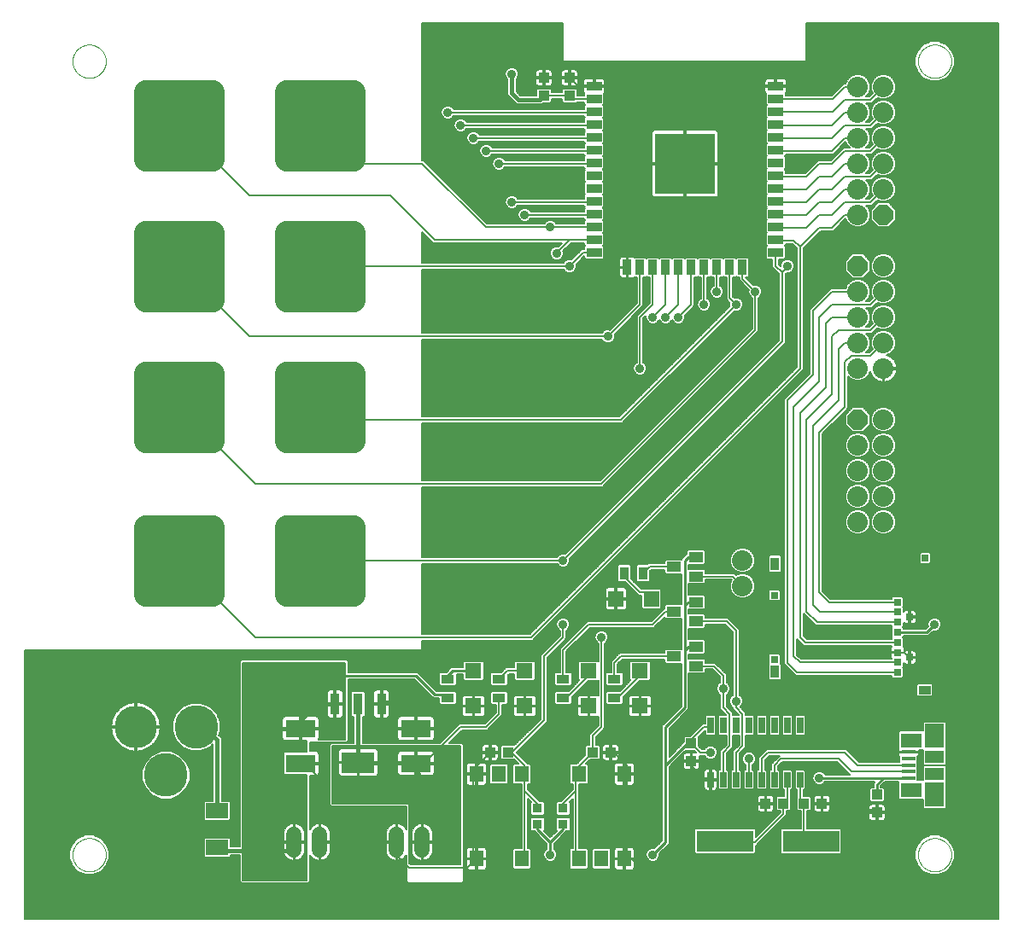
<source format=gtl>
G75*
%MOIN*%
%OFA0B0*%
%FSLAX25Y25*%
%IPPOS*%
%LPD*%
%AMOC8*
5,1,8,0,0,1.08239X$1,22.5*
%
%ADD10R,0.03937X0.03937*%
%ADD11C,0.08858*%
%ADD12R,0.11811X0.07087*%
%ADD13R,0.06299X0.05906*%
%ADD14R,0.08583X0.05984*%
%ADD15C,0.16992*%
%ADD16C,0.16598*%
%ADD17R,0.03799X0.03799*%
%ADD18R,0.05118X0.03543*%
%ADD19R,0.05512X0.06299*%
%ADD20R,0.05433X0.01772*%
%ADD21R,0.08268X0.05807*%
%ADD22R,0.07480X0.04626*%
%ADD23R,0.07480X0.09350*%
%ADD24R,0.02500X0.06000*%
%ADD25R,0.05906X0.03543*%
%ADD26R,0.03543X0.05906*%
%ADD27R,0.23622X0.23622*%
%ADD28R,0.12795X0.08465*%
%ADD29R,0.03740X0.08465*%
%ADD30R,0.22047X0.08268*%
%ADD31C,0.00000*%
%ADD32R,0.05512X0.03937*%
%ADD33R,0.03543X0.05118*%
%ADD34R,0.05906X0.06299*%
%ADD35OC8,0.08000*%
%ADD36C,0.08000*%
%ADD37C,0.06000*%
%ADD38R,0.02953X0.02756*%
%ADD39R,0.02559X0.02756*%
%ADD40R,0.04528X0.03366*%
%ADD41R,0.03346X0.04724*%
%ADD42R,0.02953X0.02559*%
%ADD43R,0.03346X0.05118*%
%ADD44C,0.00800*%
%ADD45C,0.00600*%
%ADD46C,0.03562*%
%ADD47C,0.01000*%
%ADD48C,0.01600*%
D10*
X0200433Y0088933D03*
X0207433Y0088933D03*
X0240433Y0088933D03*
X0247433Y0088933D03*
X0278933Y0085433D03*
X0278933Y0092433D03*
X0307933Y0068933D03*
X0314933Y0068933D03*
X0322933Y0068933D03*
X0329933Y0068933D03*
X0351433Y0065433D03*
X0351433Y0072433D03*
X0231433Y0345433D03*
X0231433Y0352433D03*
X0221433Y0352433D03*
X0221433Y0345433D03*
D11*
X0147220Y0347220D02*
X0120646Y0347220D01*
X0147220Y0347220D02*
X0147220Y0320646D01*
X0120646Y0320646D01*
X0120646Y0347220D01*
X0120646Y0329503D02*
X0147220Y0329503D01*
X0147220Y0338360D02*
X0120646Y0338360D01*
X0120646Y0347217D02*
X0147220Y0347217D01*
X0092220Y0347220D02*
X0065646Y0347220D01*
X0092220Y0347220D02*
X0092220Y0320646D01*
X0065646Y0320646D01*
X0065646Y0347220D01*
X0065646Y0329503D02*
X0092220Y0329503D01*
X0092220Y0338360D02*
X0065646Y0338360D01*
X0065646Y0347217D02*
X0092220Y0347217D01*
X0092220Y0265646D02*
X0065646Y0265646D01*
X0065646Y0292220D01*
X0092220Y0292220D01*
X0092220Y0265646D01*
X0092220Y0274503D02*
X0065646Y0274503D01*
X0065646Y0283360D02*
X0092220Y0283360D01*
X0092220Y0292217D02*
X0065646Y0292217D01*
X0120646Y0265646D02*
X0147220Y0265646D01*
X0120646Y0265646D02*
X0120646Y0292220D01*
X0147220Y0292220D01*
X0147220Y0265646D01*
X0147220Y0274503D02*
X0120646Y0274503D01*
X0120646Y0283360D02*
X0147220Y0283360D01*
X0147220Y0292217D02*
X0120646Y0292217D01*
X0120646Y0210646D02*
X0147220Y0210646D01*
X0120646Y0210646D02*
X0120646Y0237220D01*
X0147220Y0237220D01*
X0147220Y0210646D01*
X0147220Y0219503D02*
X0120646Y0219503D01*
X0120646Y0228360D02*
X0147220Y0228360D01*
X0147220Y0237217D02*
X0120646Y0237217D01*
X0092220Y0210646D02*
X0065646Y0210646D01*
X0065646Y0237220D01*
X0092220Y0237220D01*
X0092220Y0210646D01*
X0092220Y0219503D02*
X0065646Y0219503D01*
X0065646Y0228360D02*
X0092220Y0228360D01*
X0092220Y0237217D02*
X0065646Y0237217D01*
X0065646Y0150646D02*
X0092220Y0150646D01*
X0065646Y0150646D02*
X0065646Y0177220D01*
X0092220Y0177220D01*
X0092220Y0150646D01*
X0092220Y0159503D02*
X0065646Y0159503D01*
X0065646Y0168360D02*
X0092220Y0168360D01*
X0092220Y0177217D02*
X0065646Y0177217D01*
X0120646Y0150646D02*
X0147220Y0150646D01*
X0120646Y0150646D02*
X0120646Y0177220D01*
X0147220Y0177220D01*
X0147220Y0150646D01*
X0147220Y0159503D02*
X0120646Y0159503D01*
X0120646Y0168360D02*
X0147220Y0168360D01*
X0147220Y0177217D02*
X0120646Y0177217D01*
D12*
X0126433Y0098224D03*
X0126433Y0084642D03*
X0171433Y0084642D03*
X0171433Y0098224D03*
D13*
X0193933Y0107043D03*
X0193933Y0120823D03*
X0213933Y0120823D03*
X0213933Y0107043D03*
X0238933Y0107043D03*
X0238933Y0120823D03*
X0258933Y0120823D03*
X0258933Y0107043D03*
D14*
X0093933Y0066138D03*
X0093933Y0051728D03*
D15*
X0073933Y0080035D03*
X0085744Y0098933D03*
D16*
X0062122Y0098933D03*
D17*
X0218933Y0067033D03*
X0218933Y0060833D03*
X0228933Y0060833D03*
X0228933Y0067033D03*
D18*
X0228933Y0110193D03*
X0228933Y0117673D03*
X0248933Y0117673D03*
X0248933Y0110193D03*
X0203933Y0110193D03*
X0203933Y0117673D03*
X0183933Y0117673D03*
X0183933Y0110193D03*
D19*
X0195075Y0080469D03*
X0203933Y0080469D03*
X0212791Y0080469D03*
X0235075Y0080469D03*
X0252791Y0080469D03*
X0252791Y0047398D03*
X0243933Y0047398D03*
X0235075Y0047398D03*
X0212791Y0047398D03*
X0195075Y0047398D03*
D20*
X0363657Y0078815D03*
X0363657Y0081374D03*
X0363657Y0083933D03*
X0363657Y0086492D03*
X0363657Y0089051D03*
D21*
X0364878Y0093628D03*
X0364878Y0074238D03*
D22*
X0373933Y0080636D03*
X0373933Y0087230D03*
D23*
X0373933Y0095400D03*
X0373933Y0072467D03*
D24*
X0321433Y0078323D03*
X0316433Y0078323D03*
X0311433Y0078323D03*
X0306433Y0078323D03*
X0301433Y0078323D03*
X0296433Y0078323D03*
X0291433Y0078323D03*
X0286433Y0078323D03*
X0286433Y0099543D03*
X0291433Y0099543D03*
X0296433Y0099543D03*
X0301433Y0099543D03*
X0306433Y0099543D03*
X0311433Y0099543D03*
X0316433Y0099543D03*
X0321433Y0099543D03*
D25*
X0311866Y0284248D03*
X0311866Y0289248D03*
X0311866Y0294248D03*
X0311866Y0299248D03*
X0311866Y0304248D03*
X0311866Y0309248D03*
X0311866Y0314248D03*
X0311866Y0319248D03*
X0311866Y0324248D03*
X0311866Y0329248D03*
X0311866Y0334248D03*
X0311866Y0339248D03*
X0311866Y0344248D03*
X0311866Y0349248D03*
X0241000Y0349248D03*
X0241000Y0344248D03*
X0241000Y0339248D03*
X0241000Y0334248D03*
X0241000Y0329248D03*
X0241000Y0324248D03*
X0241000Y0319248D03*
X0241000Y0314248D03*
X0241000Y0309248D03*
X0241000Y0304248D03*
X0241000Y0299248D03*
X0241000Y0294248D03*
X0241000Y0289248D03*
X0241000Y0284248D03*
D26*
X0253933Y0278382D03*
X0258933Y0278382D03*
X0263933Y0278382D03*
X0268933Y0278382D03*
X0273933Y0278382D03*
X0278933Y0278382D03*
X0283933Y0278382D03*
X0288933Y0278382D03*
X0293933Y0278382D03*
X0298933Y0278382D03*
D27*
X0276433Y0318933D03*
D28*
X0148933Y0085016D03*
D29*
X0148933Y0107850D03*
X0157988Y0107850D03*
X0139878Y0107850D03*
D30*
X0292201Y0054327D03*
X0325665Y0054327D03*
D31*
X0367437Y0048933D02*
X0367439Y0049094D01*
X0367445Y0049254D01*
X0367455Y0049415D01*
X0367469Y0049575D01*
X0367487Y0049734D01*
X0367508Y0049894D01*
X0367534Y0050052D01*
X0367564Y0050210D01*
X0367597Y0050367D01*
X0367635Y0050524D01*
X0367676Y0050679D01*
X0367721Y0050833D01*
X0367770Y0050986D01*
X0367823Y0051138D01*
X0367879Y0051288D01*
X0367939Y0051437D01*
X0368003Y0051585D01*
X0368070Y0051731D01*
X0368141Y0051875D01*
X0368216Y0052017D01*
X0368294Y0052158D01*
X0368375Y0052296D01*
X0368460Y0052433D01*
X0368549Y0052567D01*
X0368640Y0052699D01*
X0368735Y0052829D01*
X0368833Y0052956D01*
X0368934Y0053081D01*
X0369038Y0053204D01*
X0369145Y0053323D01*
X0369255Y0053440D01*
X0369368Y0053555D01*
X0369484Y0053666D01*
X0369602Y0053775D01*
X0369723Y0053880D01*
X0369847Y0053983D01*
X0369973Y0054083D01*
X0370102Y0054179D01*
X0370233Y0054272D01*
X0370366Y0054362D01*
X0370501Y0054449D01*
X0370639Y0054532D01*
X0370778Y0054611D01*
X0370920Y0054688D01*
X0371063Y0054761D01*
X0371208Y0054830D01*
X0371355Y0054895D01*
X0371503Y0054957D01*
X0371653Y0055016D01*
X0371804Y0055070D01*
X0371956Y0055121D01*
X0372110Y0055168D01*
X0372265Y0055211D01*
X0372420Y0055250D01*
X0372577Y0055286D01*
X0372735Y0055318D01*
X0372893Y0055345D01*
X0373052Y0055369D01*
X0373211Y0055389D01*
X0373371Y0055405D01*
X0373532Y0055417D01*
X0373692Y0055425D01*
X0373853Y0055429D01*
X0374013Y0055429D01*
X0374174Y0055425D01*
X0374334Y0055417D01*
X0374495Y0055405D01*
X0374655Y0055389D01*
X0374814Y0055369D01*
X0374973Y0055345D01*
X0375131Y0055318D01*
X0375289Y0055286D01*
X0375446Y0055250D01*
X0375601Y0055211D01*
X0375756Y0055168D01*
X0375910Y0055121D01*
X0376062Y0055070D01*
X0376213Y0055016D01*
X0376363Y0054957D01*
X0376511Y0054895D01*
X0376658Y0054830D01*
X0376803Y0054761D01*
X0376946Y0054688D01*
X0377088Y0054611D01*
X0377227Y0054532D01*
X0377365Y0054449D01*
X0377500Y0054362D01*
X0377633Y0054272D01*
X0377764Y0054179D01*
X0377893Y0054083D01*
X0378019Y0053983D01*
X0378143Y0053880D01*
X0378264Y0053775D01*
X0378382Y0053666D01*
X0378498Y0053555D01*
X0378611Y0053440D01*
X0378721Y0053323D01*
X0378828Y0053204D01*
X0378932Y0053081D01*
X0379033Y0052956D01*
X0379131Y0052829D01*
X0379226Y0052699D01*
X0379317Y0052567D01*
X0379406Y0052433D01*
X0379491Y0052296D01*
X0379572Y0052158D01*
X0379650Y0052017D01*
X0379725Y0051875D01*
X0379796Y0051731D01*
X0379863Y0051585D01*
X0379927Y0051437D01*
X0379987Y0051288D01*
X0380043Y0051138D01*
X0380096Y0050986D01*
X0380145Y0050833D01*
X0380190Y0050679D01*
X0380231Y0050524D01*
X0380269Y0050367D01*
X0380302Y0050210D01*
X0380332Y0050052D01*
X0380358Y0049894D01*
X0380379Y0049734D01*
X0380397Y0049575D01*
X0380411Y0049415D01*
X0380421Y0049254D01*
X0380427Y0049094D01*
X0380429Y0048933D01*
X0380427Y0048772D01*
X0380421Y0048612D01*
X0380411Y0048451D01*
X0380397Y0048291D01*
X0380379Y0048132D01*
X0380358Y0047972D01*
X0380332Y0047814D01*
X0380302Y0047656D01*
X0380269Y0047499D01*
X0380231Y0047342D01*
X0380190Y0047187D01*
X0380145Y0047033D01*
X0380096Y0046880D01*
X0380043Y0046728D01*
X0379987Y0046578D01*
X0379927Y0046429D01*
X0379863Y0046281D01*
X0379796Y0046135D01*
X0379725Y0045991D01*
X0379650Y0045849D01*
X0379572Y0045708D01*
X0379491Y0045570D01*
X0379406Y0045433D01*
X0379317Y0045299D01*
X0379226Y0045167D01*
X0379131Y0045037D01*
X0379033Y0044910D01*
X0378932Y0044785D01*
X0378828Y0044662D01*
X0378721Y0044543D01*
X0378611Y0044426D01*
X0378498Y0044311D01*
X0378382Y0044200D01*
X0378264Y0044091D01*
X0378143Y0043986D01*
X0378019Y0043883D01*
X0377893Y0043783D01*
X0377764Y0043687D01*
X0377633Y0043594D01*
X0377500Y0043504D01*
X0377365Y0043417D01*
X0377227Y0043334D01*
X0377088Y0043255D01*
X0376946Y0043178D01*
X0376803Y0043105D01*
X0376658Y0043036D01*
X0376511Y0042971D01*
X0376363Y0042909D01*
X0376213Y0042850D01*
X0376062Y0042796D01*
X0375910Y0042745D01*
X0375756Y0042698D01*
X0375601Y0042655D01*
X0375446Y0042616D01*
X0375289Y0042580D01*
X0375131Y0042548D01*
X0374973Y0042521D01*
X0374814Y0042497D01*
X0374655Y0042477D01*
X0374495Y0042461D01*
X0374334Y0042449D01*
X0374174Y0042441D01*
X0374013Y0042437D01*
X0373853Y0042437D01*
X0373692Y0042441D01*
X0373532Y0042449D01*
X0373371Y0042461D01*
X0373211Y0042477D01*
X0373052Y0042497D01*
X0372893Y0042521D01*
X0372735Y0042548D01*
X0372577Y0042580D01*
X0372420Y0042616D01*
X0372265Y0042655D01*
X0372110Y0042698D01*
X0371956Y0042745D01*
X0371804Y0042796D01*
X0371653Y0042850D01*
X0371503Y0042909D01*
X0371355Y0042971D01*
X0371208Y0043036D01*
X0371063Y0043105D01*
X0370920Y0043178D01*
X0370778Y0043255D01*
X0370639Y0043334D01*
X0370501Y0043417D01*
X0370366Y0043504D01*
X0370233Y0043594D01*
X0370102Y0043687D01*
X0369973Y0043783D01*
X0369847Y0043883D01*
X0369723Y0043986D01*
X0369602Y0044091D01*
X0369484Y0044200D01*
X0369368Y0044311D01*
X0369255Y0044426D01*
X0369145Y0044543D01*
X0369038Y0044662D01*
X0368934Y0044785D01*
X0368833Y0044910D01*
X0368735Y0045037D01*
X0368640Y0045167D01*
X0368549Y0045299D01*
X0368460Y0045433D01*
X0368375Y0045570D01*
X0368294Y0045708D01*
X0368216Y0045849D01*
X0368141Y0045991D01*
X0368070Y0046135D01*
X0368003Y0046281D01*
X0367939Y0046429D01*
X0367879Y0046578D01*
X0367823Y0046728D01*
X0367770Y0046880D01*
X0367721Y0047033D01*
X0367676Y0047187D01*
X0367635Y0047342D01*
X0367597Y0047499D01*
X0367564Y0047656D01*
X0367534Y0047814D01*
X0367508Y0047972D01*
X0367487Y0048132D01*
X0367469Y0048291D01*
X0367455Y0048451D01*
X0367445Y0048612D01*
X0367439Y0048772D01*
X0367437Y0048933D01*
X0037437Y0048933D02*
X0037439Y0049094D01*
X0037445Y0049254D01*
X0037455Y0049415D01*
X0037469Y0049575D01*
X0037487Y0049734D01*
X0037508Y0049894D01*
X0037534Y0050052D01*
X0037564Y0050210D01*
X0037597Y0050367D01*
X0037635Y0050524D01*
X0037676Y0050679D01*
X0037721Y0050833D01*
X0037770Y0050986D01*
X0037823Y0051138D01*
X0037879Y0051288D01*
X0037939Y0051437D01*
X0038003Y0051585D01*
X0038070Y0051731D01*
X0038141Y0051875D01*
X0038216Y0052017D01*
X0038294Y0052158D01*
X0038375Y0052296D01*
X0038460Y0052433D01*
X0038549Y0052567D01*
X0038640Y0052699D01*
X0038735Y0052829D01*
X0038833Y0052956D01*
X0038934Y0053081D01*
X0039038Y0053204D01*
X0039145Y0053323D01*
X0039255Y0053440D01*
X0039368Y0053555D01*
X0039484Y0053666D01*
X0039602Y0053775D01*
X0039723Y0053880D01*
X0039847Y0053983D01*
X0039973Y0054083D01*
X0040102Y0054179D01*
X0040233Y0054272D01*
X0040366Y0054362D01*
X0040501Y0054449D01*
X0040639Y0054532D01*
X0040778Y0054611D01*
X0040920Y0054688D01*
X0041063Y0054761D01*
X0041208Y0054830D01*
X0041355Y0054895D01*
X0041503Y0054957D01*
X0041653Y0055016D01*
X0041804Y0055070D01*
X0041956Y0055121D01*
X0042110Y0055168D01*
X0042265Y0055211D01*
X0042420Y0055250D01*
X0042577Y0055286D01*
X0042735Y0055318D01*
X0042893Y0055345D01*
X0043052Y0055369D01*
X0043211Y0055389D01*
X0043371Y0055405D01*
X0043532Y0055417D01*
X0043692Y0055425D01*
X0043853Y0055429D01*
X0044013Y0055429D01*
X0044174Y0055425D01*
X0044334Y0055417D01*
X0044495Y0055405D01*
X0044655Y0055389D01*
X0044814Y0055369D01*
X0044973Y0055345D01*
X0045131Y0055318D01*
X0045289Y0055286D01*
X0045446Y0055250D01*
X0045601Y0055211D01*
X0045756Y0055168D01*
X0045910Y0055121D01*
X0046062Y0055070D01*
X0046213Y0055016D01*
X0046363Y0054957D01*
X0046511Y0054895D01*
X0046658Y0054830D01*
X0046803Y0054761D01*
X0046946Y0054688D01*
X0047088Y0054611D01*
X0047227Y0054532D01*
X0047365Y0054449D01*
X0047500Y0054362D01*
X0047633Y0054272D01*
X0047764Y0054179D01*
X0047893Y0054083D01*
X0048019Y0053983D01*
X0048143Y0053880D01*
X0048264Y0053775D01*
X0048382Y0053666D01*
X0048498Y0053555D01*
X0048611Y0053440D01*
X0048721Y0053323D01*
X0048828Y0053204D01*
X0048932Y0053081D01*
X0049033Y0052956D01*
X0049131Y0052829D01*
X0049226Y0052699D01*
X0049317Y0052567D01*
X0049406Y0052433D01*
X0049491Y0052296D01*
X0049572Y0052158D01*
X0049650Y0052017D01*
X0049725Y0051875D01*
X0049796Y0051731D01*
X0049863Y0051585D01*
X0049927Y0051437D01*
X0049987Y0051288D01*
X0050043Y0051138D01*
X0050096Y0050986D01*
X0050145Y0050833D01*
X0050190Y0050679D01*
X0050231Y0050524D01*
X0050269Y0050367D01*
X0050302Y0050210D01*
X0050332Y0050052D01*
X0050358Y0049894D01*
X0050379Y0049734D01*
X0050397Y0049575D01*
X0050411Y0049415D01*
X0050421Y0049254D01*
X0050427Y0049094D01*
X0050429Y0048933D01*
X0050427Y0048772D01*
X0050421Y0048612D01*
X0050411Y0048451D01*
X0050397Y0048291D01*
X0050379Y0048132D01*
X0050358Y0047972D01*
X0050332Y0047814D01*
X0050302Y0047656D01*
X0050269Y0047499D01*
X0050231Y0047342D01*
X0050190Y0047187D01*
X0050145Y0047033D01*
X0050096Y0046880D01*
X0050043Y0046728D01*
X0049987Y0046578D01*
X0049927Y0046429D01*
X0049863Y0046281D01*
X0049796Y0046135D01*
X0049725Y0045991D01*
X0049650Y0045849D01*
X0049572Y0045708D01*
X0049491Y0045570D01*
X0049406Y0045433D01*
X0049317Y0045299D01*
X0049226Y0045167D01*
X0049131Y0045037D01*
X0049033Y0044910D01*
X0048932Y0044785D01*
X0048828Y0044662D01*
X0048721Y0044543D01*
X0048611Y0044426D01*
X0048498Y0044311D01*
X0048382Y0044200D01*
X0048264Y0044091D01*
X0048143Y0043986D01*
X0048019Y0043883D01*
X0047893Y0043783D01*
X0047764Y0043687D01*
X0047633Y0043594D01*
X0047500Y0043504D01*
X0047365Y0043417D01*
X0047227Y0043334D01*
X0047088Y0043255D01*
X0046946Y0043178D01*
X0046803Y0043105D01*
X0046658Y0043036D01*
X0046511Y0042971D01*
X0046363Y0042909D01*
X0046213Y0042850D01*
X0046062Y0042796D01*
X0045910Y0042745D01*
X0045756Y0042698D01*
X0045601Y0042655D01*
X0045446Y0042616D01*
X0045289Y0042580D01*
X0045131Y0042548D01*
X0044973Y0042521D01*
X0044814Y0042497D01*
X0044655Y0042477D01*
X0044495Y0042461D01*
X0044334Y0042449D01*
X0044174Y0042441D01*
X0044013Y0042437D01*
X0043853Y0042437D01*
X0043692Y0042441D01*
X0043532Y0042449D01*
X0043371Y0042461D01*
X0043211Y0042477D01*
X0043052Y0042497D01*
X0042893Y0042521D01*
X0042735Y0042548D01*
X0042577Y0042580D01*
X0042420Y0042616D01*
X0042265Y0042655D01*
X0042110Y0042698D01*
X0041956Y0042745D01*
X0041804Y0042796D01*
X0041653Y0042850D01*
X0041503Y0042909D01*
X0041355Y0042971D01*
X0041208Y0043036D01*
X0041063Y0043105D01*
X0040920Y0043178D01*
X0040778Y0043255D01*
X0040639Y0043334D01*
X0040501Y0043417D01*
X0040366Y0043504D01*
X0040233Y0043594D01*
X0040102Y0043687D01*
X0039973Y0043783D01*
X0039847Y0043883D01*
X0039723Y0043986D01*
X0039602Y0044091D01*
X0039484Y0044200D01*
X0039368Y0044311D01*
X0039255Y0044426D01*
X0039145Y0044543D01*
X0039038Y0044662D01*
X0038934Y0044785D01*
X0038833Y0044910D01*
X0038735Y0045037D01*
X0038640Y0045167D01*
X0038549Y0045299D01*
X0038460Y0045433D01*
X0038375Y0045570D01*
X0038294Y0045708D01*
X0038216Y0045849D01*
X0038141Y0045991D01*
X0038070Y0046135D01*
X0038003Y0046281D01*
X0037939Y0046429D01*
X0037879Y0046578D01*
X0037823Y0046728D01*
X0037770Y0046880D01*
X0037721Y0047033D01*
X0037676Y0047187D01*
X0037635Y0047342D01*
X0037597Y0047499D01*
X0037564Y0047656D01*
X0037534Y0047814D01*
X0037508Y0047972D01*
X0037487Y0048132D01*
X0037469Y0048291D01*
X0037455Y0048451D01*
X0037445Y0048612D01*
X0037439Y0048772D01*
X0037437Y0048933D01*
X0037437Y0358933D02*
X0037439Y0359094D01*
X0037445Y0359254D01*
X0037455Y0359415D01*
X0037469Y0359575D01*
X0037487Y0359734D01*
X0037508Y0359894D01*
X0037534Y0360052D01*
X0037564Y0360210D01*
X0037597Y0360367D01*
X0037635Y0360524D01*
X0037676Y0360679D01*
X0037721Y0360833D01*
X0037770Y0360986D01*
X0037823Y0361138D01*
X0037879Y0361288D01*
X0037939Y0361437D01*
X0038003Y0361585D01*
X0038070Y0361731D01*
X0038141Y0361875D01*
X0038216Y0362017D01*
X0038294Y0362158D01*
X0038375Y0362296D01*
X0038460Y0362433D01*
X0038549Y0362567D01*
X0038640Y0362699D01*
X0038735Y0362829D01*
X0038833Y0362956D01*
X0038934Y0363081D01*
X0039038Y0363204D01*
X0039145Y0363323D01*
X0039255Y0363440D01*
X0039368Y0363555D01*
X0039484Y0363666D01*
X0039602Y0363775D01*
X0039723Y0363880D01*
X0039847Y0363983D01*
X0039973Y0364083D01*
X0040102Y0364179D01*
X0040233Y0364272D01*
X0040366Y0364362D01*
X0040501Y0364449D01*
X0040639Y0364532D01*
X0040778Y0364611D01*
X0040920Y0364688D01*
X0041063Y0364761D01*
X0041208Y0364830D01*
X0041355Y0364895D01*
X0041503Y0364957D01*
X0041653Y0365016D01*
X0041804Y0365070D01*
X0041956Y0365121D01*
X0042110Y0365168D01*
X0042265Y0365211D01*
X0042420Y0365250D01*
X0042577Y0365286D01*
X0042735Y0365318D01*
X0042893Y0365345D01*
X0043052Y0365369D01*
X0043211Y0365389D01*
X0043371Y0365405D01*
X0043532Y0365417D01*
X0043692Y0365425D01*
X0043853Y0365429D01*
X0044013Y0365429D01*
X0044174Y0365425D01*
X0044334Y0365417D01*
X0044495Y0365405D01*
X0044655Y0365389D01*
X0044814Y0365369D01*
X0044973Y0365345D01*
X0045131Y0365318D01*
X0045289Y0365286D01*
X0045446Y0365250D01*
X0045601Y0365211D01*
X0045756Y0365168D01*
X0045910Y0365121D01*
X0046062Y0365070D01*
X0046213Y0365016D01*
X0046363Y0364957D01*
X0046511Y0364895D01*
X0046658Y0364830D01*
X0046803Y0364761D01*
X0046946Y0364688D01*
X0047088Y0364611D01*
X0047227Y0364532D01*
X0047365Y0364449D01*
X0047500Y0364362D01*
X0047633Y0364272D01*
X0047764Y0364179D01*
X0047893Y0364083D01*
X0048019Y0363983D01*
X0048143Y0363880D01*
X0048264Y0363775D01*
X0048382Y0363666D01*
X0048498Y0363555D01*
X0048611Y0363440D01*
X0048721Y0363323D01*
X0048828Y0363204D01*
X0048932Y0363081D01*
X0049033Y0362956D01*
X0049131Y0362829D01*
X0049226Y0362699D01*
X0049317Y0362567D01*
X0049406Y0362433D01*
X0049491Y0362296D01*
X0049572Y0362158D01*
X0049650Y0362017D01*
X0049725Y0361875D01*
X0049796Y0361731D01*
X0049863Y0361585D01*
X0049927Y0361437D01*
X0049987Y0361288D01*
X0050043Y0361138D01*
X0050096Y0360986D01*
X0050145Y0360833D01*
X0050190Y0360679D01*
X0050231Y0360524D01*
X0050269Y0360367D01*
X0050302Y0360210D01*
X0050332Y0360052D01*
X0050358Y0359894D01*
X0050379Y0359734D01*
X0050397Y0359575D01*
X0050411Y0359415D01*
X0050421Y0359254D01*
X0050427Y0359094D01*
X0050429Y0358933D01*
X0050427Y0358772D01*
X0050421Y0358612D01*
X0050411Y0358451D01*
X0050397Y0358291D01*
X0050379Y0358132D01*
X0050358Y0357972D01*
X0050332Y0357814D01*
X0050302Y0357656D01*
X0050269Y0357499D01*
X0050231Y0357342D01*
X0050190Y0357187D01*
X0050145Y0357033D01*
X0050096Y0356880D01*
X0050043Y0356728D01*
X0049987Y0356578D01*
X0049927Y0356429D01*
X0049863Y0356281D01*
X0049796Y0356135D01*
X0049725Y0355991D01*
X0049650Y0355849D01*
X0049572Y0355708D01*
X0049491Y0355570D01*
X0049406Y0355433D01*
X0049317Y0355299D01*
X0049226Y0355167D01*
X0049131Y0355037D01*
X0049033Y0354910D01*
X0048932Y0354785D01*
X0048828Y0354662D01*
X0048721Y0354543D01*
X0048611Y0354426D01*
X0048498Y0354311D01*
X0048382Y0354200D01*
X0048264Y0354091D01*
X0048143Y0353986D01*
X0048019Y0353883D01*
X0047893Y0353783D01*
X0047764Y0353687D01*
X0047633Y0353594D01*
X0047500Y0353504D01*
X0047365Y0353417D01*
X0047227Y0353334D01*
X0047088Y0353255D01*
X0046946Y0353178D01*
X0046803Y0353105D01*
X0046658Y0353036D01*
X0046511Y0352971D01*
X0046363Y0352909D01*
X0046213Y0352850D01*
X0046062Y0352796D01*
X0045910Y0352745D01*
X0045756Y0352698D01*
X0045601Y0352655D01*
X0045446Y0352616D01*
X0045289Y0352580D01*
X0045131Y0352548D01*
X0044973Y0352521D01*
X0044814Y0352497D01*
X0044655Y0352477D01*
X0044495Y0352461D01*
X0044334Y0352449D01*
X0044174Y0352441D01*
X0044013Y0352437D01*
X0043853Y0352437D01*
X0043692Y0352441D01*
X0043532Y0352449D01*
X0043371Y0352461D01*
X0043211Y0352477D01*
X0043052Y0352497D01*
X0042893Y0352521D01*
X0042735Y0352548D01*
X0042577Y0352580D01*
X0042420Y0352616D01*
X0042265Y0352655D01*
X0042110Y0352698D01*
X0041956Y0352745D01*
X0041804Y0352796D01*
X0041653Y0352850D01*
X0041503Y0352909D01*
X0041355Y0352971D01*
X0041208Y0353036D01*
X0041063Y0353105D01*
X0040920Y0353178D01*
X0040778Y0353255D01*
X0040639Y0353334D01*
X0040501Y0353417D01*
X0040366Y0353504D01*
X0040233Y0353594D01*
X0040102Y0353687D01*
X0039973Y0353783D01*
X0039847Y0353883D01*
X0039723Y0353986D01*
X0039602Y0354091D01*
X0039484Y0354200D01*
X0039368Y0354311D01*
X0039255Y0354426D01*
X0039145Y0354543D01*
X0039038Y0354662D01*
X0038934Y0354785D01*
X0038833Y0354910D01*
X0038735Y0355037D01*
X0038640Y0355167D01*
X0038549Y0355299D01*
X0038460Y0355433D01*
X0038375Y0355570D01*
X0038294Y0355708D01*
X0038216Y0355849D01*
X0038141Y0355991D01*
X0038070Y0356135D01*
X0038003Y0356281D01*
X0037939Y0356429D01*
X0037879Y0356578D01*
X0037823Y0356728D01*
X0037770Y0356880D01*
X0037721Y0357033D01*
X0037676Y0357187D01*
X0037635Y0357342D01*
X0037597Y0357499D01*
X0037564Y0357656D01*
X0037534Y0357814D01*
X0037508Y0357972D01*
X0037487Y0358132D01*
X0037469Y0358291D01*
X0037455Y0358451D01*
X0037445Y0358612D01*
X0037439Y0358772D01*
X0037437Y0358933D01*
X0367437Y0358933D02*
X0367439Y0359094D01*
X0367445Y0359254D01*
X0367455Y0359415D01*
X0367469Y0359575D01*
X0367487Y0359734D01*
X0367508Y0359894D01*
X0367534Y0360052D01*
X0367564Y0360210D01*
X0367597Y0360367D01*
X0367635Y0360524D01*
X0367676Y0360679D01*
X0367721Y0360833D01*
X0367770Y0360986D01*
X0367823Y0361138D01*
X0367879Y0361288D01*
X0367939Y0361437D01*
X0368003Y0361585D01*
X0368070Y0361731D01*
X0368141Y0361875D01*
X0368216Y0362017D01*
X0368294Y0362158D01*
X0368375Y0362296D01*
X0368460Y0362433D01*
X0368549Y0362567D01*
X0368640Y0362699D01*
X0368735Y0362829D01*
X0368833Y0362956D01*
X0368934Y0363081D01*
X0369038Y0363204D01*
X0369145Y0363323D01*
X0369255Y0363440D01*
X0369368Y0363555D01*
X0369484Y0363666D01*
X0369602Y0363775D01*
X0369723Y0363880D01*
X0369847Y0363983D01*
X0369973Y0364083D01*
X0370102Y0364179D01*
X0370233Y0364272D01*
X0370366Y0364362D01*
X0370501Y0364449D01*
X0370639Y0364532D01*
X0370778Y0364611D01*
X0370920Y0364688D01*
X0371063Y0364761D01*
X0371208Y0364830D01*
X0371355Y0364895D01*
X0371503Y0364957D01*
X0371653Y0365016D01*
X0371804Y0365070D01*
X0371956Y0365121D01*
X0372110Y0365168D01*
X0372265Y0365211D01*
X0372420Y0365250D01*
X0372577Y0365286D01*
X0372735Y0365318D01*
X0372893Y0365345D01*
X0373052Y0365369D01*
X0373211Y0365389D01*
X0373371Y0365405D01*
X0373532Y0365417D01*
X0373692Y0365425D01*
X0373853Y0365429D01*
X0374013Y0365429D01*
X0374174Y0365425D01*
X0374334Y0365417D01*
X0374495Y0365405D01*
X0374655Y0365389D01*
X0374814Y0365369D01*
X0374973Y0365345D01*
X0375131Y0365318D01*
X0375289Y0365286D01*
X0375446Y0365250D01*
X0375601Y0365211D01*
X0375756Y0365168D01*
X0375910Y0365121D01*
X0376062Y0365070D01*
X0376213Y0365016D01*
X0376363Y0364957D01*
X0376511Y0364895D01*
X0376658Y0364830D01*
X0376803Y0364761D01*
X0376946Y0364688D01*
X0377088Y0364611D01*
X0377227Y0364532D01*
X0377365Y0364449D01*
X0377500Y0364362D01*
X0377633Y0364272D01*
X0377764Y0364179D01*
X0377893Y0364083D01*
X0378019Y0363983D01*
X0378143Y0363880D01*
X0378264Y0363775D01*
X0378382Y0363666D01*
X0378498Y0363555D01*
X0378611Y0363440D01*
X0378721Y0363323D01*
X0378828Y0363204D01*
X0378932Y0363081D01*
X0379033Y0362956D01*
X0379131Y0362829D01*
X0379226Y0362699D01*
X0379317Y0362567D01*
X0379406Y0362433D01*
X0379491Y0362296D01*
X0379572Y0362158D01*
X0379650Y0362017D01*
X0379725Y0361875D01*
X0379796Y0361731D01*
X0379863Y0361585D01*
X0379927Y0361437D01*
X0379987Y0361288D01*
X0380043Y0361138D01*
X0380096Y0360986D01*
X0380145Y0360833D01*
X0380190Y0360679D01*
X0380231Y0360524D01*
X0380269Y0360367D01*
X0380302Y0360210D01*
X0380332Y0360052D01*
X0380358Y0359894D01*
X0380379Y0359734D01*
X0380397Y0359575D01*
X0380411Y0359415D01*
X0380421Y0359254D01*
X0380427Y0359094D01*
X0380429Y0358933D01*
X0380427Y0358772D01*
X0380421Y0358612D01*
X0380411Y0358451D01*
X0380397Y0358291D01*
X0380379Y0358132D01*
X0380358Y0357972D01*
X0380332Y0357814D01*
X0380302Y0357656D01*
X0380269Y0357499D01*
X0380231Y0357342D01*
X0380190Y0357187D01*
X0380145Y0357033D01*
X0380096Y0356880D01*
X0380043Y0356728D01*
X0379987Y0356578D01*
X0379927Y0356429D01*
X0379863Y0356281D01*
X0379796Y0356135D01*
X0379725Y0355991D01*
X0379650Y0355849D01*
X0379572Y0355708D01*
X0379491Y0355570D01*
X0379406Y0355433D01*
X0379317Y0355299D01*
X0379226Y0355167D01*
X0379131Y0355037D01*
X0379033Y0354910D01*
X0378932Y0354785D01*
X0378828Y0354662D01*
X0378721Y0354543D01*
X0378611Y0354426D01*
X0378498Y0354311D01*
X0378382Y0354200D01*
X0378264Y0354091D01*
X0378143Y0353986D01*
X0378019Y0353883D01*
X0377893Y0353783D01*
X0377764Y0353687D01*
X0377633Y0353594D01*
X0377500Y0353504D01*
X0377365Y0353417D01*
X0377227Y0353334D01*
X0377088Y0353255D01*
X0376946Y0353178D01*
X0376803Y0353105D01*
X0376658Y0353036D01*
X0376511Y0352971D01*
X0376363Y0352909D01*
X0376213Y0352850D01*
X0376062Y0352796D01*
X0375910Y0352745D01*
X0375756Y0352698D01*
X0375601Y0352655D01*
X0375446Y0352616D01*
X0375289Y0352580D01*
X0375131Y0352548D01*
X0374973Y0352521D01*
X0374814Y0352497D01*
X0374655Y0352477D01*
X0374495Y0352461D01*
X0374334Y0352449D01*
X0374174Y0352441D01*
X0374013Y0352437D01*
X0373853Y0352437D01*
X0373692Y0352441D01*
X0373532Y0352449D01*
X0373371Y0352461D01*
X0373211Y0352477D01*
X0373052Y0352497D01*
X0372893Y0352521D01*
X0372735Y0352548D01*
X0372577Y0352580D01*
X0372420Y0352616D01*
X0372265Y0352655D01*
X0372110Y0352698D01*
X0371956Y0352745D01*
X0371804Y0352796D01*
X0371653Y0352850D01*
X0371503Y0352909D01*
X0371355Y0352971D01*
X0371208Y0353036D01*
X0371063Y0353105D01*
X0370920Y0353178D01*
X0370778Y0353255D01*
X0370639Y0353334D01*
X0370501Y0353417D01*
X0370366Y0353504D01*
X0370233Y0353594D01*
X0370102Y0353687D01*
X0369973Y0353783D01*
X0369847Y0353883D01*
X0369723Y0353986D01*
X0369602Y0354091D01*
X0369484Y0354200D01*
X0369368Y0354311D01*
X0369255Y0354426D01*
X0369145Y0354543D01*
X0369038Y0354662D01*
X0368934Y0354785D01*
X0368833Y0354910D01*
X0368735Y0355037D01*
X0368640Y0355167D01*
X0368549Y0355299D01*
X0368460Y0355433D01*
X0368375Y0355570D01*
X0368294Y0355708D01*
X0368216Y0355849D01*
X0368141Y0355991D01*
X0368070Y0356135D01*
X0368003Y0356281D01*
X0367939Y0356429D01*
X0367879Y0356578D01*
X0367823Y0356728D01*
X0367770Y0356880D01*
X0367721Y0357033D01*
X0367676Y0357187D01*
X0367635Y0357342D01*
X0367597Y0357499D01*
X0367564Y0357656D01*
X0367534Y0357814D01*
X0367508Y0357972D01*
X0367487Y0358132D01*
X0367469Y0358291D01*
X0367455Y0358451D01*
X0367445Y0358612D01*
X0367439Y0358772D01*
X0367437Y0358933D01*
D32*
X0280764Y0165173D03*
X0280764Y0157693D03*
X0272102Y0161433D03*
X0280764Y0147673D03*
X0280764Y0140193D03*
X0280764Y0130173D03*
X0280764Y0122693D03*
X0272102Y0126433D03*
X0272102Y0143933D03*
D33*
X0260173Y0158933D03*
X0252693Y0158933D03*
D34*
X0249543Y0148933D03*
X0263323Y0148933D03*
D35*
X0343933Y0218933D03*
X0343933Y0278933D03*
X0353933Y0298933D03*
D36*
X0343933Y0298933D03*
X0343933Y0308933D03*
X0343933Y0318933D03*
X0343933Y0328933D03*
X0343933Y0338933D03*
X0343933Y0348933D03*
X0353933Y0348933D03*
X0353933Y0338933D03*
X0353933Y0328933D03*
X0353933Y0318933D03*
X0353933Y0308933D03*
X0353933Y0278933D03*
X0353933Y0268933D03*
X0353933Y0258933D03*
X0353933Y0248933D03*
X0353933Y0238933D03*
X0343933Y0238933D03*
X0343933Y0248933D03*
X0343933Y0258933D03*
X0343933Y0268933D03*
X0353933Y0218933D03*
X0353933Y0208933D03*
X0353933Y0198933D03*
X0353933Y0188933D03*
X0353933Y0178933D03*
X0343933Y0178933D03*
X0343933Y0188933D03*
X0343933Y0198933D03*
X0343933Y0208933D03*
X0298933Y0163933D03*
X0298933Y0153933D03*
D37*
X0173933Y0056933D02*
X0173933Y0050933D01*
X0163933Y0050933D02*
X0163933Y0056933D01*
X0133933Y0056933D02*
X0133933Y0050933D01*
X0123933Y0050933D02*
X0123933Y0056933D01*
D38*
X0359425Y0120134D03*
X0359425Y0124071D03*
X0359425Y0128008D03*
X0359425Y0131945D03*
X0359425Y0135882D03*
X0359425Y0139819D03*
X0359425Y0143756D03*
X0359425Y0147693D03*
D39*
X0364150Y0141787D03*
X0364150Y0126039D03*
X0370252Y0164819D03*
D40*
X0370055Y0113283D03*
D41*
X0311591Y0120380D03*
D42*
X0311394Y0125252D03*
X0311394Y0150252D03*
D43*
X0311591Y0162604D03*
D44*
X0298933Y0153933D02*
X0295173Y0157693D01*
X0280764Y0157693D01*
X0272102Y0161433D02*
X0262673Y0161433D01*
X0260173Y0158933D01*
X0252693Y0158933D02*
X0252693Y0157673D01*
X0258933Y0151433D01*
X0260823Y0151433D01*
X0263323Y0148933D01*
X0268933Y0143933D02*
X0263933Y0138933D01*
X0238933Y0138933D01*
X0228933Y0128933D01*
X0228933Y0117673D01*
X0228933Y0110193D02*
X0230193Y0110193D01*
X0238933Y0118933D01*
X0238933Y0120823D01*
X0248933Y0123933D02*
X0248933Y0117673D01*
X0248933Y0123933D02*
X0251433Y0126433D01*
X0272102Y0126433D01*
X0280764Y0122693D02*
X0287673Y0122693D01*
X0291433Y0118933D01*
X0291433Y0113933D01*
X0291433Y0106433D01*
X0293933Y0103933D01*
X0293933Y0091433D01*
X0291433Y0088933D01*
X0291433Y0078323D01*
X0286433Y0078323D02*
X0285823Y0078933D01*
X0283933Y0078933D01*
X0278933Y0083933D01*
X0278933Y0085433D01*
X0282433Y0088933D02*
X0278933Y0092433D01*
X0278933Y0093933D02*
X0283933Y0098933D01*
X0285823Y0098933D01*
X0286433Y0099543D01*
X0286433Y0088933D02*
X0282433Y0088933D01*
X0271433Y0086433D02*
X0270183Y0085183D01*
X0253933Y0083933D02*
X0253933Y0081610D01*
X0252791Y0080469D01*
X0252791Y0080075D01*
X0253933Y0078933D01*
X0253933Y0048539D01*
X0252791Y0047398D01*
X0235075Y0047398D02*
X0233933Y0048539D01*
X0233933Y0073933D01*
X0228933Y0068933D01*
X0228933Y0067033D01*
X0233933Y0073933D02*
X0233933Y0078933D01*
X0235075Y0080075D01*
X0235075Y0080469D01*
X0235075Y0083575D01*
X0240433Y0088933D01*
X0240433Y0095433D01*
X0243933Y0098933D01*
X0243933Y0133933D01*
X0228933Y0133933D02*
X0228933Y0138933D01*
X0228933Y0133933D02*
X0221433Y0126433D01*
X0221433Y0101433D01*
X0208933Y0088933D01*
X0213933Y0083933D01*
X0213933Y0081610D01*
X0212791Y0080469D01*
X0212791Y0080075D01*
X0213933Y0078933D01*
X0213933Y0073933D01*
X0218933Y0068933D01*
X0218933Y0067033D01*
X0213933Y0073933D02*
X0213933Y0048539D01*
X0212791Y0047398D01*
X0195075Y0047398D02*
X0193933Y0048539D01*
X0193933Y0080469D01*
X0195075Y0080469D01*
X0195075Y0083575D01*
X0200433Y0088933D01*
X0207433Y0088933D02*
X0208933Y0088933D01*
X0198933Y0098933D02*
X0188933Y0098933D01*
X0173933Y0083933D01*
X0172142Y0083933D01*
X0171433Y0084642D01*
X0198933Y0098933D02*
X0203933Y0103933D01*
X0203933Y0110193D01*
X0203933Y0117673D02*
X0207083Y0120823D01*
X0213933Y0120823D01*
X0216433Y0133933D02*
X0108933Y0133933D01*
X0078933Y0163933D01*
X0108933Y0193933D02*
X0078933Y0223933D01*
X0106433Y0251433D02*
X0078933Y0278933D01*
X0106433Y0251433D02*
X0246433Y0251433D01*
X0258933Y0263933D01*
X0258933Y0278382D01*
X0263933Y0278382D02*
X0263933Y0263933D01*
X0258933Y0258933D01*
X0258933Y0238933D01*
X0251433Y0218933D02*
X0138933Y0218933D01*
X0133933Y0223933D01*
X0108933Y0193933D02*
X0243933Y0193933D01*
X0303933Y0253933D01*
X0303933Y0268933D01*
X0298933Y0273933D01*
X0298933Y0278382D01*
X0293933Y0278382D02*
X0293933Y0266433D01*
X0296433Y0263933D01*
X0251433Y0218933D01*
X0263933Y0258933D02*
X0268933Y0263933D01*
X0268933Y0278382D01*
X0273933Y0278382D02*
X0273933Y0263933D01*
X0268933Y0258933D01*
X0273933Y0258933D02*
X0278933Y0263933D01*
X0278933Y0278382D01*
X0283933Y0278382D02*
X0283933Y0263933D01*
X0288933Y0268933D02*
X0288933Y0278382D01*
X0311866Y0278933D02*
X0314366Y0276433D01*
X0316866Y0278933D01*
X0316433Y0278933D01*
X0314366Y0276433D02*
X0314366Y0249366D01*
X0228933Y0163933D01*
X0133933Y0163933D01*
X0216433Y0133933D02*
X0321433Y0238933D01*
X0321433Y0286433D01*
X0318933Y0288933D01*
X0313933Y0288933D01*
X0313618Y0289248D01*
X0311866Y0289248D01*
X0311866Y0284248D02*
X0311866Y0278933D01*
X0321433Y0286433D02*
X0328933Y0293933D01*
X0333933Y0293933D01*
X0338933Y0298933D01*
X0343933Y0298933D01*
X0338933Y0303933D02*
X0333933Y0298933D01*
X0328933Y0298933D01*
X0323933Y0293933D01*
X0314681Y0293933D01*
X0311866Y0294248D01*
X0311866Y0299248D02*
X0314681Y0298933D01*
X0323933Y0298933D01*
X0328933Y0303933D01*
X0333933Y0303933D01*
X0338933Y0308933D01*
X0343933Y0308933D01*
X0338933Y0313933D02*
X0333933Y0308933D01*
X0328933Y0308933D01*
X0323933Y0303933D01*
X0314681Y0303933D01*
X0311866Y0304248D01*
X0311866Y0309248D02*
X0314681Y0308933D01*
X0323933Y0308933D01*
X0328933Y0313933D01*
X0333933Y0313933D01*
X0338933Y0318933D01*
X0343933Y0318933D01*
X0348933Y0313933D02*
X0338933Y0313933D01*
X0333933Y0318933D02*
X0328933Y0318933D01*
X0323933Y0313933D01*
X0313933Y0313933D01*
X0314248Y0314248D01*
X0311866Y0314248D01*
X0311866Y0324248D02*
X0314681Y0323933D01*
X0333933Y0323933D01*
X0338933Y0328933D01*
X0343933Y0328933D01*
X0338933Y0323933D02*
X0333933Y0318933D01*
X0338933Y0323933D02*
X0348933Y0323933D01*
X0353933Y0328933D01*
X0348933Y0333933D02*
X0353933Y0338933D01*
X0348933Y0343933D02*
X0353933Y0348933D01*
X0348933Y0343933D02*
X0338933Y0343933D01*
X0334248Y0339248D01*
X0311866Y0339248D01*
X0311866Y0344248D02*
X0334248Y0344248D01*
X0338933Y0348933D01*
X0343933Y0348933D01*
X0343933Y0338933D02*
X0338933Y0338933D01*
X0333933Y0333933D01*
X0314681Y0333933D01*
X0311866Y0334248D01*
X0311866Y0329248D02*
X0314681Y0328933D01*
X0333933Y0328933D01*
X0338933Y0333933D01*
X0348933Y0333933D01*
X0353933Y0318933D02*
X0348933Y0313933D01*
X0353933Y0308933D02*
X0348933Y0303933D01*
X0338933Y0303933D01*
X0333933Y0268933D02*
X0343933Y0268933D01*
X0348933Y0263933D02*
X0333933Y0263933D01*
X0328933Y0258933D01*
X0328933Y0233933D01*
X0318933Y0223933D01*
X0318933Y0126433D01*
X0321295Y0124071D01*
X0359425Y0124071D01*
X0359425Y0128008D02*
X0362181Y0128008D01*
X0364150Y0126039D01*
X0366827Y0126039D01*
X0368933Y0123933D01*
X0373933Y0123933D01*
X0378933Y0128933D01*
X0378933Y0153933D01*
X0366787Y0141787D01*
X0364150Y0141787D01*
X0359425Y0139819D02*
X0328047Y0139819D01*
X0323933Y0143933D01*
X0323933Y0218933D01*
X0333933Y0228933D01*
X0333933Y0251433D01*
X0336433Y0253933D01*
X0348933Y0253933D01*
X0353933Y0258933D01*
X0348933Y0263933D02*
X0353933Y0268933D01*
X0343933Y0258933D02*
X0333933Y0258933D01*
X0331433Y0256433D01*
X0331433Y0231433D01*
X0321433Y0221433D01*
X0321433Y0133933D01*
X0323421Y0131945D01*
X0359425Y0131945D01*
X0359425Y0143756D02*
X0329110Y0143756D01*
X0326433Y0146433D01*
X0326433Y0216433D01*
X0336433Y0226433D01*
X0336433Y0246433D01*
X0338933Y0248933D01*
X0343933Y0248933D01*
X0341433Y0243933D02*
X0348933Y0243933D01*
X0353933Y0248933D01*
X0353933Y0238933D02*
X0368933Y0238933D01*
X0378933Y0228933D01*
X0378933Y0153933D01*
X0359425Y0147693D02*
X0332673Y0147693D01*
X0328933Y0151433D01*
X0328933Y0213933D01*
X0338933Y0223933D01*
X0338933Y0241433D01*
X0341433Y0243933D01*
X0326433Y0236433D02*
X0326433Y0261433D01*
X0333933Y0268933D01*
X0326433Y0236433D02*
X0316433Y0226433D01*
X0316433Y0123933D01*
X0320232Y0120134D01*
X0359425Y0120134D01*
X0363933Y0118933D02*
X0368933Y0123933D01*
X0363933Y0118933D02*
X0363933Y0108933D01*
X0348933Y0093933D01*
X0348933Y0088933D01*
X0349051Y0089051D02*
X0363657Y0089051D01*
X0363657Y0083933D02*
X0343933Y0083933D01*
X0338933Y0088933D01*
X0308933Y0088933D01*
X0306433Y0086433D01*
X0306433Y0078323D01*
X0301433Y0078323D02*
X0301433Y0086433D01*
X0296433Y0088933D02*
X0296433Y0078323D01*
X0307933Y0068933D02*
X0283933Y0068933D01*
X0286433Y0071433D01*
X0286433Y0078323D01*
X0283933Y0068933D02*
X0276433Y0061433D01*
X0276433Y0046433D01*
X0278933Y0043933D01*
X0336433Y0043933D01*
X0338933Y0046433D01*
X0338933Y0063933D01*
X0341433Y0066433D01*
X0350433Y0066433D01*
X0338933Y0063933D02*
X0333933Y0068933D01*
X0329933Y0068933D01*
X0322933Y0068933D02*
X0322933Y0057059D01*
X0325665Y0054327D01*
X0314933Y0064933D02*
X0303933Y0053933D01*
X0292594Y0053933D01*
X0292201Y0054327D01*
X0314933Y0064933D02*
X0314933Y0068933D01*
X0316433Y0070433D01*
X0316433Y0078323D01*
X0321433Y0078323D02*
X0321433Y0070433D01*
X0322933Y0068933D01*
X0311433Y0078323D02*
X0311433Y0083933D01*
X0313933Y0086433D01*
X0336433Y0086433D01*
X0341433Y0081433D01*
X0363598Y0081433D01*
X0363657Y0081374D01*
X0298933Y0091433D02*
X0296433Y0088933D01*
X0298933Y0091433D02*
X0298933Y0103933D01*
X0296433Y0106433D01*
X0296433Y0108933D01*
X0296433Y0136433D01*
X0292673Y0140193D01*
X0280764Y0140193D01*
X0272102Y0143933D02*
X0268933Y0143933D01*
X0258933Y0120823D02*
X0258933Y0118933D01*
X0250193Y0110193D01*
X0248933Y0110193D01*
X0248933Y0088933D02*
X0247433Y0088933D01*
X0248933Y0088933D02*
X0253933Y0083933D01*
X0291433Y0111433D02*
X0291433Y0113933D01*
X0163933Y0053933D02*
X0163933Y0048933D01*
X0163933Y0053933D02*
X0133933Y0053933D01*
X0133933Y0078933D01*
X0133933Y0278933D02*
X0231433Y0278933D01*
X0236748Y0284248D01*
X0241000Y0284248D01*
X0241000Y0289248D02*
X0231433Y0289248D01*
X0226433Y0284248D01*
X0226433Y0283933D01*
X0231433Y0289248D02*
X0178618Y0289248D01*
X0161433Y0306433D01*
X0106433Y0306433D01*
X0078933Y0333933D01*
X0133933Y0333933D02*
X0148933Y0318933D01*
X0173933Y0318933D01*
X0198618Y0294248D01*
X0223933Y0294248D01*
X0241000Y0294248D01*
X0240685Y0298933D02*
X0241000Y0299248D01*
X0240685Y0298933D02*
X0213933Y0298933D01*
X0208933Y0303933D02*
X0240685Y0303933D01*
X0241000Y0304248D01*
X0240685Y0318933D02*
X0241000Y0319248D01*
X0240685Y0318933D02*
X0203933Y0318933D01*
X0198933Y0323933D02*
X0240685Y0323933D01*
X0241000Y0324248D01*
X0240685Y0328933D02*
X0241000Y0329248D01*
X0240685Y0328933D02*
X0193933Y0328933D01*
X0188933Y0333933D02*
X0240685Y0333933D01*
X0241000Y0334248D01*
X0240685Y0338933D02*
X0241000Y0339248D01*
X0240685Y0338933D02*
X0183933Y0338933D01*
X0221433Y0345433D02*
X0231433Y0345433D01*
X0232618Y0344248D01*
X0241000Y0344248D01*
X0241000Y0349248D02*
X0234618Y0349248D01*
X0231433Y0352433D01*
X0221433Y0352433D01*
D45*
X0018933Y0128933D02*
X0018933Y0023933D01*
X0398933Y0023933D01*
X0398933Y0373933D01*
X0323933Y0373933D01*
X0323933Y0358933D01*
X0228933Y0358933D01*
X0228933Y0373933D01*
X0173933Y0373933D01*
X0173933Y0320233D01*
X0174472Y0320233D01*
X0175233Y0319472D01*
X0199157Y0295548D01*
X0221570Y0295548D01*
X0221660Y0295767D01*
X0222414Y0296521D01*
X0223400Y0296929D01*
X0224466Y0296929D01*
X0225452Y0296521D01*
X0226206Y0295767D01*
X0226297Y0295548D01*
X0237147Y0295548D01*
X0237147Y0296392D01*
X0237503Y0296748D01*
X0237147Y0297104D01*
X0237147Y0297633D01*
X0216297Y0297633D01*
X0216206Y0297414D01*
X0215452Y0296660D01*
X0214466Y0296252D01*
X0213400Y0296252D01*
X0212414Y0296660D01*
X0211660Y0297414D01*
X0211252Y0298400D01*
X0211252Y0299466D01*
X0211660Y0300452D01*
X0212414Y0301206D01*
X0213400Y0301614D01*
X0214466Y0301614D01*
X0215452Y0301206D01*
X0216206Y0300452D01*
X0216297Y0300233D01*
X0237147Y0300233D01*
X0237147Y0301392D01*
X0237503Y0301748D01*
X0237147Y0302104D01*
X0237147Y0302633D01*
X0211297Y0302633D01*
X0211206Y0302414D01*
X0210452Y0301660D01*
X0209466Y0301252D01*
X0208400Y0301252D01*
X0207414Y0301660D01*
X0206660Y0302414D01*
X0206252Y0303400D01*
X0206252Y0304466D01*
X0206660Y0305452D01*
X0207414Y0306206D01*
X0208400Y0306614D01*
X0209466Y0306614D01*
X0210452Y0306206D01*
X0211206Y0305452D01*
X0211297Y0305233D01*
X0237147Y0305233D01*
X0237147Y0306392D01*
X0237503Y0306748D01*
X0237147Y0307104D01*
X0237147Y0311392D01*
X0237503Y0311748D01*
X0237147Y0312104D01*
X0237147Y0316392D01*
X0237503Y0316748D01*
X0237147Y0317104D01*
X0237147Y0317633D01*
X0206297Y0317633D01*
X0206206Y0317414D01*
X0205452Y0316660D01*
X0204466Y0316252D01*
X0203400Y0316252D01*
X0202414Y0316660D01*
X0201660Y0317414D01*
X0201252Y0318400D01*
X0201252Y0319466D01*
X0201660Y0320452D01*
X0202414Y0321206D01*
X0203400Y0321614D01*
X0204466Y0321614D01*
X0205452Y0321206D01*
X0206206Y0320452D01*
X0206297Y0320233D01*
X0237147Y0320233D01*
X0237147Y0321392D01*
X0237503Y0321748D01*
X0237147Y0322104D01*
X0237147Y0322633D01*
X0201297Y0322633D01*
X0201206Y0322414D01*
X0200452Y0321660D01*
X0199466Y0321252D01*
X0198400Y0321252D01*
X0197414Y0321660D01*
X0196660Y0322414D01*
X0196252Y0323400D01*
X0196252Y0324466D01*
X0196660Y0325452D01*
X0197414Y0326206D01*
X0198400Y0326614D01*
X0199466Y0326614D01*
X0200452Y0326206D01*
X0201206Y0325452D01*
X0201297Y0325233D01*
X0237147Y0325233D01*
X0237147Y0326392D01*
X0237503Y0326748D01*
X0237147Y0327104D01*
X0237147Y0327633D01*
X0196297Y0327633D01*
X0196206Y0327414D01*
X0195452Y0326660D01*
X0194466Y0326252D01*
X0193400Y0326252D01*
X0192414Y0326660D01*
X0191660Y0327414D01*
X0191252Y0328400D01*
X0191252Y0329466D01*
X0191660Y0330452D01*
X0192414Y0331206D01*
X0193400Y0331614D01*
X0194466Y0331614D01*
X0195452Y0331206D01*
X0196206Y0330452D01*
X0196297Y0330233D01*
X0237147Y0330233D01*
X0237147Y0331392D01*
X0237503Y0331748D01*
X0237147Y0332104D01*
X0237147Y0332633D01*
X0191297Y0332633D01*
X0191206Y0332414D01*
X0190452Y0331660D01*
X0189466Y0331252D01*
X0188400Y0331252D01*
X0187414Y0331660D01*
X0186660Y0332414D01*
X0186252Y0333400D01*
X0186252Y0334466D01*
X0186660Y0335452D01*
X0187414Y0336206D01*
X0188400Y0336614D01*
X0189466Y0336614D01*
X0190452Y0336206D01*
X0191206Y0335452D01*
X0191297Y0335233D01*
X0237147Y0335233D01*
X0237147Y0336392D01*
X0237503Y0336748D01*
X0237147Y0337104D01*
X0237147Y0337633D01*
X0186297Y0337633D01*
X0186206Y0337414D01*
X0185452Y0336660D01*
X0184466Y0336252D01*
X0183400Y0336252D01*
X0182414Y0336660D01*
X0181660Y0337414D01*
X0181252Y0338400D01*
X0181252Y0339466D01*
X0181660Y0340452D01*
X0182414Y0341206D01*
X0183400Y0341614D01*
X0184466Y0341614D01*
X0185452Y0341206D01*
X0186206Y0340452D01*
X0186297Y0340233D01*
X0237147Y0340233D01*
X0237147Y0341392D01*
X0237503Y0341748D01*
X0237147Y0342104D01*
X0237147Y0342948D01*
X0234158Y0342948D01*
X0233774Y0342565D01*
X0229092Y0342565D01*
X0228565Y0343092D01*
X0228565Y0344133D01*
X0224302Y0344133D01*
X0224302Y0343092D01*
X0223774Y0342565D01*
X0220969Y0342565D01*
X0220637Y0342233D01*
X0210729Y0342233D01*
X0209733Y0343229D01*
X0207233Y0345729D01*
X0207233Y0351841D01*
X0206660Y0352414D01*
X0206252Y0353400D01*
X0206252Y0354466D01*
X0206660Y0355452D01*
X0207414Y0356206D01*
X0208400Y0356614D01*
X0209466Y0356614D01*
X0210452Y0356206D01*
X0211206Y0355452D01*
X0211614Y0354466D01*
X0211614Y0353400D01*
X0211206Y0352414D01*
X0210633Y0351841D01*
X0210633Y0347137D01*
X0212137Y0345633D01*
X0218565Y0345633D01*
X0218565Y0347774D01*
X0219092Y0348302D01*
X0223774Y0348302D01*
X0224302Y0347774D01*
X0224302Y0346733D01*
X0228565Y0346733D01*
X0228565Y0347774D01*
X0229092Y0348302D01*
X0233774Y0348302D01*
X0234302Y0347774D01*
X0234302Y0345548D01*
X0237147Y0345548D01*
X0237147Y0346392D01*
X0237220Y0346465D01*
X0237007Y0346678D01*
X0236836Y0346975D01*
X0236747Y0347305D01*
X0236747Y0348948D01*
X0240700Y0348948D01*
X0240700Y0349548D01*
X0236747Y0349548D01*
X0236747Y0351191D01*
X0236836Y0351521D01*
X0237007Y0351818D01*
X0237249Y0352060D01*
X0237545Y0352231D01*
X0237876Y0352320D01*
X0240700Y0352320D01*
X0240700Y0349548D01*
X0241300Y0349548D01*
X0245253Y0349548D01*
X0245253Y0351191D01*
X0245164Y0351521D01*
X0244993Y0351818D01*
X0244751Y0352060D01*
X0244455Y0352231D01*
X0244124Y0352320D01*
X0241300Y0352320D01*
X0241300Y0349548D01*
X0241300Y0348948D01*
X0245253Y0348948D01*
X0245253Y0347305D01*
X0245164Y0346975D01*
X0244993Y0346678D01*
X0244780Y0346465D01*
X0244853Y0346392D01*
X0244853Y0342104D01*
X0244497Y0341748D01*
X0244853Y0341392D01*
X0244853Y0337104D01*
X0244497Y0336748D01*
X0244853Y0336392D01*
X0244853Y0332104D01*
X0244497Y0331748D01*
X0244853Y0331392D01*
X0244853Y0327104D01*
X0244497Y0326748D01*
X0244853Y0326392D01*
X0244853Y0322104D01*
X0244497Y0321748D01*
X0244853Y0321392D01*
X0244853Y0317104D01*
X0244497Y0316748D01*
X0244853Y0316392D01*
X0244853Y0312104D01*
X0244497Y0311748D01*
X0244853Y0311392D01*
X0244853Y0307104D01*
X0244497Y0306748D01*
X0244853Y0306392D01*
X0244853Y0302104D01*
X0244497Y0301748D01*
X0244853Y0301392D01*
X0244853Y0297104D01*
X0244497Y0296748D01*
X0244853Y0296392D01*
X0244853Y0292104D01*
X0244497Y0291748D01*
X0244853Y0291392D01*
X0244853Y0287104D01*
X0244497Y0286748D01*
X0244853Y0286392D01*
X0244853Y0282104D01*
X0244326Y0281576D01*
X0237674Y0281576D01*
X0237147Y0282104D01*
X0237147Y0282809D01*
X0234024Y0279685D01*
X0234114Y0279466D01*
X0234114Y0278400D01*
X0233706Y0277414D01*
X0232952Y0276660D01*
X0231966Y0276252D01*
X0230900Y0276252D01*
X0229914Y0276660D01*
X0229160Y0277414D01*
X0229070Y0277633D01*
X0173933Y0277633D01*
X0173933Y0252733D01*
X0244070Y0252733D01*
X0244160Y0252952D01*
X0244914Y0253706D01*
X0245900Y0254114D01*
X0246966Y0254114D01*
X0247185Y0254024D01*
X0257633Y0264472D01*
X0257633Y0274529D01*
X0256789Y0274529D01*
X0256716Y0274602D01*
X0256503Y0274389D01*
X0256206Y0274218D01*
X0255876Y0274129D01*
X0254233Y0274129D01*
X0254233Y0278082D01*
X0253633Y0278082D01*
X0250861Y0278082D01*
X0250861Y0275258D01*
X0250950Y0274927D01*
X0251121Y0274631D01*
X0251363Y0274389D01*
X0251660Y0274218D01*
X0251990Y0274129D01*
X0253633Y0274129D01*
X0253633Y0278082D01*
X0253633Y0278682D01*
X0253633Y0282635D01*
X0251990Y0282635D01*
X0251660Y0282546D01*
X0251363Y0282375D01*
X0251121Y0282133D01*
X0250950Y0281836D01*
X0250861Y0281506D01*
X0250861Y0278682D01*
X0253633Y0278682D01*
X0254233Y0278682D01*
X0254233Y0282635D01*
X0255876Y0282635D01*
X0256206Y0282546D01*
X0256503Y0282375D01*
X0256716Y0282162D01*
X0256789Y0282235D01*
X0261078Y0282235D01*
X0261433Y0281879D01*
X0261789Y0282235D01*
X0266078Y0282235D01*
X0266433Y0281879D01*
X0266789Y0282235D01*
X0271078Y0282235D01*
X0271433Y0281879D01*
X0271789Y0282235D01*
X0276078Y0282235D01*
X0276433Y0281879D01*
X0276789Y0282235D01*
X0281078Y0282235D01*
X0281433Y0281879D01*
X0281789Y0282235D01*
X0286078Y0282235D01*
X0286433Y0281879D01*
X0286789Y0282235D01*
X0291078Y0282235D01*
X0291433Y0281879D01*
X0291789Y0282235D01*
X0296078Y0282235D01*
X0296433Y0281879D01*
X0296789Y0282235D01*
X0301078Y0282235D01*
X0301605Y0281707D01*
X0301605Y0275056D01*
X0301078Y0274529D01*
X0300233Y0274529D01*
X0300233Y0274472D01*
X0303181Y0271524D01*
X0303400Y0271614D01*
X0304466Y0271614D01*
X0305452Y0271206D01*
X0306206Y0270452D01*
X0306614Y0269466D01*
X0306614Y0268400D01*
X0306206Y0267414D01*
X0305452Y0266660D01*
X0305233Y0266570D01*
X0305233Y0253395D01*
X0245233Y0193395D01*
X0244472Y0192633D01*
X0173933Y0192633D01*
X0173933Y0165233D01*
X0226570Y0165233D01*
X0226660Y0165452D01*
X0227414Y0166206D01*
X0228400Y0166614D01*
X0229466Y0166614D01*
X0229685Y0166524D01*
X0313066Y0249905D01*
X0313066Y0275895D01*
X0310566Y0278395D01*
X0310566Y0281576D01*
X0308541Y0281576D01*
X0308013Y0282104D01*
X0308013Y0286392D01*
X0308369Y0286748D01*
X0308013Y0287104D01*
X0308013Y0291392D01*
X0308369Y0291748D01*
X0308013Y0292104D01*
X0308013Y0296392D01*
X0308369Y0296748D01*
X0308013Y0297104D01*
X0308013Y0301392D01*
X0308369Y0301748D01*
X0308013Y0302104D01*
X0308013Y0306392D01*
X0308369Y0306748D01*
X0308013Y0307104D01*
X0308013Y0311392D01*
X0308369Y0311748D01*
X0308013Y0312104D01*
X0308013Y0316392D01*
X0308369Y0316748D01*
X0308013Y0317104D01*
X0308013Y0321392D01*
X0308369Y0321748D01*
X0308013Y0322104D01*
X0308013Y0326392D01*
X0308369Y0326748D01*
X0308013Y0327104D01*
X0308013Y0331392D01*
X0308369Y0331748D01*
X0308013Y0332104D01*
X0308013Y0336392D01*
X0308369Y0336748D01*
X0308013Y0337104D01*
X0308013Y0341392D01*
X0308369Y0341748D01*
X0308013Y0342104D01*
X0308013Y0346392D01*
X0308086Y0346465D01*
X0307873Y0346678D01*
X0307702Y0346975D01*
X0307613Y0347305D01*
X0307613Y0348948D01*
X0311566Y0348948D01*
X0311566Y0349548D01*
X0307613Y0349548D01*
X0307613Y0351191D01*
X0307702Y0351521D01*
X0307873Y0351818D01*
X0308115Y0352060D01*
X0308412Y0352231D01*
X0308742Y0352320D01*
X0311566Y0352320D01*
X0311566Y0349548D01*
X0312166Y0349548D01*
X0312166Y0352320D01*
X0314990Y0352320D01*
X0315321Y0352231D01*
X0315617Y0352060D01*
X0315859Y0351818D01*
X0316030Y0351521D01*
X0316119Y0351191D01*
X0316119Y0349548D01*
X0312166Y0349548D01*
X0312166Y0348948D01*
X0316119Y0348948D01*
X0316119Y0347305D01*
X0316030Y0346975D01*
X0315859Y0346678D01*
X0315646Y0346465D01*
X0315719Y0346392D01*
X0315719Y0345548D01*
X0333710Y0345548D01*
X0337633Y0349472D01*
X0338395Y0350233D01*
X0339168Y0350233D01*
X0339779Y0351709D01*
X0341157Y0353087D01*
X0342958Y0353833D01*
X0344908Y0353833D01*
X0346709Y0353087D01*
X0348087Y0351709D01*
X0348833Y0349908D01*
X0348833Y0347958D01*
X0348087Y0346157D01*
X0347163Y0345233D01*
X0348395Y0345233D01*
X0349644Y0346483D01*
X0349033Y0347958D01*
X0349033Y0349908D01*
X0349779Y0351709D01*
X0351157Y0353087D01*
X0352958Y0353833D01*
X0354908Y0353833D01*
X0356709Y0353087D01*
X0358087Y0351709D01*
X0358833Y0349908D01*
X0358833Y0347958D01*
X0358087Y0346157D01*
X0356709Y0344779D01*
X0354908Y0344033D01*
X0352958Y0344033D01*
X0351483Y0344644D01*
X0349472Y0342633D01*
X0347163Y0342633D01*
X0348087Y0341709D01*
X0348833Y0339908D01*
X0348833Y0337958D01*
X0348087Y0336157D01*
X0347163Y0335233D01*
X0348395Y0335233D01*
X0349644Y0336483D01*
X0349033Y0337958D01*
X0349033Y0339908D01*
X0349779Y0341709D01*
X0351157Y0343087D01*
X0352958Y0343833D01*
X0354908Y0343833D01*
X0356709Y0343087D01*
X0358087Y0341709D01*
X0358833Y0339908D01*
X0358833Y0337958D01*
X0358087Y0336157D01*
X0356709Y0334779D01*
X0354908Y0334033D01*
X0352958Y0334033D01*
X0351483Y0334644D01*
X0349472Y0332633D01*
X0347163Y0332633D01*
X0348087Y0331709D01*
X0348833Y0329908D01*
X0348833Y0327958D01*
X0348087Y0326157D01*
X0347163Y0325233D01*
X0348395Y0325233D01*
X0349644Y0326483D01*
X0349033Y0327958D01*
X0349033Y0329908D01*
X0349779Y0331709D01*
X0351157Y0333087D01*
X0352958Y0333833D01*
X0354908Y0333833D01*
X0356709Y0333087D01*
X0358087Y0331709D01*
X0358833Y0329908D01*
X0358833Y0327958D01*
X0358087Y0326157D01*
X0356709Y0324779D01*
X0354908Y0324033D01*
X0352958Y0324033D01*
X0351483Y0324644D01*
X0349472Y0322633D01*
X0347163Y0322633D01*
X0348087Y0321709D01*
X0348833Y0319908D01*
X0348833Y0317958D01*
X0348087Y0316157D01*
X0347163Y0315233D01*
X0348395Y0315233D01*
X0349644Y0316483D01*
X0349033Y0317958D01*
X0349033Y0319908D01*
X0349779Y0321709D01*
X0351157Y0323087D01*
X0352958Y0323833D01*
X0354908Y0323833D01*
X0356709Y0323087D01*
X0358087Y0321709D01*
X0358833Y0319908D01*
X0358833Y0317958D01*
X0358087Y0316157D01*
X0356709Y0314779D01*
X0354908Y0314033D01*
X0352958Y0314033D01*
X0351483Y0314644D01*
X0349472Y0312633D01*
X0347163Y0312633D01*
X0348087Y0311709D01*
X0348833Y0309908D01*
X0348833Y0307958D01*
X0348087Y0306157D01*
X0347163Y0305233D01*
X0348395Y0305233D01*
X0349644Y0306483D01*
X0349033Y0307958D01*
X0349033Y0309908D01*
X0349779Y0311709D01*
X0351157Y0313087D01*
X0352958Y0313833D01*
X0354908Y0313833D01*
X0356709Y0313087D01*
X0358087Y0311709D01*
X0358833Y0309908D01*
X0358833Y0307958D01*
X0358087Y0306157D01*
X0356709Y0304779D01*
X0354908Y0304033D01*
X0352958Y0304033D01*
X0351483Y0304644D01*
X0349472Y0302633D01*
X0347163Y0302633D01*
X0348087Y0301709D01*
X0348833Y0299908D01*
X0348833Y0297958D01*
X0348087Y0296157D01*
X0346709Y0294779D01*
X0344908Y0294033D01*
X0342958Y0294033D01*
X0341157Y0294779D01*
X0339779Y0296157D01*
X0339257Y0297418D01*
X0334472Y0292633D01*
X0329472Y0292633D01*
X0322733Y0285895D01*
X0322733Y0238395D01*
X0217733Y0133395D01*
X0216972Y0132633D01*
X0173933Y0132633D01*
X0173933Y0128933D01*
X0018933Y0128933D01*
X0018933Y0128710D02*
X0221871Y0128710D01*
X0221273Y0128111D02*
X0018933Y0128111D01*
X0018933Y0127513D02*
X0220674Y0127513D01*
X0220133Y0126972D02*
X0220133Y0101972D01*
X0209869Y0091707D01*
X0209774Y0091802D01*
X0205092Y0091802D01*
X0204565Y0091274D01*
X0204565Y0086592D01*
X0205092Y0086065D01*
X0209774Y0086065D01*
X0209869Y0086159D01*
X0211510Y0084518D01*
X0209663Y0084518D01*
X0209135Y0083991D01*
X0209135Y0076946D01*
X0209663Y0076419D01*
X0212633Y0076419D01*
X0212633Y0051447D01*
X0209663Y0051447D01*
X0209135Y0050920D01*
X0209135Y0043875D01*
X0209663Y0043348D01*
X0215920Y0043348D01*
X0216447Y0043875D01*
X0216447Y0050920D01*
X0215920Y0051447D01*
X0215233Y0051447D01*
X0215233Y0070795D01*
X0216428Y0069600D01*
X0216133Y0069306D01*
X0216133Y0064761D01*
X0216661Y0064234D01*
X0221205Y0064234D01*
X0221733Y0064761D01*
X0221733Y0069306D01*
X0221205Y0069833D01*
X0219872Y0069833D01*
X0215233Y0074472D01*
X0215233Y0076419D01*
X0215920Y0076419D01*
X0216447Y0076946D01*
X0216447Y0083991D01*
X0215920Y0084518D01*
X0215186Y0084518D01*
X0214472Y0085233D01*
X0210772Y0088933D01*
X0221972Y0100133D01*
X0222733Y0100895D01*
X0222733Y0125895D01*
X0229472Y0132633D01*
X0230233Y0133395D01*
X0230233Y0136570D01*
X0230452Y0136660D01*
X0231206Y0137414D01*
X0231614Y0138400D01*
X0231614Y0139466D01*
X0231206Y0140452D01*
X0230452Y0141206D01*
X0229466Y0141614D01*
X0228400Y0141614D01*
X0227414Y0141206D01*
X0226660Y0140452D01*
X0226252Y0139466D01*
X0226252Y0138400D01*
X0226660Y0137414D01*
X0227414Y0136660D01*
X0227633Y0136570D01*
X0227633Y0134472D01*
X0220133Y0126972D01*
X0220133Y0126914D02*
X0018933Y0126914D01*
X0018933Y0126316D02*
X0220133Y0126316D01*
X0220133Y0125717D02*
X0018933Y0125717D01*
X0018933Y0125119D02*
X0103422Y0125119D01*
X0103436Y0125133D02*
X0102733Y0124430D01*
X0102733Y0052365D01*
X0099124Y0052365D01*
X0099124Y0055093D01*
X0102733Y0055093D01*
X0102733Y0055691D02*
X0047989Y0055691D01*
X0048349Y0055542D02*
X0045484Y0056729D01*
X0042382Y0056729D01*
X0039517Y0055542D01*
X0037324Y0053349D01*
X0036137Y0050484D01*
X0036137Y0047382D01*
X0037324Y0044517D01*
X0039517Y0042324D01*
X0042382Y0041137D01*
X0045484Y0041137D01*
X0048349Y0042324D01*
X0050542Y0044517D01*
X0051729Y0047382D01*
X0051729Y0050484D01*
X0050542Y0053349D01*
X0048349Y0055542D01*
X0048799Y0055093D02*
X0088742Y0055093D01*
X0088742Y0048363D01*
X0089269Y0047836D01*
X0098597Y0047836D01*
X0099124Y0048363D01*
X0099124Y0048965D01*
X0102733Y0048965D01*
X0102733Y0038436D01*
X0103436Y0037733D01*
X0129430Y0037733D01*
X0130133Y0038436D01*
X0130133Y0048919D01*
X0130255Y0048679D01*
X0130653Y0048132D01*
X0131132Y0047653D01*
X0131679Y0047255D01*
X0132282Y0046948D01*
X0132926Y0046739D01*
X0133595Y0046633D01*
X0133633Y0046633D01*
X0133633Y0053633D01*
X0134233Y0053633D01*
X0134233Y0046633D01*
X0134271Y0046633D01*
X0134940Y0046739D01*
X0135584Y0046948D01*
X0136187Y0047255D01*
X0136734Y0047653D01*
X0137213Y0048132D01*
X0137611Y0048679D01*
X0137918Y0049282D01*
X0138127Y0049926D01*
X0138233Y0050595D01*
X0138233Y0053633D01*
X0134233Y0053633D01*
X0134233Y0054233D01*
X0133633Y0054233D01*
X0133633Y0061233D01*
X0133595Y0061233D01*
X0132926Y0061127D01*
X0132282Y0060918D01*
X0131679Y0060611D01*
X0131132Y0060213D01*
X0130653Y0059734D01*
X0130255Y0059187D01*
X0130133Y0058947D01*
X0130133Y0079798D01*
X0132510Y0079798D01*
X0132840Y0079887D01*
X0133137Y0080058D01*
X0133379Y0080300D01*
X0133550Y0080597D01*
X0133639Y0080927D01*
X0133639Y0084342D01*
X0130133Y0084342D01*
X0130133Y0084942D01*
X0133639Y0084942D01*
X0133639Y0088356D01*
X0133550Y0088687D01*
X0133379Y0088983D01*
X0133137Y0089225D01*
X0132840Y0089396D01*
X0132510Y0089485D01*
X0130133Y0089485D01*
X0130133Y0092733D01*
X0144430Y0092733D01*
X0145133Y0093436D01*
X0145133Y0117533D01*
X0170853Y0117533D01*
X0177533Y0110853D01*
X0178353Y0110033D01*
X0180474Y0110033D01*
X0180474Y0108048D01*
X0181001Y0107521D01*
X0186865Y0107521D01*
X0187392Y0108048D01*
X0187392Y0112337D01*
X0186865Y0112865D01*
X0181001Y0112865D01*
X0180970Y0112833D01*
X0179513Y0112833D01*
X0172013Y0120333D01*
X0145133Y0120333D01*
X0145133Y0124430D01*
X0144430Y0125133D01*
X0103436Y0125133D01*
X0102823Y0124520D02*
X0018933Y0124520D01*
X0018933Y0123922D02*
X0102733Y0123922D01*
X0102733Y0123323D02*
X0018933Y0123323D01*
X0018933Y0122725D02*
X0102733Y0122725D01*
X0102733Y0122126D02*
X0018933Y0122126D01*
X0018933Y0121528D02*
X0102733Y0121528D01*
X0102733Y0120929D02*
X0018933Y0120929D01*
X0018933Y0120331D02*
X0102733Y0120331D01*
X0102733Y0119732D02*
X0018933Y0119732D01*
X0018933Y0119134D02*
X0102733Y0119134D01*
X0102733Y0118535D02*
X0018933Y0118535D01*
X0018933Y0117937D02*
X0102733Y0117937D01*
X0102733Y0117338D02*
X0018933Y0117338D01*
X0018933Y0116740D02*
X0102733Y0116740D01*
X0102733Y0116141D02*
X0018933Y0116141D01*
X0018933Y0115543D02*
X0102733Y0115543D01*
X0102733Y0114944D02*
X0018933Y0114944D01*
X0018933Y0114345D02*
X0102733Y0114345D01*
X0102733Y0113747D02*
X0018933Y0113747D01*
X0018933Y0113148D02*
X0102733Y0113148D01*
X0102733Y0112550D02*
X0018933Y0112550D01*
X0018933Y0111951D02*
X0102733Y0111951D01*
X0102733Y0111353D02*
X0018933Y0111353D01*
X0018933Y0110754D02*
X0102733Y0110754D01*
X0102733Y0110156D02*
X0018933Y0110156D01*
X0018933Y0109557D02*
X0102733Y0109557D01*
X0102733Y0108959D02*
X0018933Y0108959D01*
X0018933Y0108360D02*
X0060287Y0108360D01*
X0060512Y0108412D02*
X0059460Y0108172D01*
X0058443Y0107816D01*
X0057471Y0107348D01*
X0056559Y0106774D01*
X0055716Y0106102D01*
X0054953Y0105340D01*
X0054281Y0104497D01*
X0053707Y0103584D01*
X0053240Y0102612D01*
X0052883Y0101595D01*
X0052644Y0100544D01*
X0052523Y0099472D01*
X0052523Y0099233D01*
X0061822Y0099233D01*
X0061822Y0098633D01*
X0062422Y0098633D01*
X0062422Y0089334D01*
X0062661Y0089334D01*
X0063733Y0089455D01*
X0064784Y0089694D01*
X0065801Y0090051D01*
X0066773Y0090518D01*
X0067686Y0091092D01*
X0068529Y0091764D01*
X0069291Y0092527D01*
X0069963Y0093370D01*
X0070537Y0094282D01*
X0071005Y0095254D01*
X0071361Y0096271D01*
X0071601Y0097323D01*
X0071721Y0098394D01*
X0071721Y0098633D01*
X0062422Y0098633D01*
X0062422Y0099233D01*
X0071721Y0099233D01*
X0071721Y0099472D01*
X0071601Y0100544D01*
X0071361Y0101595D01*
X0071005Y0102612D01*
X0070537Y0103584D01*
X0069963Y0104497D01*
X0069291Y0105340D01*
X0068529Y0106102D01*
X0067686Y0106774D01*
X0066773Y0107348D01*
X0065801Y0107816D01*
X0064784Y0108172D01*
X0063733Y0108412D01*
X0062661Y0108532D01*
X0062422Y0108532D01*
X0062422Y0099233D01*
X0061822Y0099233D01*
X0061822Y0108532D01*
X0061583Y0108532D01*
X0060512Y0108412D01*
X0061822Y0108360D02*
X0062422Y0108360D01*
X0062422Y0107762D02*
X0061822Y0107762D01*
X0061822Y0107163D02*
X0062422Y0107163D01*
X0062422Y0106565D02*
X0061822Y0106565D01*
X0061822Y0105966D02*
X0062422Y0105966D01*
X0062422Y0105368D02*
X0061822Y0105368D01*
X0061822Y0104769D02*
X0062422Y0104769D01*
X0062422Y0104171D02*
X0061822Y0104171D01*
X0061822Y0103572D02*
X0062422Y0103572D01*
X0062422Y0102974D02*
X0061822Y0102974D01*
X0061822Y0102375D02*
X0062422Y0102375D01*
X0062422Y0101777D02*
X0061822Y0101777D01*
X0061822Y0101178D02*
X0062422Y0101178D01*
X0062422Y0100580D02*
X0061822Y0100580D01*
X0061822Y0099981D02*
X0062422Y0099981D01*
X0062422Y0099383D02*
X0061822Y0099383D01*
X0061822Y0098784D02*
X0018933Y0098784D01*
X0018933Y0098186D02*
X0052546Y0098186D01*
X0052523Y0098394D02*
X0052644Y0097323D01*
X0052883Y0096271D01*
X0053240Y0095254D01*
X0053707Y0094282D01*
X0054281Y0093370D01*
X0054953Y0092527D01*
X0055716Y0091764D01*
X0056559Y0091092D01*
X0057471Y0090518D01*
X0058443Y0090051D01*
X0059460Y0089694D01*
X0060512Y0089455D01*
X0061583Y0089334D01*
X0061822Y0089334D01*
X0061822Y0098633D01*
X0052523Y0098633D01*
X0052523Y0098394D01*
X0052614Y0097587D02*
X0018933Y0097587D01*
X0018933Y0096989D02*
X0052720Y0096989D01*
X0052856Y0096390D02*
X0018933Y0096390D01*
X0018933Y0095792D02*
X0053051Y0095792D01*
X0053269Y0095193D02*
X0018933Y0095193D01*
X0018933Y0094595D02*
X0053557Y0094595D01*
X0053887Y0093996D02*
X0018933Y0093996D01*
X0018933Y0093398D02*
X0054263Y0093398D01*
X0054736Y0092799D02*
X0018933Y0092799D01*
X0018933Y0092201D02*
X0055279Y0092201D01*
X0055919Y0091602D02*
X0018933Y0091602D01*
X0018933Y0091004D02*
X0056699Y0091004D01*
X0057707Y0090405D02*
X0018933Y0090405D01*
X0018933Y0089807D02*
X0059140Y0089807D01*
X0061822Y0089807D02*
X0062422Y0089807D01*
X0062422Y0090405D02*
X0061822Y0090405D01*
X0061822Y0091004D02*
X0062422Y0091004D01*
X0062422Y0091602D02*
X0061822Y0091602D01*
X0061822Y0092201D02*
X0062422Y0092201D01*
X0062422Y0092799D02*
X0061822Y0092799D01*
X0061822Y0093398D02*
X0062422Y0093398D01*
X0062422Y0093996D02*
X0061822Y0093996D01*
X0061822Y0094595D02*
X0062422Y0094595D01*
X0062422Y0095193D02*
X0061822Y0095193D01*
X0061822Y0095792D02*
X0062422Y0095792D01*
X0062422Y0096390D02*
X0061822Y0096390D01*
X0061822Y0096989D02*
X0062422Y0096989D01*
X0062422Y0097587D02*
X0061822Y0097587D01*
X0061822Y0098186D02*
X0062422Y0098186D01*
X0062422Y0098784D02*
X0076348Y0098784D01*
X0076348Y0098186D02*
X0071698Y0098186D01*
X0071630Y0097587D02*
X0076348Y0097587D01*
X0076348Y0097064D02*
X0077778Y0093611D01*
X0080422Y0090967D01*
X0083875Y0089537D01*
X0087613Y0089537D01*
X0091067Y0090967D01*
X0092233Y0092134D01*
X0092233Y0070030D01*
X0089269Y0070030D01*
X0088742Y0069503D01*
X0088742Y0062773D01*
X0089269Y0062246D01*
X0098597Y0062246D01*
X0099124Y0062773D01*
X0099124Y0069503D01*
X0098597Y0070030D01*
X0095633Y0070030D01*
X0095633Y0094637D01*
X0094637Y0095633D01*
X0094574Y0095697D01*
X0095140Y0097064D01*
X0095140Y0100802D01*
X0093710Y0104256D01*
X0091067Y0106899D01*
X0087613Y0108329D01*
X0083875Y0108329D01*
X0080422Y0106899D01*
X0077778Y0104256D01*
X0076348Y0100802D01*
X0076348Y0097064D01*
X0076379Y0096989D02*
X0071524Y0096989D01*
X0071388Y0096390D02*
X0076627Y0096390D01*
X0076875Y0095792D02*
X0071193Y0095792D01*
X0070975Y0095193D02*
X0077123Y0095193D01*
X0077371Y0094595D02*
X0070687Y0094595D01*
X0070357Y0093996D02*
X0077619Y0093996D01*
X0077992Y0093398D02*
X0069981Y0093398D01*
X0069508Y0092799D02*
X0078590Y0092799D01*
X0079189Y0092201D02*
X0068965Y0092201D01*
X0068325Y0091602D02*
X0079787Y0091602D01*
X0080386Y0091004D02*
X0067545Y0091004D01*
X0066537Y0090405D02*
X0081779Y0090405D01*
X0083224Y0089807D02*
X0065104Y0089807D01*
X0068022Y0087412D02*
X0018933Y0087412D01*
X0018933Y0086814D02*
X0067424Y0086814D01*
X0066825Y0086215D02*
X0018933Y0086215D01*
X0018933Y0085617D02*
X0066227Y0085617D01*
X0065967Y0085358D02*
X0064537Y0081904D01*
X0064537Y0078166D01*
X0065967Y0074713D01*
X0068611Y0072070D01*
X0072064Y0070639D01*
X0075802Y0070639D01*
X0079256Y0072070D01*
X0081899Y0074713D01*
X0083329Y0078166D01*
X0083329Y0081904D01*
X0081899Y0085358D01*
X0079256Y0088001D01*
X0075802Y0089431D01*
X0072064Y0089431D01*
X0068611Y0088001D01*
X0065967Y0085358D01*
X0065827Y0085018D02*
X0018933Y0085018D01*
X0018933Y0084420D02*
X0065579Y0084420D01*
X0065331Y0083821D02*
X0018933Y0083821D01*
X0018933Y0083223D02*
X0065083Y0083223D01*
X0064835Y0082624D02*
X0018933Y0082624D01*
X0018933Y0082026D02*
X0064587Y0082026D01*
X0064537Y0081427D02*
X0018933Y0081427D01*
X0018933Y0080829D02*
X0064537Y0080829D01*
X0064537Y0080230D02*
X0018933Y0080230D01*
X0018933Y0079632D02*
X0064537Y0079632D01*
X0064537Y0079033D02*
X0018933Y0079033D01*
X0018933Y0078435D02*
X0064537Y0078435D01*
X0064674Y0077836D02*
X0018933Y0077836D01*
X0018933Y0077238D02*
X0064922Y0077238D01*
X0065170Y0076639D02*
X0018933Y0076639D01*
X0018933Y0076041D02*
X0065417Y0076041D01*
X0065665Y0075442D02*
X0018933Y0075442D01*
X0018933Y0074844D02*
X0065913Y0074844D01*
X0066435Y0074245D02*
X0018933Y0074245D01*
X0018933Y0073647D02*
X0067034Y0073647D01*
X0067632Y0073048D02*
X0018933Y0073048D01*
X0018933Y0072450D02*
X0068231Y0072450D01*
X0069138Y0071851D02*
X0018933Y0071851D01*
X0018933Y0071253D02*
X0070583Y0071253D01*
X0072028Y0070654D02*
X0018933Y0070654D01*
X0018933Y0070056D02*
X0092233Y0070056D01*
X0092233Y0070654D02*
X0075838Y0070654D01*
X0077283Y0071253D02*
X0092233Y0071253D01*
X0092233Y0071851D02*
X0078728Y0071851D01*
X0079635Y0072450D02*
X0092233Y0072450D01*
X0092233Y0073048D02*
X0080234Y0073048D01*
X0080832Y0073647D02*
X0092233Y0073647D01*
X0092233Y0074245D02*
X0081431Y0074245D01*
X0081953Y0074844D02*
X0092233Y0074844D01*
X0092233Y0075442D02*
X0082201Y0075442D01*
X0082449Y0076041D02*
X0092233Y0076041D01*
X0092233Y0076639D02*
X0082697Y0076639D01*
X0082944Y0077238D02*
X0092233Y0077238D01*
X0092233Y0077836D02*
X0083192Y0077836D01*
X0083329Y0078435D02*
X0092233Y0078435D01*
X0092233Y0079033D02*
X0083329Y0079033D01*
X0083329Y0079632D02*
X0092233Y0079632D01*
X0092233Y0080230D02*
X0083329Y0080230D01*
X0083329Y0080829D02*
X0092233Y0080829D01*
X0092233Y0081427D02*
X0083329Y0081427D01*
X0083279Y0082026D02*
X0092233Y0082026D01*
X0092233Y0082624D02*
X0083031Y0082624D01*
X0082783Y0083223D02*
X0092233Y0083223D01*
X0092233Y0083821D02*
X0082535Y0083821D01*
X0082287Y0084420D02*
X0092233Y0084420D01*
X0092233Y0085018D02*
X0082039Y0085018D01*
X0081640Y0085617D02*
X0092233Y0085617D01*
X0092233Y0086215D02*
X0081041Y0086215D01*
X0080443Y0086814D02*
X0092233Y0086814D01*
X0092233Y0087412D02*
X0079844Y0087412D01*
X0079231Y0088011D02*
X0092233Y0088011D01*
X0092233Y0088610D02*
X0077786Y0088610D01*
X0076342Y0089208D02*
X0092233Y0089208D01*
X0092233Y0089807D02*
X0088264Y0089807D01*
X0089709Y0090405D02*
X0092233Y0090405D01*
X0092233Y0091004D02*
X0091103Y0091004D01*
X0091701Y0091602D02*
X0092233Y0091602D01*
X0095633Y0091602D02*
X0102733Y0091602D01*
X0102733Y0091004D02*
X0095633Y0091004D01*
X0095633Y0090405D02*
X0102733Y0090405D01*
X0102733Y0089807D02*
X0095633Y0089807D01*
X0095633Y0089208D02*
X0102733Y0089208D01*
X0102733Y0088610D02*
X0095633Y0088610D01*
X0095633Y0088011D02*
X0102733Y0088011D01*
X0102733Y0087412D02*
X0095633Y0087412D01*
X0095633Y0086814D02*
X0102733Y0086814D01*
X0102733Y0086215D02*
X0095633Y0086215D01*
X0095633Y0085617D02*
X0102733Y0085617D01*
X0102733Y0085018D02*
X0095633Y0085018D01*
X0095633Y0084420D02*
X0102733Y0084420D01*
X0102733Y0083821D02*
X0095633Y0083821D01*
X0095633Y0083223D02*
X0102733Y0083223D01*
X0102733Y0082624D02*
X0095633Y0082624D01*
X0095633Y0082026D02*
X0102733Y0082026D01*
X0102733Y0081427D02*
X0095633Y0081427D01*
X0095633Y0080829D02*
X0102733Y0080829D01*
X0102733Y0080230D02*
X0095633Y0080230D01*
X0095633Y0079632D02*
X0102733Y0079632D01*
X0102733Y0079033D02*
X0095633Y0079033D01*
X0095633Y0078435D02*
X0102733Y0078435D01*
X0102733Y0077836D02*
X0095633Y0077836D01*
X0095633Y0077238D02*
X0102733Y0077238D01*
X0102733Y0076639D02*
X0095633Y0076639D01*
X0095633Y0076041D02*
X0102733Y0076041D01*
X0102733Y0075442D02*
X0095633Y0075442D01*
X0095633Y0074844D02*
X0102733Y0074844D01*
X0102733Y0074245D02*
X0095633Y0074245D01*
X0095633Y0073647D02*
X0102733Y0073647D01*
X0102733Y0073048D02*
X0095633Y0073048D01*
X0095633Y0072450D02*
X0102733Y0072450D01*
X0102733Y0071851D02*
X0095633Y0071851D01*
X0095633Y0071253D02*
X0102733Y0071253D01*
X0102733Y0070654D02*
X0095633Y0070654D01*
X0095633Y0070056D02*
X0102733Y0070056D01*
X0102733Y0069457D02*
X0099124Y0069457D01*
X0099124Y0068859D02*
X0102733Y0068859D01*
X0102733Y0068260D02*
X0099124Y0068260D01*
X0099124Y0067662D02*
X0102733Y0067662D01*
X0102733Y0067063D02*
X0099124Y0067063D01*
X0099124Y0066465D02*
X0102733Y0066465D01*
X0102733Y0065866D02*
X0099124Y0065866D01*
X0099124Y0065268D02*
X0102733Y0065268D01*
X0102733Y0064669D02*
X0099124Y0064669D01*
X0099124Y0064071D02*
X0102733Y0064071D01*
X0102733Y0063472D02*
X0099124Y0063472D01*
X0099124Y0062874D02*
X0102733Y0062874D01*
X0102733Y0062275D02*
X0098627Y0062275D01*
X0102733Y0061677D02*
X0018933Y0061677D01*
X0018933Y0062275D02*
X0089240Y0062275D01*
X0088742Y0062874D02*
X0018933Y0062874D01*
X0018933Y0063472D02*
X0088742Y0063472D01*
X0088742Y0064071D02*
X0018933Y0064071D01*
X0018933Y0064669D02*
X0088742Y0064669D01*
X0088742Y0065268D02*
X0018933Y0065268D01*
X0018933Y0065866D02*
X0088742Y0065866D01*
X0088742Y0066465D02*
X0018933Y0066465D01*
X0018933Y0067063D02*
X0088742Y0067063D01*
X0088742Y0067662D02*
X0018933Y0067662D01*
X0018933Y0068260D02*
X0088742Y0068260D01*
X0088742Y0068859D02*
X0018933Y0068859D01*
X0018933Y0069457D02*
X0088742Y0069457D01*
X0103933Y0069457D02*
X0128933Y0069457D01*
X0128933Y0068859D02*
X0103933Y0068859D01*
X0103933Y0068260D02*
X0128933Y0068260D01*
X0128933Y0067662D02*
X0103933Y0067662D01*
X0103933Y0067063D02*
X0128933Y0067063D01*
X0128933Y0066465D02*
X0103933Y0066465D01*
X0103933Y0065866D02*
X0128933Y0065866D01*
X0128933Y0065268D02*
X0103933Y0065268D01*
X0103933Y0064669D02*
X0128933Y0064669D01*
X0128933Y0064071D02*
X0103933Y0064071D01*
X0103933Y0063472D02*
X0128933Y0063472D01*
X0128933Y0062874D02*
X0103933Y0062874D01*
X0103933Y0062275D02*
X0128933Y0062275D01*
X0128933Y0061677D02*
X0103933Y0061677D01*
X0103933Y0061078D02*
X0122775Y0061078D01*
X0122926Y0061127D02*
X0122282Y0060918D01*
X0121679Y0060611D01*
X0121132Y0060213D01*
X0120653Y0059734D01*
X0120255Y0059187D01*
X0119948Y0058584D01*
X0119739Y0057940D01*
X0119633Y0057271D01*
X0119633Y0054233D01*
X0123633Y0054233D01*
X0123633Y0053633D01*
X0119633Y0053633D01*
X0119633Y0050595D01*
X0119739Y0049926D01*
X0119948Y0049282D01*
X0120255Y0048679D01*
X0120653Y0048132D01*
X0121132Y0047653D01*
X0121679Y0047255D01*
X0122282Y0046948D01*
X0122926Y0046739D01*
X0123595Y0046633D01*
X0123633Y0046633D01*
X0123633Y0053633D01*
X0124233Y0053633D01*
X0124233Y0046633D01*
X0124271Y0046633D01*
X0124940Y0046739D01*
X0125584Y0046948D01*
X0126187Y0047255D01*
X0126734Y0047653D01*
X0127213Y0048132D01*
X0127611Y0048679D01*
X0127918Y0049282D01*
X0128127Y0049926D01*
X0128233Y0050595D01*
X0128233Y0053633D01*
X0124233Y0053633D01*
X0124233Y0054233D01*
X0123633Y0054233D01*
X0123633Y0061233D01*
X0123595Y0061233D01*
X0122926Y0061127D01*
X0123633Y0061078D02*
X0124233Y0061078D01*
X0124233Y0061233D02*
X0124233Y0054233D01*
X0128233Y0054233D01*
X0128233Y0057271D01*
X0128127Y0057940D01*
X0127918Y0058584D01*
X0127611Y0059187D01*
X0127213Y0059734D01*
X0126734Y0060213D01*
X0126187Y0060611D01*
X0125584Y0060918D01*
X0124940Y0061127D01*
X0124271Y0061233D01*
X0124233Y0061233D01*
X0124233Y0060479D02*
X0123633Y0060479D01*
X0123633Y0059881D02*
X0124233Y0059881D01*
X0124233Y0059282D02*
X0123633Y0059282D01*
X0123633Y0058684D02*
X0124233Y0058684D01*
X0124233Y0058085D02*
X0123633Y0058085D01*
X0123633Y0057487D02*
X0124233Y0057487D01*
X0124233Y0056888D02*
X0123633Y0056888D01*
X0123633Y0056290D02*
X0124233Y0056290D01*
X0124233Y0055691D02*
X0123633Y0055691D01*
X0123633Y0055093D02*
X0124233Y0055093D01*
X0124233Y0054494D02*
X0123633Y0054494D01*
X0123633Y0053896D02*
X0103933Y0053896D01*
X0103933Y0054494D02*
X0119633Y0054494D01*
X0119633Y0055093D02*
X0103933Y0055093D01*
X0103933Y0055691D02*
X0119633Y0055691D01*
X0119633Y0056290D02*
X0103933Y0056290D01*
X0103933Y0056888D02*
X0119633Y0056888D01*
X0119667Y0057487D02*
X0103933Y0057487D01*
X0103933Y0058085D02*
X0119786Y0058085D01*
X0119999Y0058684D02*
X0103933Y0058684D01*
X0103933Y0059282D02*
X0120325Y0059282D01*
X0120800Y0059881D02*
X0103933Y0059881D01*
X0103933Y0060479D02*
X0121499Y0060479D01*
X0125091Y0061078D02*
X0128933Y0061078D01*
X0128933Y0060479D02*
X0126367Y0060479D01*
X0127066Y0059881D02*
X0128933Y0059881D01*
X0128933Y0059282D02*
X0127541Y0059282D01*
X0127867Y0058684D02*
X0128933Y0058684D01*
X0128933Y0058085D02*
X0128080Y0058085D01*
X0128199Y0057487D02*
X0128933Y0057487D01*
X0128933Y0056888D02*
X0128233Y0056888D01*
X0128233Y0056290D02*
X0128933Y0056290D01*
X0128933Y0055691D02*
X0128233Y0055691D01*
X0128233Y0055093D02*
X0128933Y0055093D01*
X0128933Y0054494D02*
X0128233Y0054494D01*
X0128933Y0053896D02*
X0124233Y0053896D01*
X0124233Y0053297D02*
X0123633Y0053297D01*
X0123633Y0052699D02*
X0124233Y0052699D01*
X0124233Y0052100D02*
X0123633Y0052100D01*
X0123633Y0051502D02*
X0124233Y0051502D01*
X0124233Y0050903D02*
X0123633Y0050903D01*
X0123633Y0050305D02*
X0124233Y0050305D01*
X0124233Y0049706D02*
X0123633Y0049706D01*
X0123633Y0049108D02*
X0124233Y0049108D01*
X0124233Y0048509D02*
X0123633Y0048509D01*
X0123633Y0047911D02*
X0124233Y0047911D01*
X0124233Y0047312D02*
X0123633Y0047312D01*
X0123633Y0046714D02*
X0124233Y0046714D01*
X0124781Y0046714D02*
X0128933Y0046714D01*
X0128933Y0047312D02*
X0126265Y0047312D01*
X0126992Y0047911D02*
X0128933Y0047911D01*
X0128933Y0048509D02*
X0127487Y0048509D01*
X0127829Y0049108D02*
X0128933Y0049108D01*
X0128933Y0049706D02*
X0128056Y0049706D01*
X0128187Y0050305D02*
X0128933Y0050305D01*
X0128933Y0050903D02*
X0128233Y0050903D01*
X0128233Y0051502D02*
X0128933Y0051502D01*
X0128933Y0052100D02*
X0128233Y0052100D01*
X0128233Y0052699D02*
X0128933Y0052699D01*
X0128933Y0053297D02*
X0128233Y0053297D01*
X0133633Y0053297D02*
X0134233Y0053297D01*
X0134233Y0052699D02*
X0133633Y0052699D01*
X0133633Y0052100D02*
X0134233Y0052100D01*
X0134233Y0051502D02*
X0133633Y0051502D01*
X0133633Y0050903D02*
X0134233Y0050903D01*
X0134233Y0050305D02*
X0133633Y0050305D01*
X0133633Y0049706D02*
X0134233Y0049706D01*
X0134233Y0049108D02*
X0133633Y0049108D01*
X0133633Y0048509D02*
X0134233Y0048509D01*
X0134233Y0047911D02*
X0133633Y0047911D01*
X0133633Y0047312D02*
X0134233Y0047312D01*
X0134233Y0046714D02*
X0133633Y0046714D01*
X0133085Y0046714D02*
X0130133Y0046714D01*
X0130133Y0047312D02*
X0131601Y0047312D01*
X0130874Y0047911D02*
X0130133Y0047911D01*
X0130133Y0048509D02*
X0130379Y0048509D01*
X0130133Y0046115D02*
X0167733Y0046115D01*
X0167733Y0045517D02*
X0130133Y0045517D01*
X0130133Y0044918D02*
X0167733Y0044918D01*
X0167733Y0044320D02*
X0130133Y0044320D01*
X0130133Y0043721D02*
X0167733Y0043721D01*
X0167733Y0043123D02*
X0130133Y0043123D01*
X0130133Y0042524D02*
X0167733Y0042524D01*
X0167733Y0041926D02*
X0130133Y0041926D01*
X0130133Y0041327D02*
X0167733Y0041327D01*
X0167733Y0040729D02*
X0130133Y0040729D01*
X0130133Y0040130D02*
X0167733Y0040130D01*
X0167733Y0039532D02*
X0130133Y0039532D01*
X0130133Y0038933D02*
X0167733Y0038933D01*
X0167733Y0038436D02*
X0168436Y0037733D01*
X0189430Y0037733D01*
X0190133Y0038436D01*
X0190133Y0091930D01*
X0189430Y0092633D01*
X0184472Y0092633D01*
X0189472Y0097633D01*
X0199472Y0097633D01*
X0200233Y0098395D01*
X0205233Y0103395D01*
X0205233Y0107521D01*
X0206865Y0107521D01*
X0207392Y0108048D01*
X0207392Y0112337D01*
X0206865Y0112865D01*
X0201001Y0112865D01*
X0200474Y0112337D01*
X0200474Y0108048D01*
X0201001Y0107521D01*
X0202633Y0107521D01*
X0202633Y0104472D01*
X0198395Y0100233D01*
X0188395Y0100233D01*
X0180795Y0092633D01*
X0150633Y0092633D01*
X0150633Y0102718D01*
X0151176Y0102718D01*
X0151703Y0103245D01*
X0151703Y0112455D01*
X0151176Y0112983D01*
X0146690Y0112983D01*
X0146163Y0112455D01*
X0146163Y0103245D01*
X0146690Y0102718D01*
X0147233Y0102718D01*
X0147233Y0092633D01*
X0138436Y0092633D01*
X0137733Y0091930D01*
X0137733Y0068436D01*
X0138436Y0067733D01*
X0167733Y0067733D01*
X0167733Y0058947D01*
X0167611Y0059187D01*
X0167213Y0059734D01*
X0166734Y0060213D01*
X0166187Y0060611D01*
X0165584Y0060918D01*
X0164940Y0061127D01*
X0164271Y0061233D01*
X0164233Y0061233D01*
X0164233Y0054233D01*
X0163633Y0054233D01*
X0163633Y0053633D01*
X0164233Y0053633D01*
X0164233Y0046633D01*
X0164271Y0046633D01*
X0164940Y0046739D01*
X0165584Y0046948D01*
X0166187Y0047255D01*
X0166734Y0047653D01*
X0167213Y0048132D01*
X0167611Y0048679D01*
X0167733Y0048919D01*
X0167733Y0038436D01*
X0167835Y0038335D02*
X0130032Y0038335D01*
X0129433Y0037736D02*
X0168433Y0037736D01*
X0168933Y0043933D02*
X0163933Y0048933D01*
X0163633Y0049108D02*
X0164233Y0049108D01*
X0164233Y0049706D02*
X0163633Y0049706D01*
X0163633Y0050305D02*
X0164233Y0050305D01*
X0164233Y0050903D02*
X0163633Y0050903D01*
X0163633Y0051502D02*
X0164233Y0051502D01*
X0164233Y0052100D02*
X0163633Y0052100D01*
X0163633Y0052699D02*
X0164233Y0052699D01*
X0164233Y0053297D02*
X0163633Y0053297D01*
X0163633Y0053633D02*
X0163633Y0046633D01*
X0163595Y0046633D01*
X0162926Y0046739D01*
X0162282Y0046948D01*
X0161679Y0047255D01*
X0161132Y0047653D01*
X0160653Y0048132D01*
X0160255Y0048679D01*
X0159948Y0049282D01*
X0159739Y0049926D01*
X0159633Y0050595D01*
X0159633Y0053633D01*
X0163633Y0053633D01*
X0163633Y0053896D02*
X0134233Y0053896D01*
X0134233Y0054233D02*
X0138233Y0054233D01*
X0138233Y0057271D01*
X0138127Y0057940D01*
X0137918Y0058584D01*
X0137611Y0059187D01*
X0137213Y0059734D01*
X0136734Y0060213D01*
X0136187Y0060611D01*
X0135584Y0060918D01*
X0134940Y0061127D01*
X0134271Y0061233D01*
X0134233Y0061233D01*
X0134233Y0054233D01*
X0134233Y0054494D02*
X0133633Y0054494D01*
X0133633Y0055093D02*
X0134233Y0055093D01*
X0134233Y0055691D02*
X0133633Y0055691D01*
X0133633Y0056290D02*
X0134233Y0056290D01*
X0134233Y0056888D02*
X0133633Y0056888D01*
X0133633Y0057487D02*
X0134233Y0057487D01*
X0134233Y0058085D02*
X0133633Y0058085D01*
X0133633Y0058684D02*
X0134233Y0058684D01*
X0134233Y0059282D02*
X0133633Y0059282D01*
X0133633Y0059881D02*
X0134233Y0059881D01*
X0134233Y0060479D02*
X0133633Y0060479D01*
X0133633Y0061078D02*
X0134233Y0061078D01*
X0135091Y0061078D02*
X0162775Y0061078D01*
X0162926Y0061127D02*
X0162282Y0060918D01*
X0161679Y0060611D01*
X0161132Y0060213D01*
X0160653Y0059734D01*
X0160255Y0059187D01*
X0159948Y0058584D01*
X0159739Y0057940D01*
X0159633Y0057271D01*
X0159633Y0054233D01*
X0163633Y0054233D01*
X0163633Y0061233D01*
X0163595Y0061233D01*
X0162926Y0061127D01*
X0163633Y0061078D02*
X0164233Y0061078D01*
X0164233Y0060479D02*
X0163633Y0060479D01*
X0163633Y0059881D02*
X0164233Y0059881D01*
X0164233Y0059282D02*
X0163633Y0059282D01*
X0163633Y0058684D02*
X0164233Y0058684D01*
X0164233Y0058085D02*
X0163633Y0058085D01*
X0163633Y0057487D02*
X0164233Y0057487D01*
X0164233Y0056888D02*
X0163633Y0056888D01*
X0163633Y0056290D02*
X0164233Y0056290D01*
X0164233Y0055691D02*
X0163633Y0055691D01*
X0163633Y0055093D02*
X0164233Y0055093D01*
X0164233Y0054494D02*
X0163633Y0054494D01*
X0159633Y0054494D02*
X0138233Y0054494D01*
X0138233Y0055093D02*
X0159633Y0055093D01*
X0159633Y0055691D02*
X0138233Y0055691D01*
X0138233Y0056290D02*
X0159633Y0056290D01*
X0159633Y0056888D02*
X0138233Y0056888D01*
X0138199Y0057487D02*
X0159667Y0057487D01*
X0159786Y0058085D02*
X0138080Y0058085D01*
X0137867Y0058684D02*
X0159999Y0058684D01*
X0160325Y0059282D02*
X0137541Y0059282D01*
X0137066Y0059881D02*
X0160800Y0059881D01*
X0161499Y0060479D02*
X0136367Y0060479D01*
X0132775Y0061078D02*
X0130133Y0061078D01*
X0130133Y0061677D02*
X0167733Y0061677D01*
X0167733Y0062275D02*
X0130133Y0062275D01*
X0130133Y0062874D02*
X0167733Y0062874D01*
X0167733Y0063472D02*
X0130133Y0063472D01*
X0130133Y0064071D02*
X0167733Y0064071D01*
X0167733Y0064669D02*
X0130133Y0064669D01*
X0130133Y0065268D02*
X0167733Y0065268D01*
X0167733Y0065866D02*
X0130133Y0065866D01*
X0130133Y0066465D02*
X0167733Y0066465D01*
X0167733Y0067063D02*
X0130133Y0067063D01*
X0130133Y0067662D02*
X0167733Y0067662D01*
X0168933Y0067662D02*
X0188933Y0067662D01*
X0188933Y0068260D02*
X0168933Y0068260D01*
X0168933Y0068859D02*
X0188933Y0068859D01*
X0188933Y0069457D02*
X0138933Y0069457D01*
X0138933Y0068933D02*
X0168933Y0068933D01*
X0168933Y0045630D01*
X0169430Y0045133D01*
X0188933Y0045133D01*
X0188933Y0091433D01*
X0138933Y0091433D01*
X0138933Y0068933D01*
X0138933Y0070056D02*
X0188933Y0070056D01*
X0188933Y0070654D02*
X0138933Y0070654D01*
X0138933Y0071253D02*
X0188933Y0071253D01*
X0188933Y0071851D02*
X0138933Y0071851D01*
X0138933Y0072450D02*
X0188933Y0072450D01*
X0188933Y0073048D02*
X0138933Y0073048D01*
X0138933Y0073647D02*
X0188933Y0073647D01*
X0188933Y0074245D02*
X0138933Y0074245D01*
X0138933Y0074844D02*
X0188933Y0074844D01*
X0188933Y0075442D02*
X0138933Y0075442D01*
X0138933Y0076041D02*
X0188933Y0076041D01*
X0188933Y0076639D02*
X0138933Y0076639D01*
X0138933Y0077238D02*
X0188933Y0077238D01*
X0188933Y0077836D02*
X0138933Y0077836D01*
X0138933Y0078435D02*
X0188933Y0078435D01*
X0188933Y0079033D02*
X0138933Y0079033D01*
X0138933Y0079632D02*
X0141930Y0079632D01*
X0142034Y0079572D02*
X0142364Y0079483D01*
X0148633Y0079483D01*
X0148633Y0084716D01*
X0141235Y0084716D01*
X0141235Y0080612D01*
X0141324Y0080282D01*
X0141495Y0079985D01*
X0141737Y0079743D01*
X0142034Y0079572D01*
X0141354Y0080230D02*
X0138933Y0080230D01*
X0138933Y0080829D02*
X0141235Y0080829D01*
X0141235Y0081427D02*
X0138933Y0081427D01*
X0138933Y0082026D02*
X0141235Y0082026D01*
X0141235Y0082624D02*
X0138933Y0082624D01*
X0138933Y0083223D02*
X0141235Y0083223D01*
X0141235Y0083821D02*
X0138933Y0083821D01*
X0138933Y0084420D02*
X0141235Y0084420D01*
X0141235Y0085316D02*
X0148633Y0085316D01*
X0148633Y0090548D01*
X0142364Y0090548D01*
X0142034Y0090459D01*
X0141737Y0090288D01*
X0141495Y0090046D01*
X0141324Y0089750D01*
X0141235Y0089419D01*
X0141235Y0085316D01*
X0141235Y0085617D02*
X0138933Y0085617D01*
X0138933Y0086215D02*
X0141235Y0086215D01*
X0141235Y0086814D02*
X0138933Y0086814D01*
X0138933Y0087412D02*
X0141235Y0087412D01*
X0141235Y0088011D02*
X0138933Y0088011D01*
X0138933Y0088610D02*
X0141235Y0088610D01*
X0141235Y0089208D02*
X0138933Y0089208D01*
X0138933Y0089807D02*
X0141357Y0089807D01*
X0141939Y0090405D02*
X0138933Y0090405D01*
X0138933Y0091004D02*
X0188933Y0091004D01*
X0188933Y0090405D02*
X0155927Y0090405D01*
X0155832Y0090459D02*
X0155502Y0090548D01*
X0149233Y0090548D01*
X0149233Y0085316D01*
X0148633Y0085316D01*
X0148633Y0084716D01*
X0149233Y0084716D01*
X0149233Y0085316D01*
X0156631Y0085316D01*
X0156631Y0089419D01*
X0156542Y0089750D01*
X0156371Y0090046D01*
X0156129Y0090288D01*
X0155832Y0090459D01*
X0156509Y0089807D02*
X0188933Y0089807D01*
X0188933Y0089208D02*
X0178154Y0089208D01*
X0178137Y0089225D02*
X0177840Y0089396D01*
X0177510Y0089485D01*
X0171733Y0089485D01*
X0171733Y0084942D01*
X0171133Y0084942D01*
X0171133Y0089485D01*
X0165356Y0089485D01*
X0165026Y0089396D01*
X0164729Y0089225D01*
X0164487Y0088983D01*
X0164316Y0088687D01*
X0164228Y0088356D01*
X0164228Y0084942D01*
X0171133Y0084942D01*
X0171133Y0084342D01*
X0164228Y0084342D01*
X0164228Y0080927D01*
X0164316Y0080597D01*
X0164487Y0080300D01*
X0164729Y0080058D01*
X0165026Y0079887D01*
X0165356Y0079798D01*
X0171133Y0079798D01*
X0171133Y0084342D01*
X0171733Y0084342D01*
X0171733Y0084942D01*
X0178639Y0084942D01*
X0178639Y0088356D01*
X0178550Y0088687D01*
X0178379Y0088983D01*
X0178137Y0089225D01*
X0178571Y0088610D02*
X0188933Y0088610D01*
X0188933Y0088011D02*
X0178639Y0088011D01*
X0178639Y0087412D02*
X0188933Y0087412D01*
X0188933Y0086814D02*
X0178639Y0086814D01*
X0178639Y0086215D02*
X0188933Y0086215D01*
X0188933Y0085617D02*
X0178639Y0085617D01*
X0178639Y0085018D02*
X0188933Y0085018D01*
X0188933Y0084420D02*
X0171733Y0084420D01*
X0171733Y0084342D02*
X0178639Y0084342D01*
X0178639Y0080927D01*
X0178550Y0080597D01*
X0178379Y0080300D01*
X0178137Y0080058D01*
X0177840Y0079887D01*
X0177510Y0079798D01*
X0171733Y0079798D01*
X0171733Y0084342D01*
X0171733Y0083821D02*
X0171133Y0083821D01*
X0171133Y0083223D02*
X0171733Y0083223D01*
X0171733Y0082624D02*
X0171133Y0082624D01*
X0171133Y0082026D02*
X0171733Y0082026D01*
X0171733Y0081427D02*
X0171133Y0081427D01*
X0171133Y0080829D02*
X0171733Y0080829D01*
X0171733Y0080230D02*
X0171133Y0080230D01*
X0171133Y0084420D02*
X0156631Y0084420D01*
X0156631Y0084716D02*
X0149233Y0084716D01*
X0149233Y0079483D01*
X0155502Y0079483D01*
X0155832Y0079572D01*
X0156129Y0079743D01*
X0156371Y0079985D01*
X0156542Y0080282D01*
X0156631Y0080612D01*
X0156631Y0084716D01*
X0156631Y0083821D02*
X0164228Y0083821D01*
X0164228Y0083223D02*
X0156631Y0083223D01*
X0156631Y0082624D02*
X0164228Y0082624D01*
X0164228Y0082026D02*
X0156631Y0082026D01*
X0156631Y0081427D02*
X0164228Y0081427D01*
X0164254Y0080829D02*
X0156631Y0080829D01*
X0156512Y0080230D02*
X0164557Y0080230D01*
X0164228Y0085018D02*
X0149233Y0085018D01*
X0149233Y0084420D02*
X0148633Y0084420D01*
X0148633Y0085018D02*
X0138933Y0085018D01*
X0137733Y0085018D02*
X0133639Y0085018D01*
X0133639Y0085617D02*
X0137733Y0085617D01*
X0137733Y0086215D02*
X0133639Y0086215D01*
X0133639Y0086814D02*
X0137733Y0086814D01*
X0137733Y0087412D02*
X0133639Y0087412D01*
X0133639Y0088011D02*
X0137733Y0088011D01*
X0137733Y0088610D02*
X0133571Y0088610D01*
X0133154Y0089208D02*
X0137733Y0089208D01*
X0137733Y0089807D02*
X0130133Y0089807D01*
X0130133Y0090405D02*
X0137733Y0090405D01*
X0137733Y0091004D02*
X0130133Y0091004D01*
X0130133Y0091602D02*
X0137733Y0091602D01*
X0138004Y0092201D02*
X0130133Y0092201D01*
X0128933Y0092201D02*
X0103933Y0092201D01*
X0103933Y0092799D02*
X0128933Y0092799D01*
X0128933Y0093381D02*
X0128933Y0089085D01*
X0120155Y0089085D01*
X0119628Y0088558D01*
X0119628Y0080726D01*
X0120155Y0080198D01*
X0128933Y0080198D01*
X0128933Y0038933D01*
X0103933Y0038933D01*
X0103933Y0123933D01*
X0143933Y0123933D01*
X0143933Y0093933D01*
X0133408Y0093933D01*
X0133550Y0094179D01*
X0133639Y0094510D01*
X0133639Y0097924D01*
X0126733Y0097924D01*
X0126733Y0093381D01*
X0128933Y0093381D01*
X0128933Y0091602D02*
X0103933Y0091602D01*
X0103933Y0091004D02*
X0128933Y0091004D01*
X0128933Y0090405D02*
X0103933Y0090405D01*
X0103933Y0089807D02*
X0128933Y0089807D01*
X0128933Y0089208D02*
X0103933Y0089208D01*
X0103933Y0088610D02*
X0119679Y0088610D01*
X0119628Y0088011D02*
X0103933Y0088011D01*
X0103933Y0087412D02*
X0119628Y0087412D01*
X0119628Y0086814D02*
X0103933Y0086814D01*
X0103933Y0086215D02*
X0119628Y0086215D01*
X0119628Y0085617D02*
X0103933Y0085617D01*
X0103933Y0085018D02*
X0119628Y0085018D01*
X0119628Y0084420D02*
X0103933Y0084420D01*
X0103933Y0083821D02*
X0119628Y0083821D01*
X0119628Y0083223D02*
X0103933Y0083223D01*
X0103933Y0082624D02*
X0119628Y0082624D01*
X0119628Y0082026D02*
X0103933Y0082026D01*
X0103933Y0081427D02*
X0119628Y0081427D01*
X0119628Y0080829D02*
X0103933Y0080829D01*
X0103933Y0080230D02*
X0120123Y0080230D01*
X0126433Y0084642D02*
X0128224Y0084642D01*
X0133933Y0078933D01*
X0133309Y0080230D02*
X0137733Y0080230D01*
X0137733Y0079632D02*
X0130133Y0079632D01*
X0130133Y0079033D02*
X0137733Y0079033D01*
X0137733Y0078435D02*
X0130133Y0078435D01*
X0130133Y0077836D02*
X0137733Y0077836D01*
X0137733Y0077238D02*
X0130133Y0077238D01*
X0130133Y0076639D02*
X0137733Y0076639D01*
X0137733Y0076041D02*
X0130133Y0076041D01*
X0130133Y0075442D02*
X0137733Y0075442D01*
X0137733Y0074844D02*
X0130133Y0074844D01*
X0130133Y0074245D02*
X0137733Y0074245D01*
X0137733Y0073647D02*
X0130133Y0073647D01*
X0130133Y0073048D02*
X0137733Y0073048D01*
X0137733Y0072450D02*
X0130133Y0072450D01*
X0130133Y0071851D02*
X0137733Y0071851D01*
X0137733Y0071253D02*
X0130133Y0071253D01*
X0130133Y0070654D02*
X0137733Y0070654D01*
X0137733Y0070056D02*
X0130133Y0070056D01*
X0130133Y0069457D02*
X0137733Y0069457D01*
X0137733Y0068859D02*
X0130133Y0068859D01*
X0130133Y0068260D02*
X0137909Y0068260D01*
X0128933Y0070056D02*
X0103933Y0070056D01*
X0103933Y0070654D02*
X0128933Y0070654D01*
X0128933Y0071253D02*
X0103933Y0071253D01*
X0103933Y0071851D02*
X0128933Y0071851D01*
X0128933Y0072450D02*
X0103933Y0072450D01*
X0103933Y0073048D02*
X0128933Y0073048D01*
X0128933Y0073647D02*
X0103933Y0073647D01*
X0103933Y0074245D02*
X0128933Y0074245D01*
X0128933Y0074844D02*
X0103933Y0074844D01*
X0103933Y0075442D02*
X0128933Y0075442D01*
X0128933Y0076041D02*
X0103933Y0076041D01*
X0103933Y0076639D02*
X0128933Y0076639D01*
X0128933Y0077238D02*
X0103933Y0077238D01*
X0103933Y0077836D02*
X0128933Y0077836D01*
X0128933Y0078435D02*
X0103933Y0078435D01*
X0103933Y0079033D02*
X0128933Y0079033D01*
X0128933Y0079632D02*
X0103933Y0079632D01*
X0102733Y0092201D02*
X0095633Y0092201D01*
X0095633Y0092799D02*
X0102733Y0092799D01*
X0102733Y0093398D02*
X0095633Y0093398D01*
X0095633Y0093996D02*
X0102733Y0093996D01*
X0102733Y0094595D02*
X0095633Y0094595D01*
X0095077Y0095193D02*
X0102733Y0095193D01*
X0102733Y0095792D02*
X0094613Y0095792D01*
X0094861Y0096390D02*
X0102733Y0096390D01*
X0102733Y0096989D02*
X0095109Y0096989D01*
X0095140Y0097587D02*
X0102733Y0097587D01*
X0102733Y0098186D02*
X0095140Y0098186D01*
X0095140Y0098784D02*
X0102733Y0098784D01*
X0102733Y0099383D02*
X0095140Y0099383D01*
X0095140Y0099981D02*
X0102733Y0099981D01*
X0102733Y0100580D02*
X0095140Y0100580D01*
X0094984Y0101178D02*
X0102733Y0101178D01*
X0102733Y0101777D02*
X0094736Y0101777D01*
X0094489Y0102375D02*
X0102733Y0102375D01*
X0102733Y0102974D02*
X0094241Y0102974D01*
X0093993Y0103572D02*
X0102733Y0103572D01*
X0102733Y0104171D02*
X0093745Y0104171D01*
X0093196Y0104769D02*
X0102733Y0104769D01*
X0102733Y0105368D02*
X0092597Y0105368D01*
X0091999Y0105966D02*
X0102733Y0105966D01*
X0102733Y0106565D02*
X0091400Y0106565D01*
X0090427Y0107163D02*
X0102733Y0107163D01*
X0102733Y0107762D02*
X0088983Y0107762D01*
X0082506Y0107762D02*
X0065913Y0107762D01*
X0067066Y0107163D02*
X0081061Y0107163D01*
X0080088Y0106565D02*
X0067948Y0106565D01*
X0068664Y0105966D02*
X0079489Y0105966D01*
X0078891Y0105368D02*
X0069263Y0105368D01*
X0069746Y0104769D02*
X0078292Y0104769D01*
X0077743Y0104171D02*
X0070168Y0104171D01*
X0070542Y0103572D02*
X0077495Y0103572D01*
X0077248Y0102974D02*
X0070830Y0102974D01*
X0071087Y0102375D02*
X0077000Y0102375D01*
X0076752Y0101777D02*
X0071297Y0101777D01*
X0071456Y0101178D02*
X0076504Y0101178D01*
X0076348Y0100580D02*
X0071592Y0100580D01*
X0071664Y0099981D02*
X0076348Y0099981D01*
X0076348Y0099383D02*
X0071721Y0099383D01*
X0063957Y0108360D02*
X0102733Y0108360D01*
X0103933Y0108360D02*
X0136708Y0108360D01*
X0136708Y0108150D02*
X0139578Y0108150D01*
X0139578Y0107550D01*
X0140178Y0107550D01*
X0140178Y0102318D01*
X0141919Y0102318D01*
X0142250Y0102407D01*
X0142546Y0102578D01*
X0142788Y0102820D01*
X0142959Y0103116D01*
X0143048Y0103447D01*
X0143048Y0107550D01*
X0140178Y0107550D01*
X0140178Y0108150D01*
X0143048Y0108150D01*
X0143048Y0112254D01*
X0142959Y0112584D01*
X0142788Y0112881D01*
X0142546Y0113123D01*
X0142250Y0113294D01*
X0141919Y0113383D01*
X0140178Y0113383D01*
X0140178Y0108150D01*
X0139578Y0108150D01*
X0139578Y0113383D01*
X0137837Y0113383D01*
X0137506Y0113294D01*
X0137210Y0113123D01*
X0136968Y0112881D01*
X0136796Y0112584D01*
X0136708Y0112254D01*
X0136708Y0108150D01*
X0136708Y0107550D02*
X0136708Y0103447D01*
X0136796Y0103116D01*
X0136968Y0102820D01*
X0137210Y0102578D01*
X0137506Y0102407D01*
X0137837Y0102318D01*
X0139578Y0102318D01*
X0139578Y0107550D01*
X0136708Y0107550D01*
X0136708Y0107163D02*
X0103933Y0107163D01*
X0103933Y0106565D02*
X0136708Y0106565D01*
X0136708Y0105966D02*
X0103933Y0105966D01*
X0103933Y0105368D02*
X0136708Y0105368D01*
X0136708Y0104769D02*
X0103933Y0104769D01*
X0103933Y0104171D02*
X0136708Y0104171D01*
X0136708Y0103572D02*
X0103933Y0103572D01*
X0103933Y0102974D02*
X0120017Y0102974D01*
X0120026Y0102979D02*
X0119729Y0102808D01*
X0119487Y0102566D01*
X0119316Y0102269D01*
X0119228Y0101939D01*
X0119228Y0098524D01*
X0126133Y0098524D01*
X0126133Y0097924D01*
X0126733Y0097924D01*
X0126733Y0098524D01*
X0133639Y0098524D01*
X0133639Y0101939D01*
X0133550Y0102269D01*
X0133379Y0102566D01*
X0133137Y0102808D01*
X0132840Y0102979D01*
X0132510Y0103068D01*
X0126733Y0103068D01*
X0126733Y0098524D01*
X0126133Y0098524D01*
X0126133Y0103068D01*
X0120356Y0103068D01*
X0120026Y0102979D01*
X0119377Y0102375D02*
X0103933Y0102375D01*
X0103933Y0101777D02*
X0119228Y0101777D01*
X0119228Y0101178D02*
X0103933Y0101178D01*
X0103933Y0100580D02*
X0119228Y0100580D01*
X0119228Y0099981D02*
X0103933Y0099981D01*
X0103933Y0099383D02*
X0119228Y0099383D01*
X0119228Y0098784D02*
X0103933Y0098784D01*
X0103933Y0098186D02*
X0126133Y0098186D01*
X0126133Y0097924D02*
X0119228Y0097924D01*
X0119228Y0094510D01*
X0119316Y0094179D01*
X0119487Y0093883D01*
X0119729Y0093641D01*
X0120026Y0093470D01*
X0120356Y0093381D01*
X0126133Y0093381D01*
X0126133Y0097924D01*
X0126133Y0097587D02*
X0126733Y0097587D01*
X0126733Y0096989D02*
X0126133Y0096989D01*
X0126133Y0096390D02*
X0126733Y0096390D01*
X0126733Y0095792D02*
X0126133Y0095792D01*
X0126133Y0095193D02*
X0126733Y0095193D01*
X0126733Y0094595D02*
X0126133Y0094595D01*
X0126133Y0093996D02*
X0126733Y0093996D01*
X0126733Y0093398D02*
X0126133Y0093398D01*
X0126733Y0098186D02*
X0143933Y0098186D01*
X0143933Y0098784D02*
X0133639Y0098784D01*
X0133639Y0099383D02*
X0143933Y0099383D01*
X0143933Y0099981D02*
X0133639Y0099981D01*
X0133639Y0100580D02*
X0143933Y0100580D01*
X0143933Y0101178D02*
X0133639Y0101178D01*
X0133639Y0101777D02*
X0143933Y0101777D01*
X0143933Y0102375D02*
X0142132Y0102375D01*
X0142877Y0102974D02*
X0143933Y0102974D01*
X0143933Y0103572D02*
X0143048Y0103572D01*
X0143048Y0104171D02*
X0143933Y0104171D01*
X0143933Y0104769D02*
X0143048Y0104769D01*
X0143048Y0105368D02*
X0143933Y0105368D01*
X0143933Y0105966D02*
X0143048Y0105966D01*
X0143048Y0106565D02*
X0143933Y0106565D01*
X0143933Y0107163D02*
X0143048Y0107163D01*
X0143933Y0107762D02*
X0140178Y0107762D01*
X0140178Y0108360D02*
X0139578Y0108360D01*
X0139578Y0107762D02*
X0103933Y0107762D01*
X0103933Y0108959D02*
X0136708Y0108959D01*
X0136708Y0109557D02*
X0103933Y0109557D01*
X0103933Y0110156D02*
X0136708Y0110156D01*
X0136708Y0110754D02*
X0103933Y0110754D01*
X0103933Y0111353D02*
X0136708Y0111353D01*
X0136708Y0111951D02*
X0103933Y0111951D01*
X0103933Y0112550D02*
X0136787Y0112550D01*
X0137254Y0113148D02*
X0103933Y0113148D01*
X0103933Y0113747D02*
X0143933Y0113747D01*
X0143933Y0114345D02*
X0103933Y0114345D01*
X0103933Y0114944D02*
X0143933Y0114944D01*
X0143933Y0115543D02*
X0103933Y0115543D01*
X0103933Y0116141D02*
X0143933Y0116141D01*
X0143933Y0116740D02*
X0103933Y0116740D01*
X0103933Y0117338D02*
X0143933Y0117338D01*
X0143933Y0117937D02*
X0103933Y0117937D01*
X0103933Y0118535D02*
X0143933Y0118535D01*
X0143933Y0119134D02*
X0103933Y0119134D01*
X0103933Y0119732D02*
X0143933Y0119732D01*
X0143933Y0120331D02*
X0103933Y0120331D01*
X0103933Y0120929D02*
X0143933Y0120929D01*
X0143933Y0121528D02*
X0103933Y0121528D01*
X0103933Y0122126D02*
X0143933Y0122126D01*
X0143933Y0122725D02*
X0103933Y0122725D01*
X0103933Y0123323D02*
X0143933Y0123323D01*
X0143933Y0123922D02*
X0103933Y0123922D01*
X0126133Y0102974D02*
X0126733Y0102974D01*
X0126733Y0102375D02*
X0126133Y0102375D01*
X0126133Y0101777D02*
X0126733Y0101777D01*
X0126733Y0101178D02*
X0126133Y0101178D01*
X0126133Y0100580D02*
X0126733Y0100580D01*
X0126733Y0099981D02*
X0126133Y0099981D01*
X0126133Y0099383D02*
X0126733Y0099383D01*
X0126733Y0098784D02*
X0126133Y0098784D01*
X0120295Y0093398D02*
X0103933Y0093398D01*
X0103933Y0093996D02*
X0119422Y0093996D01*
X0119228Y0094595D02*
X0103933Y0094595D01*
X0103933Y0095193D02*
X0119228Y0095193D01*
X0119228Y0095792D02*
X0103933Y0095792D01*
X0103933Y0096390D02*
X0119228Y0096390D01*
X0119228Y0096989D02*
X0103933Y0096989D01*
X0103933Y0097587D02*
X0119228Y0097587D01*
X0130133Y0084420D02*
X0137733Y0084420D01*
X0137733Y0083821D02*
X0133639Y0083821D01*
X0133639Y0083223D02*
X0137733Y0083223D01*
X0137733Y0082624D02*
X0133639Y0082624D01*
X0133639Y0082026D02*
X0137733Y0082026D01*
X0137733Y0081427D02*
X0133639Y0081427D01*
X0133612Y0080829D02*
X0137733Y0080829D01*
X0148633Y0080829D02*
X0149233Y0080829D01*
X0149233Y0081427D02*
X0148633Y0081427D01*
X0148633Y0082026D02*
X0149233Y0082026D01*
X0149233Y0082624D02*
X0148633Y0082624D01*
X0148633Y0083223D02*
X0149233Y0083223D01*
X0149233Y0083821D02*
X0148633Y0083821D01*
X0148633Y0085617D02*
X0149233Y0085617D01*
X0149233Y0086215D02*
X0148633Y0086215D01*
X0148633Y0086814D02*
X0149233Y0086814D01*
X0149233Y0087412D02*
X0148633Y0087412D01*
X0148633Y0088011D02*
X0149233Y0088011D01*
X0149233Y0088610D02*
X0148633Y0088610D01*
X0148633Y0089208D02*
X0149233Y0089208D01*
X0149233Y0089807D02*
X0148633Y0089807D01*
X0148633Y0090405D02*
X0149233Y0090405D01*
X0150633Y0092799D02*
X0180961Y0092799D01*
X0181559Y0093398D02*
X0177571Y0093398D01*
X0177510Y0093381D02*
X0177840Y0093470D01*
X0178137Y0093641D01*
X0178379Y0093883D01*
X0178550Y0094179D01*
X0178639Y0094510D01*
X0178639Y0097924D01*
X0171733Y0097924D01*
X0171733Y0093381D01*
X0177510Y0093381D01*
X0178444Y0093996D02*
X0182158Y0093996D01*
X0182756Y0094595D02*
X0178639Y0094595D01*
X0178639Y0095193D02*
X0183355Y0095193D01*
X0183953Y0095792D02*
X0178639Y0095792D01*
X0178639Y0096390D02*
X0184552Y0096390D01*
X0185150Y0096989D02*
X0178639Y0096989D01*
X0178639Y0097587D02*
X0185749Y0097587D01*
X0186347Y0098186D02*
X0171733Y0098186D01*
X0171733Y0097924D02*
X0171733Y0098524D01*
X0178639Y0098524D01*
X0178639Y0101939D01*
X0178550Y0102269D01*
X0178379Y0102566D01*
X0178137Y0102808D01*
X0177840Y0102979D01*
X0177510Y0103068D01*
X0171733Y0103068D01*
X0171733Y0098524D01*
X0171133Y0098524D01*
X0171133Y0097924D01*
X0171733Y0097924D01*
X0171733Y0097587D02*
X0171133Y0097587D01*
X0171133Y0097924D02*
X0171133Y0093381D01*
X0165356Y0093381D01*
X0165026Y0093470D01*
X0164729Y0093641D01*
X0164487Y0093883D01*
X0164316Y0094179D01*
X0164228Y0094510D01*
X0164228Y0097924D01*
X0171133Y0097924D01*
X0171133Y0098186D02*
X0150633Y0098186D01*
X0150633Y0098784D02*
X0164228Y0098784D01*
X0164228Y0098524D02*
X0164228Y0101939D01*
X0164316Y0102269D01*
X0164487Y0102566D01*
X0164729Y0102808D01*
X0165026Y0102979D01*
X0165356Y0103068D01*
X0171133Y0103068D01*
X0171133Y0098524D01*
X0164228Y0098524D01*
X0164228Y0099383D02*
X0150633Y0099383D01*
X0150633Y0099981D02*
X0164228Y0099981D01*
X0164228Y0100580D02*
X0150633Y0100580D01*
X0150633Y0101178D02*
X0164228Y0101178D01*
X0164228Y0101777D02*
X0150633Y0101777D01*
X0150633Y0102375D02*
X0155734Y0102375D01*
X0155616Y0102407D02*
X0155947Y0102318D01*
X0157688Y0102318D01*
X0157688Y0107550D01*
X0158288Y0107550D01*
X0158288Y0102318D01*
X0160029Y0102318D01*
X0160360Y0102407D01*
X0160656Y0102578D01*
X0160899Y0102820D01*
X0161070Y0103116D01*
X0161158Y0103447D01*
X0161158Y0107550D01*
X0158288Y0107550D01*
X0158288Y0108150D01*
X0161158Y0108150D01*
X0161158Y0112254D01*
X0161070Y0112584D01*
X0160899Y0112881D01*
X0160656Y0113123D01*
X0160360Y0113294D01*
X0160029Y0113383D01*
X0158288Y0113383D01*
X0158288Y0108150D01*
X0157688Y0108150D01*
X0157688Y0107550D01*
X0154818Y0107550D01*
X0154818Y0103447D01*
X0154907Y0103116D01*
X0155078Y0102820D01*
X0155320Y0102578D01*
X0155616Y0102407D01*
X0154989Y0102974D02*
X0151432Y0102974D01*
X0151703Y0103572D02*
X0154818Y0103572D01*
X0154818Y0104171D02*
X0151703Y0104171D01*
X0151703Y0104769D02*
X0154818Y0104769D01*
X0154818Y0105368D02*
X0151703Y0105368D01*
X0151703Y0105966D02*
X0154818Y0105966D01*
X0154818Y0106565D02*
X0151703Y0106565D01*
X0151703Y0107163D02*
X0154818Y0107163D01*
X0154818Y0108150D02*
X0157688Y0108150D01*
X0157688Y0113383D01*
X0155947Y0113383D01*
X0155616Y0113294D01*
X0155320Y0113123D01*
X0155078Y0112881D01*
X0154907Y0112584D01*
X0154818Y0112254D01*
X0154818Y0108150D01*
X0154818Y0108360D02*
X0151703Y0108360D01*
X0151703Y0107762D02*
X0157688Y0107762D01*
X0157988Y0107850D02*
X0158933Y0108795D01*
X0158933Y0108933D01*
X0168933Y0108933D01*
X0171433Y0106433D01*
X0172043Y0107043D01*
X0193933Y0107043D01*
X0193633Y0107163D02*
X0161158Y0107163D01*
X0161158Y0106565D02*
X0189483Y0106565D01*
X0189483Y0106743D02*
X0189483Y0103919D01*
X0189572Y0103589D01*
X0189743Y0103292D01*
X0189985Y0103050D01*
X0190282Y0102879D01*
X0190612Y0102791D01*
X0193633Y0102791D01*
X0193633Y0106743D01*
X0194233Y0106743D01*
X0194233Y0102791D01*
X0197254Y0102791D01*
X0197584Y0102879D01*
X0197881Y0103050D01*
X0198123Y0103292D01*
X0198294Y0103589D01*
X0198383Y0103919D01*
X0198383Y0106743D01*
X0194233Y0106743D01*
X0194233Y0107343D01*
X0198383Y0107343D01*
X0198383Y0110167D01*
X0198294Y0110498D01*
X0198123Y0110794D01*
X0197881Y0111036D01*
X0197584Y0111207D01*
X0197254Y0111296D01*
X0194233Y0111296D01*
X0194233Y0107343D01*
X0193633Y0107343D01*
X0193633Y0106743D01*
X0189483Y0106743D01*
X0189483Y0107343D02*
X0193633Y0107343D01*
X0193633Y0111296D01*
X0190612Y0111296D01*
X0190282Y0111207D01*
X0189985Y0111036D01*
X0189743Y0110794D01*
X0189572Y0110498D01*
X0189483Y0110167D01*
X0189483Y0107343D01*
X0189483Y0107762D02*
X0187106Y0107762D01*
X0187392Y0108360D02*
X0189483Y0108360D01*
X0189483Y0108959D02*
X0187392Y0108959D01*
X0187392Y0109557D02*
X0189483Y0109557D01*
X0189483Y0110156D02*
X0187392Y0110156D01*
X0187392Y0110754D02*
X0189720Y0110754D01*
X0187392Y0111353D02*
X0200474Y0111353D01*
X0200474Y0111951D02*
X0187392Y0111951D01*
X0187180Y0112550D02*
X0200687Y0112550D01*
X0200474Y0110754D02*
X0198146Y0110754D01*
X0198383Y0110156D02*
X0200474Y0110156D01*
X0200474Y0109557D02*
X0198383Y0109557D01*
X0198383Y0108959D02*
X0200474Y0108959D01*
X0200474Y0108360D02*
X0198383Y0108360D01*
X0198383Y0107762D02*
X0200761Y0107762D01*
X0202633Y0107163D02*
X0194233Y0107163D01*
X0194233Y0106565D02*
X0193633Y0106565D01*
X0193633Y0105966D02*
X0194233Y0105966D01*
X0194233Y0105368D02*
X0193633Y0105368D01*
X0193633Y0104769D02*
X0194233Y0104769D01*
X0194233Y0104171D02*
X0193633Y0104171D01*
X0193633Y0103572D02*
X0194233Y0103572D01*
X0194233Y0102974D02*
X0193633Y0102974D01*
X0190118Y0102974D02*
X0177850Y0102974D01*
X0178489Y0102375D02*
X0200537Y0102375D01*
X0199938Y0101777D02*
X0178639Y0101777D01*
X0178639Y0101178D02*
X0199340Y0101178D01*
X0198741Y0100580D02*
X0178639Y0100580D01*
X0178639Y0099981D02*
X0188143Y0099981D01*
X0187544Y0099383D02*
X0178639Y0099383D01*
X0178639Y0098784D02*
X0186946Y0098784D01*
X0188827Y0096989D02*
X0215150Y0096989D01*
X0215749Y0097587D02*
X0189426Y0097587D01*
X0188229Y0096390D02*
X0214552Y0096390D01*
X0213953Y0095792D02*
X0187630Y0095792D01*
X0187032Y0095193D02*
X0213355Y0095193D01*
X0212756Y0094595D02*
X0186433Y0094595D01*
X0185835Y0093996D02*
X0212158Y0093996D01*
X0211559Y0093398D02*
X0185236Y0093398D01*
X0184638Y0092799D02*
X0210961Y0092799D01*
X0210362Y0092201D02*
X0202576Y0092201D01*
X0202573Y0092202D02*
X0200733Y0092202D01*
X0200733Y0089233D01*
X0200133Y0089233D01*
X0200133Y0088633D01*
X0197165Y0088633D01*
X0197165Y0086793D01*
X0197253Y0086463D01*
X0197424Y0086166D01*
X0197666Y0085924D01*
X0197963Y0085753D01*
X0198293Y0085665D01*
X0200133Y0085665D01*
X0200133Y0088633D01*
X0200733Y0088633D01*
X0200733Y0085665D01*
X0202573Y0085665D01*
X0202903Y0085753D01*
X0203200Y0085924D01*
X0203442Y0086166D01*
X0203613Y0086463D01*
X0203702Y0086793D01*
X0203702Y0088633D01*
X0200733Y0088633D01*
X0200733Y0089233D01*
X0203702Y0089233D01*
X0203702Y0091073D01*
X0203613Y0091403D01*
X0203442Y0091700D01*
X0203200Y0091942D01*
X0202903Y0092113D01*
X0202573Y0092202D01*
X0203498Y0091602D02*
X0204892Y0091602D01*
X0204565Y0091004D02*
X0203702Y0091004D01*
X0203702Y0090405D02*
X0204565Y0090405D01*
X0204565Y0089807D02*
X0203702Y0089807D01*
X0204565Y0089208D02*
X0200733Y0089208D01*
X0200733Y0088610D02*
X0200133Y0088610D01*
X0200133Y0089208D02*
X0190133Y0089208D01*
X0190133Y0088610D02*
X0197165Y0088610D01*
X0197165Y0088011D02*
X0190133Y0088011D01*
X0190133Y0087412D02*
X0197165Y0087412D01*
X0197165Y0086814D02*
X0190133Y0086814D01*
X0190133Y0086215D02*
X0197396Y0086215D01*
X0198002Y0084918D02*
X0195375Y0084918D01*
X0195375Y0080769D01*
X0194775Y0080769D01*
X0194775Y0084918D01*
X0192148Y0084918D01*
X0191817Y0084830D01*
X0191521Y0084658D01*
X0191279Y0084416D01*
X0191107Y0084120D01*
X0191019Y0083789D01*
X0191019Y0080768D01*
X0194775Y0080768D01*
X0194775Y0080169D01*
X0191019Y0080169D01*
X0191019Y0077148D01*
X0191107Y0076817D01*
X0191279Y0076521D01*
X0191521Y0076279D01*
X0191817Y0076107D01*
X0192148Y0076019D01*
X0194775Y0076019D01*
X0194775Y0080168D01*
X0195375Y0080168D01*
X0195375Y0076019D01*
X0198002Y0076019D01*
X0198332Y0076107D01*
X0198629Y0076279D01*
X0198871Y0076521D01*
X0199042Y0076817D01*
X0199131Y0077148D01*
X0199131Y0080169D01*
X0195375Y0080169D01*
X0195375Y0080768D01*
X0199131Y0080768D01*
X0199131Y0083789D01*
X0199042Y0084120D01*
X0198871Y0084416D01*
X0198629Y0084658D01*
X0198332Y0084830D01*
X0198002Y0084918D01*
X0198867Y0084420D02*
X0200706Y0084420D01*
X0200804Y0084518D02*
X0200277Y0083991D01*
X0200277Y0076946D01*
X0200804Y0076419D01*
X0207062Y0076419D01*
X0207589Y0076946D01*
X0207589Y0083991D01*
X0207062Y0084518D01*
X0200804Y0084518D01*
X0200277Y0083821D02*
X0199122Y0083821D01*
X0199131Y0083223D02*
X0200277Y0083223D01*
X0200277Y0082624D02*
X0199131Y0082624D01*
X0199131Y0082026D02*
X0200277Y0082026D01*
X0200277Y0081427D02*
X0199131Y0081427D01*
X0199131Y0080829D02*
X0200277Y0080829D01*
X0200277Y0080230D02*
X0195375Y0080230D01*
X0195375Y0079632D02*
X0194775Y0079632D01*
X0194775Y0080230D02*
X0190133Y0080230D01*
X0190133Y0079632D02*
X0191019Y0079632D01*
X0191019Y0079033D02*
X0190133Y0079033D01*
X0190133Y0078435D02*
X0191019Y0078435D01*
X0191019Y0077836D02*
X0190133Y0077836D01*
X0190133Y0077238D02*
X0191019Y0077238D01*
X0191210Y0076639D02*
X0190133Y0076639D01*
X0190133Y0076041D02*
X0192066Y0076041D01*
X0190133Y0075442D02*
X0212633Y0075442D01*
X0212633Y0074844D02*
X0190133Y0074844D01*
X0190133Y0074245D02*
X0212633Y0074245D01*
X0212633Y0073647D02*
X0190133Y0073647D01*
X0190133Y0073048D02*
X0212633Y0073048D01*
X0212633Y0072450D02*
X0190133Y0072450D01*
X0190133Y0071851D02*
X0212633Y0071851D01*
X0212633Y0071253D02*
X0190133Y0071253D01*
X0190133Y0070654D02*
X0212633Y0070654D01*
X0212633Y0070056D02*
X0190133Y0070056D01*
X0190133Y0069457D02*
X0212633Y0069457D01*
X0212633Y0068859D02*
X0190133Y0068859D01*
X0190133Y0068260D02*
X0212633Y0068260D01*
X0212633Y0067662D02*
X0190133Y0067662D01*
X0190133Y0067063D02*
X0212633Y0067063D01*
X0212633Y0066465D02*
X0190133Y0066465D01*
X0190133Y0065866D02*
X0212633Y0065866D01*
X0212633Y0065268D02*
X0190133Y0065268D01*
X0190133Y0064669D02*
X0212633Y0064669D01*
X0212633Y0064071D02*
X0190133Y0064071D01*
X0190133Y0063472D02*
X0212633Y0063472D01*
X0212633Y0062874D02*
X0190133Y0062874D01*
X0190133Y0062275D02*
X0212633Y0062275D01*
X0212633Y0061677D02*
X0190133Y0061677D01*
X0190133Y0061078D02*
X0212633Y0061078D01*
X0212633Y0060479D02*
X0190133Y0060479D01*
X0190133Y0059881D02*
X0212633Y0059881D01*
X0212633Y0059282D02*
X0190133Y0059282D01*
X0190133Y0058684D02*
X0212633Y0058684D01*
X0212633Y0058085D02*
X0190133Y0058085D01*
X0190133Y0057487D02*
X0212633Y0057487D01*
X0212633Y0056888D02*
X0190133Y0056888D01*
X0190133Y0056290D02*
X0212633Y0056290D01*
X0212633Y0055691D02*
X0190133Y0055691D01*
X0190133Y0055093D02*
X0212633Y0055093D01*
X0212633Y0054494D02*
X0190133Y0054494D01*
X0190133Y0053896D02*
X0212633Y0053896D01*
X0212633Y0053297D02*
X0190133Y0053297D01*
X0190133Y0052699D02*
X0212633Y0052699D01*
X0212633Y0052100D02*
X0190133Y0052100D01*
X0190133Y0051502D02*
X0191435Y0051502D01*
X0191521Y0051587D02*
X0191279Y0051345D01*
X0191107Y0051049D01*
X0191019Y0050718D01*
X0191019Y0047698D01*
X0194775Y0047698D01*
X0194775Y0051847D01*
X0192148Y0051847D01*
X0191817Y0051759D01*
X0191521Y0051587D01*
X0191068Y0050903D02*
X0190133Y0050903D01*
X0190133Y0050305D02*
X0191019Y0050305D01*
X0191019Y0049706D02*
X0190133Y0049706D01*
X0190133Y0049108D02*
X0191019Y0049108D01*
X0191019Y0048509D02*
X0190133Y0048509D01*
X0190133Y0047911D02*
X0191019Y0047911D01*
X0191019Y0047098D02*
X0191019Y0044077D01*
X0191107Y0043746D01*
X0191279Y0043450D01*
X0191521Y0043208D01*
X0191817Y0043037D01*
X0192148Y0042948D01*
X0194775Y0042948D01*
X0194775Y0047098D01*
X0191019Y0047098D01*
X0191019Y0046714D02*
X0190133Y0046714D01*
X0190133Y0047312D02*
X0194775Y0047312D01*
X0194775Y0047098D02*
X0194775Y0047698D01*
X0195375Y0047698D01*
X0195375Y0051847D01*
X0198002Y0051847D01*
X0198332Y0051759D01*
X0198629Y0051587D01*
X0198871Y0051345D01*
X0199042Y0051049D01*
X0199131Y0050718D01*
X0199131Y0047698D01*
X0195375Y0047698D01*
X0195375Y0047098D01*
X0199131Y0047098D01*
X0199131Y0044077D01*
X0199042Y0043746D01*
X0198871Y0043450D01*
X0198629Y0043208D01*
X0198332Y0043037D01*
X0198002Y0042948D01*
X0195375Y0042948D01*
X0195375Y0047098D01*
X0194775Y0047098D01*
X0194775Y0046714D02*
X0195375Y0046714D01*
X0195375Y0047312D02*
X0209135Y0047312D01*
X0209135Y0046714D02*
X0199131Y0046714D01*
X0199131Y0046115D02*
X0209135Y0046115D01*
X0209135Y0045517D02*
X0199131Y0045517D01*
X0199131Y0044918D02*
X0209135Y0044918D01*
X0209135Y0044320D02*
X0199131Y0044320D01*
X0199028Y0043721D02*
X0209290Y0043721D01*
X0209135Y0047911D02*
X0199131Y0047911D01*
X0199131Y0048509D02*
X0209135Y0048509D01*
X0209135Y0049108D02*
X0199131Y0049108D01*
X0199131Y0049706D02*
X0209135Y0049706D01*
X0209135Y0050305D02*
X0199131Y0050305D01*
X0199081Y0050903D02*
X0209135Y0050903D01*
X0212633Y0051502D02*
X0198715Y0051502D01*
X0195375Y0051502D02*
X0194775Y0051502D01*
X0194775Y0050903D02*
X0195375Y0050903D01*
X0195375Y0050305D02*
X0194775Y0050305D01*
X0194775Y0049706D02*
X0195375Y0049706D01*
X0195375Y0049108D02*
X0194775Y0049108D01*
X0194775Y0048509D02*
X0195375Y0048509D01*
X0195375Y0047911D02*
X0194775Y0047911D01*
X0193933Y0048539D02*
X0193933Y0046433D01*
X0191433Y0043933D01*
X0168933Y0043933D01*
X0169046Y0045517D02*
X0188933Y0045517D01*
X0188933Y0046115D02*
X0168933Y0046115D01*
X0168933Y0046714D02*
X0173085Y0046714D01*
X0172926Y0046739D02*
X0173595Y0046633D01*
X0173633Y0046633D01*
X0173633Y0053633D01*
X0174233Y0053633D01*
X0174233Y0046633D01*
X0174271Y0046633D01*
X0174940Y0046739D01*
X0175584Y0046948D01*
X0176187Y0047255D01*
X0176734Y0047653D01*
X0177213Y0048132D01*
X0177611Y0048679D01*
X0177918Y0049282D01*
X0178127Y0049926D01*
X0178233Y0050595D01*
X0178233Y0053633D01*
X0174233Y0053633D01*
X0174233Y0054233D01*
X0178233Y0054233D01*
X0178233Y0057271D01*
X0178127Y0057940D01*
X0177918Y0058584D01*
X0177611Y0059187D01*
X0177213Y0059734D01*
X0176734Y0060213D01*
X0176187Y0060611D01*
X0175584Y0060918D01*
X0174940Y0061127D01*
X0174271Y0061233D01*
X0174233Y0061233D01*
X0174233Y0054233D01*
X0173633Y0054233D01*
X0173633Y0053633D01*
X0169633Y0053633D01*
X0169633Y0050595D01*
X0169739Y0049926D01*
X0169948Y0049282D01*
X0170255Y0048679D01*
X0170653Y0048132D01*
X0171132Y0047653D01*
X0171679Y0047255D01*
X0172282Y0046948D01*
X0172926Y0046739D01*
X0173633Y0046714D02*
X0174233Y0046714D01*
X0174781Y0046714D02*
X0188933Y0046714D01*
X0188933Y0047312D02*
X0176265Y0047312D01*
X0176992Y0047911D02*
X0188933Y0047911D01*
X0188933Y0048509D02*
X0177487Y0048509D01*
X0177829Y0049108D02*
X0188933Y0049108D01*
X0188933Y0049706D02*
X0178056Y0049706D01*
X0178187Y0050305D02*
X0188933Y0050305D01*
X0188933Y0050903D02*
X0178233Y0050903D01*
X0178233Y0051502D02*
X0188933Y0051502D01*
X0188933Y0052100D02*
X0178233Y0052100D01*
X0178233Y0052699D02*
X0188933Y0052699D01*
X0188933Y0053297D02*
X0178233Y0053297D01*
X0178233Y0054494D02*
X0188933Y0054494D01*
X0188933Y0053896D02*
X0174233Y0053896D01*
X0174233Y0054494D02*
X0173633Y0054494D01*
X0173633Y0054233D02*
X0173633Y0061233D01*
X0173595Y0061233D01*
X0172926Y0061127D01*
X0172282Y0060918D01*
X0171679Y0060611D01*
X0171132Y0060213D01*
X0170653Y0059734D01*
X0170255Y0059187D01*
X0169948Y0058584D01*
X0169739Y0057940D01*
X0169633Y0057271D01*
X0169633Y0054233D01*
X0173633Y0054233D01*
X0173633Y0053896D02*
X0168933Y0053896D01*
X0168933Y0054494D02*
X0169633Y0054494D01*
X0169633Y0055093D02*
X0168933Y0055093D01*
X0168933Y0055691D02*
X0169633Y0055691D01*
X0169633Y0056290D02*
X0168933Y0056290D01*
X0168933Y0056888D02*
X0169633Y0056888D01*
X0169667Y0057487D02*
X0168933Y0057487D01*
X0168933Y0058085D02*
X0169786Y0058085D01*
X0169999Y0058684D02*
X0168933Y0058684D01*
X0168933Y0059282D02*
X0170325Y0059282D01*
X0170800Y0059881D02*
X0168933Y0059881D01*
X0168933Y0060479D02*
X0171499Y0060479D01*
X0172775Y0061078D02*
X0168933Y0061078D01*
X0168933Y0061677D02*
X0188933Y0061677D01*
X0188933Y0062275D02*
X0168933Y0062275D01*
X0168933Y0062874D02*
X0188933Y0062874D01*
X0188933Y0063472D02*
X0168933Y0063472D01*
X0168933Y0064071D02*
X0188933Y0064071D01*
X0188933Y0064669D02*
X0168933Y0064669D01*
X0168933Y0065268D02*
X0188933Y0065268D01*
X0188933Y0065866D02*
X0168933Y0065866D01*
X0168933Y0066465D02*
X0188933Y0066465D01*
X0188933Y0067063D02*
X0168933Y0067063D01*
X0167733Y0061078D02*
X0165091Y0061078D01*
X0166367Y0060479D02*
X0167733Y0060479D01*
X0167733Y0059881D02*
X0167066Y0059881D01*
X0167541Y0059282D02*
X0167733Y0059282D01*
X0168933Y0053297D02*
X0169633Y0053297D01*
X0169633Y0052699D02*
X0168933Y0052699D01*
X0168933Y0052100D02*
X0169633Y0052100D01*
X0169633Y0051502D02*
X0168933Y0051502D01*
X0168933Y0050903D02*
X0169633Y0050903D01*
X0169679Y0050305D02*
X0168933Y0050305D01*
X0168933Y0049706D02*
X0169810Y0049706D01*
X0170037Y0049108D02*
X0168933Y0049108D01*
X0168933Y0048509D02*
X0170379Y0048509D01*
X0170874Y0047911D02*
X0168933Y0047911D01*
X0168933Y0047312D02*
X0171601Y0047312D01*
X0173633Y0047312D02*
X0174233Y0047312D01*
X0174233Y0047911D02*
X0173633Y0047911D01*
X0173633Y0048509D02*
X0174233Y0048509D01*
X0174233Y0049108D02*
X0173633Y0049108D01*
X0173633Y0049706D02*
X0174233Y0049706D01*
X0174233Y0050305D02*
X0173633Y0050305D01*
X0173633Y0050903D02*
X0174233Y0050903D01*
X0174233Y0051502D02*
X0173633Y0051502D01*
X0173633Y0052100D02*
X0174233Y0052100D01*
X0174233Y0052699D02*
X0173633Y0052699D01*
X0173633Y0053297D02*
X0174233Y0053297D01*
X0174233Y0055093D02*
X0173633Y0055093D01*
X0173633Y0055691D02*
X0174233Y0055691D01*
X0174233Y0056290D02*
X0173633Y0056290D01*
X0173633Y0056888D02*
X0174233Y0056888D01*
X0174233Y0057487D02*
X0173633Y0057487D01*
X0173633Y0058085D02*
X0174233Y0058085D01*
X0174233Y0058684D02*
X0173633Y0058684D01*
X0173633Y0059282D02*
X0174233Y0059282D01*
X0174233Y0059881D02*
X0173633Y0059881D01*
X0173633Y0060479D02*
X0174233Y0060479D01*
X0174233Y0061078D02*
X0173633Y0061078D01*
X0175091Y0061078D02*
X0188933Y0061078D01*
X0188933Y0060479D02*
X0176367Y0060479D01*
X0177066Y0059881D02*
X0188933Y0059881D01*
X0188933Y0059282D02*
X0177541Y0059282D01*
X0177867Y0058684D02*
X0188933Y0058684D01*
X0188933Y0058085D02*
X0178080Y0058085D01*
X0178199Y0057487D02*
X0188933Y0057487D01*
X0188933Y0056888D02*
X0178233Y0056888D01*
X0178233Y0056290D02*
X0188933Y0056290D01*
X0188933Y0055691D02*
X0178233Y0055691D01*
X0178233Y0055093D02*
X0188933Y0055093D01*
X0190133Y0046115D02*
X0191019Y0046115D01*
X0191019Y0045517D02*
X0190133Y0045517D01*
X0190133Y0044918D02*
X0191019Y0044918D01*
X0191019Y0044320D02*
X0190133Y0044320D01*
X0190133Y0043721D02*
X0191122Y0043721D01*
X0191668Y0043123D02*
X0190133Y0043123D01*
X0190133Y0042524D02*
X0369317Y0042524D01*
X0369517Y0042324D02*
X0372382Y0041137D01*
X0375484Y0041137D01*
X0378349Y0042324D01*
X0380542Y0044517D01*
X0381729Y0047382D01*
X0381729Y0050484D01*
X0380542Y0053349D01*
X0378349Y0055542D01*
X0375484Y0056729D01*
X0372382Y0056729D01*
X0369517Y0055542D01*
X0367324Y0053349D01*
X0366137Y0050484D01*
X0366137Y0047382D01*
X0367324Y0044517D01*
X0369517Y0042324D01*
X0370478Y0041926D02*
X0190133Y0041926D01*
X0190133Y0041327D02*
X0371923Y0041327D01*
X0368718Y0043123D02*
X0256198Y0043123D01*
X0256345Y0043208D02*
X0256587Y0043450D01*
X0256759Y0043746D01*
X0256847Y0044077D01*
X0256847Y0047098D01*
X0253091Y0047098D01*
X0253091Y0042948D01*
X0255718Y0042948D01*
X0256049Y0043037D01*
X0256345Y0043208D01*
X0256744Y0043721D02*
X0368120Y0043721D01*
X0367521Y0044320D02*
X0256847Y0044320D01*
X0256847Y0044918D02*
X0367158Y0044918D01*
X0366910Y0045517D02*
X0256847Y0045517D01*
X0256847Y0046115D02*
X0366662Y0046115D01*
X0366414Y0046714D02*
X0265505Y0046714D01*
X0265452Y0046660D02*
X0266206Y0047414D01*
X0266614Y0048400D01*
X0266614Y0049466D01*
X0266565Y0049585D01*
X0270333Y0053353D01*
X0270333Y0083353D01*
X0271583Y0084603D01*
X0276568Y0089588D01*
X0276592Y0089565D01*
X0279963Y0089565D01*
X0280826Y0088702D01*
X0279233Y0088702D01*
X0279233Y0085733D01*
X0282202Y0085733D01*
X0282202Y0087573D01*
X0282185Y0087633D01*
X0284070Y0087633D01*
X0284160Y0087414D01*
X0284914Y0086660D01*
X0285900Y0086252D01*
X0286966Y0086252D01*
X0287952Y0086660D01*
X0288706Y0087414D01*
X0289114Y0088400D01*
X0289114Y0089466D01*
X0288706Y0090452D01*
X0287952Y0091206D01*
X0286966Y0091614D01*
X0285900Y0091614D01*
X0284914Y0091206D01*
X0284160Y0090452D01*
X0284070Y0090233D01*
X0282972Y0090233D01*
X0281802Y0091403D01*
X0281802Y0094774D01*
X0281707Y0094869D01*
X0284283Y0097445D01*
X0284283Y0096171D01*
X0284810Y0095643D01*
X0288056Y0095643D01*
X0288583Y0096171D01*
X0288583Y0102916D01*
X0288056Y0103443D01*
X0284810Y0103443D01*
X0284283Y0102916D01*
X0284283Y0100233D01*
X0283395Y0100233D01*
X0282633Y0099472D01*
X0282633Y0099472D01*
X0278495Y0095333D01*
X0278353Y0095333D01*
X0278322Y0095302D01*
X0276592Y0095302D01*
X0276065Y0094774D01*
X0276065Y0093044D01*
X0270333Y0087313D01*
X0270333Y0098353D01*
X0277833Y0105853D01*
X0277833Y0119824D01*
X0283892Y0119824D01*
X0284420Y0120352D01*
X0284420Y0121393D01*
X0287135Y0121393D01*
X0290133Y0118395D01*
X0290133Y0116297D01*
X0289914Y0116206D01*
X0289160Y0115452D01*
X0288752Y0114466D01*
X0288752Y0113400D01*
X0289160Y0112414D01*
X0289914Y0111660D01*
X0290133Y0111570D01*
X0290133Y0105895D01*
X0292584Y0103443D01*
X0289810Y0103443D01*
X0289283Y0102916D01*
X0289283Y0096171D01*
X0289810Y0095643D01*
X0292633Y0095643D01*
X0292633Y0091972D01*
X0290895Y0090233D01*
X0290133Y0089472D01*
X0290133Y0082223D01*
X0289810Y0082223D01*
X0289283Y0081696D01*
X0289283Y0074950D01*
X0289810Y0074423D01*
X0293056Y0074423D01*
X0293583Y0074950D01*
X0293583Y0081696D01*
X0293056Y0082223D01*
X0292733Y0082223D01*
X0292733Y0088395D01*
X0295233Y0090895D01*
X0295233Y0095643D01*
X0297633Y0095643D01*
X0297633Y0091972D01*
X0295895Y0090233D01*
X0295895Y0090233D01*
X0295133Y0089472D01*
X0295133Y0082223D01*
X0294810Y0082223D01*
X0294283Y0081696D01*
X0294283Y0074950D01*
X0294810Y0074423D01*
X0298056Y0074423D01*
X0298583Y0074950D01*
X0298583Y0081696D01*
X0298056Y0082223D01*
X0297733Y0082223D01*
X0297733Y0088395D01*
X0299472Y0090133D01*
X0300233Y0090895D01*
X0300233Y0095643D01*
X0303056Y0095643D01*
X0303583Y0096171D01*
X0303583Y0102916D01*
X0303056Y0103443D01*
X0300233Y0103443D01*
X0300233Y0104472D01*
X0299472Y0105233D01*
X0297998Y0106706D01*
X0298706Y0107414D01*
X0299114Y0108400D01*
X0299114Y0109466D01*
X0298706Y0110452D01*
X0297952Y0111206D01*
X0297733Y0111297D01*
X0297733Y0136972D01*
X0293212Y0141493D01*
X0284420Y0141493D01*
X0284420Y0142534D01*
X0283892Y0143061D01*
X0277833Y0143061D01*
X0277833Y0144805D01*
X0283892Y0144805D01*
X0284420Y0145332D01*
X0284420Y0150015D01*
X0283892Y0150542D01*
X0277833Y0150542D01*
X0277833Y0154824D01*
X0283892Y0154824D01*
X0284420Y0155352D01*
X0284420Y0156393D01*
X0294635Y0156393D01*
X0294644Y0156383D01*
X0294033Y0154908D01*
X0294033Y0152958D01*
X0294779Y0151157D01*
X0296157Y0149779D01*
X0297958Y0149033D01*
X0299908Y0149033D01*
X0301709Y0149779D01*
X0303087Y0151157D01*
X0303833Y0152958D01*
X0303833Y0154908D01*
X0303087Y0156709D01*
X0301709Y0158087D01*
X0299908Y0158833D01*
X0297958Y0158833D01*
X0296483Y0158222D01*
X0295712Y0158993D01*
X0284420Y0158993D01*
X0284420Y0160034D01*
X0283892Y0160561D01*
X0277833Y0160561D01*
X0277833Y0162305D01*
X0283892Y0162305D01*
X0284420Y0162832D01*
X0284420Y0167515D01*
X0283892Y0168042D01*
X0277635Y0168042D01*
X0277108Y0167515D01*
X0277108Y0166573D01*
X0277093Y0166573D01*
X0275853Y0165333D01*
X0275033Y0164513D01*
X0275033Y0164302D01*
X0268974Y0164302D01*
X0268446Y0163774D01*
X0268446Y0162733D01*
X0262135Y0162733D01*
X0261794Y0162392D01*
X0258029Y0162392D01*
X0257502Y0161865D01*
X0257502Y0156001D01*
X0258029Y0155474D01*
X0262318Y0155474D01*
X0262845Y0156001D01*
X0262845Y0159766D01*
X0263212Y0160133D01*
X0268446Y0160133D01*
X0268446Y0159092D01*
X0268974Y0158565D01*
X0275033Y0158565D01*
X0275033Y0146802D01*
X0268974Y0146802D01*
X0268446Y0146274D01*
X0268446Y0145233D01*
X0268395Y0145233D01*
X0263395Y0140233D01*
X0238395Y0140233D01*
X0228395Y0130233D01*
X0227633Y0129472D01*
X0227633Y0120345D01*
X0226001Y0120345D01*
X0225474Y0119818D01*
X0225474Y0115529D01*
X0226001Y0115002D01*
X0231865Y0115002D01*
X0232392Y0115529D01*
X0232392Y0119818D01*
X0231865Y0120345D01*
X0230233Y0120345D01*
X0230233Y0128395D01*
X0239472Y0137633D01*
X0264472Y0137633D01*
X0265233Y0138395D01*
X0268446Y0141608D01*
X0268446Y0141592D01*
X0268974Y0141065D01*
X0275033Y0141065D01*
X0275033Y0129302D01*
X0268974Y0129302D01*
X0268446Y0128774D01*
X0268446Y0127733D01*
X0250895Y0127733D01*
X0248395Y0125233D01*
X0248395Y0125233D01*
X0247633Y0124472D01*
X0247633Y0120345D01*
X0246001Y0120345D01*
X0245474Y0119818D01*
X0245474Y0115529D01*
X0246001Y0115002D01*
X0251865Y0115002D01*
X0252392Y0115529D01*
X0252392Y0119818D01*
X0251865Y0120345D01*
X0250233Y0120345D01*
X0250233Y0123395D01*
X0251972Y0125133D01*
X0268446Y0125133D01*
X0268446Y0124092D01*
X0268974Y0123565D01*
X0275033Y0123565D01*
X0275033Y0107013D01*
X0268353Y0100333D01*
X0267533Y0099513D01*
X0267533Y0054513D01*
X0264585Y0051565D01*
X0264466Y0051614D01*
X0263400Y0051614D01*
X0262414Y0051206D01*
X0261660Y0050452D01*
X0261252Y0049466D01*
X0261252Y0048400D01*
X0261660Y0047414D01*
X0262414Y0046660D01*
X0263400Y0046252D01*
X0264466Y0046252D01*
X0265452Y0046660D01*
X0266104Y0047312D02*
X0366166Y0047312D01*
X0366137Y0047911D02*
X0266412Y0047911D01*
X0266614Y0048509D02*
X0366137Y0048509D01*
X0366137Y0049108D02*
X0266614Y0049108D01*
X0266686Y0049706D02*
X0280391Y0049706D01*
X0280277Y0049820D02*
X0280804Y0049293D01*
X0303597Y0049293D01*
X0304124Y0049820D01*
X0304124Y0052633D01*
X0304472Y0052633D01*
X0305233Y0053395D01*
X0316233Y0064395D01*
X0316233Y0066065D01*
X0317274Y0066065D01*
X0317802Y0066592D01*
X0317802Y0071274D01*
X0317733Y0071343D01*
X0317733Y0074423D01*
X0318056Y0074423D01*
X0318583Y0074950D01*
X0318583Y0081696D01*
X0318056Y0082223D01*
X0314810Y0082223D01*
X0314283Y0081696D01*
X0314283Y0074950D01*
X0314810Y0074423D01*
X0315133Y0074423D01*
X0315133Y0071802D01*
X0312592Y0071802D01*
X0312065Y0071274D01*
X0312065Y0066592D01*
X0312592Y0066065D01*
X0313633Y0066065D01*
X0313633Y0065472D01*
X0304124Y0055963D01*
X0304124Y0058833D01*
X0303597Y0059361D01*
X0280804Y0059361D01*
X0280277Y0058833D01*
X0280277Y0049820D01*
X0280277Y0050305D02*
X0267285Y0050305D01*
X0267883Y0050903D02*
X0280277Y0050903D01*
X0280277Y0051502D02*
X0268482Y0051502D01*
X0269080Y0052100D02*
X0280277Y0052100D01*
X0280277Y0052699D02*
X0269679Y0052699D01*
X0270277Y0053297D02*
X0280277Y0053297D01*
X0280277Y0053896D02*
X0270333Y0053896D01*
X0270333Y0054494D02*
X0280277Y0054494D01*
X0280277Y0055093D02*
X0270333Y0055093D01*
X0270333Y0055691D02*
X0280277Y0055691D01*
X0280277Y0056290D02*
X0270333Y0056290D01*
X0270333Y0056888D02*
X0280277Y0056888D01*
X0280277Y0057487D02*
X0270333Y0057487D01*
X0270333Y0058085D02*
X0280277Y0058085D01*
X0280277Y0058684D02*
X0270333Y0058684D01*
X0270333Y0059282D02*
X0280726Y0059282D01*
X0270333Y0059881D02*
X0308043Y0059881D01*
X0308641Y0060479D02*
X0270333Y0060479D01*
X0270333Y0061078D02*
X0309240Y0061078D01*
X0309838Y0061677D02*
X0270333Y0061677D01*
X0270333Y0062275D02*
X0310437Y0062275D01*
X0311035Y0062874D02*
X0270333Y0062874D01*
X0270333Y0063472D02*
X0311634Y0063472D01*
X0312232Y0064071D02*
X0270333Y0064071D01*
X0270333Y0064669D02*
X0312831Y0064669D01*
X0313429Y0065268D02*
X0270333Y0065268D01*
X0270333Y0065866D02*
X0305267Y0065866D01*
X0305166Y0065924D02*
X0305463Y0065753D01*
X0305793Y0065665D01*
X0307633Y0065665D01*
X0307633Y0068633D01*
X0304665Y0068633D01*
X0304665Y0066793D01*
X0304753Y0066463D01*
X0304924Y0066166D01*
X0305166Y0065924D01*
X0304753Y0066465D02*
X0270333Y0066465D01*
X0270333Y0067063D02*
X0304665Y0067063D01*
X0304665Y0067662D02*
X0270333Y0067662D01*
X0270333Y0068260D02*
X0304665Y0068260D01*
X0304665Y0069233D02*
X0307633Y0069233D01*
X0307633Y0068633D01*
X0308233Y0068633D01*
X0308233Y0065665D01*
X0310073Y0065665D01*
X0310403Y0065753D01*
X0310700Y0065924D01*
X0310942Y0066166D01*
X0311113Y0066463D01*
X0311202Y0066793D01*
X0311202Y0068633D01*
X0308233Y0068633D01*
X0308233Y0069233D01*
X0307633Y0069233D01*
X0307633Y0072202D01*
X0305793Y0072202D01*
X0305463Y0072113D01*
X0305166Y0071942D01*
X0304924Y0071700D01*
X0304753Y0071403D01*
X0304665Y0071073D01*
X0304665Y0069233D01*
X0304665Y0069457D02*
X0270333Y0069457D01*
X0270333Y0068859D02*
X0307633Y0068859D01*
X0307633Y0069457D02*
X0308233Y0069457D01*
X0308233Y0069233D02*
X0308233Y0072202D01*
X0310073Y0072202D01*
X0310403Y0072113D01*
X0310700Y0071942D01*
X0310942Y0071700D01*
X0311113Y0071403D01*
X0311202Y0071073D01*
X0311202Y0069233D01*
X0308233Y0069233D01*
X0308233Y0068859D02*
X0312065Y0068859D01*
X0312065Y0069457D02*
X0311202Y0069457D01*
X0311202Y0070056D02*
X0312065Y0070056D01*
X0312065Y0070654D02*
X0311202Y0070654D01*
X0311153Y0071253D02*
X0312065Y0071253D01*
X0310790Y0071851D02*
X0315133Y0071851D01*
X0315133Y0072450D02*
X0270333Y0072450D01*
X0270333Y0073048D02*
X0315133Y0073048D01*
X0315133Y0073647D02*
X0270333Y0073647D01*
X0270333Y0074245D02*
X0284450Y0074245D01*
X0284385Y0074283D02*
X0284681Y0074111D01*
X0285012Y0074023D01*
X0286133Y0074023D01*
X0286133Y0078023D01*
X0283883Y0078023D01*
X0283883Y0075152D01*
X0283972Y0074821D01*
X0284143Y0074525D01*
X0284385Y0074283D01*
X0283966Y0074844D02*
X0270333Y0074844D01*
X0270333Y0075442D02*
X0283883Y0075442D01*
X0283883Y0076041D02*
X0270333Y0076041D01*
X0270333Y0076639D02*
X0283883Y0076639D01*
X0283883Y0077238D02*
X0270333Y0077238D01*
X0270333Y0077836D02*
X0283883Y0077836D01*
X0283883Y0078623D02*
X0286133Y0078623D01*
X0286133Y0082623D01*
X0285012Y0082623D01*
X0284681Y0082534D01*
X0284385Y0082363D01*
X0284143Y0082121D01*
X0283972Y0081825D01*
X0283883Y0081494D01*
X0283883Y0078623D01*
X0283883Y0079033D02*
X0270333Y0079033D01*
X0270333Y0078435D02*
X0286133Y0078435D01*
X0286133Y0078623D02*
X0286133Y0078023D01*
X0286733Y0078023D01*
X0286733Y0078623D01*
X0286133Y0078623D01*
X0286133Y0079033D02*
X0286733Y0079033D01*
X0286733Y0078623D02*
X0286733Y0082623D01*
X0287854Y0082623D01*
X0288185Y0082534D01*
X0288481Y0082363D01*
X0288723Y0082121D01*
X0288894Y0081825D01*
X0288983Y0081494D01*
X0288983Y0078623D01*
X0286733Y0078623D01*
X0286733Y0078435D02*
X0289283Y0078435D01*
X0288983Y0078023D02*
X0286733Y0078023D01*
X0286733Y0074023D01*
X0287854Y0074023D01*
X0288185Y0074111D01*
X0288481Y0074283D01*
X0288723Y0074525D01*
X0288894Y0074821D01*
X0288983Y0075152D01*
X0288983Y0078023D01*
X0288983Y0077836D02*
X0289283Y0077836D01*
X0289283Y0077238D02*
X0288983Y0077238D01*
X0288983Y0076639D02*
X0289283Y0076639D01*
X0289283Y0076041D02*
X0288983Y0076041D01*
X0288983Y0075442D02*
X0289283Y0075442D01*
X0289389Y0074844D02*
X0288901Y0074844D01*
X0288417Y0074245D02*
X0315133Y0074245D01*
X0314389Y0074844D02*
X0313477Y0074844D01*
X0313583Y0074950D02*
X0313583Y0081696D01*
X0313056Y0082223D01*
X0312733Y0082223D01*
X0312733Y0083395D01*
X0314472Y0085133D01*
X0335895Y0085133D01*
X0340133Y0080895D01*
X0340813Y0080215D01*
X0331304Y0080215D01*
X0331206Y0080452D01*
X0330452Y0081206D01*
X0329466Y0081614D01*
X0328400Y0081614D01*
X0327414Y0081206D01*
X0326660Y0080452D01*
X0326252Y0079466D01*
X0326252Y0078400D01*
X0326660Y0077414D01*
X0327414Y0076660D01*
X0328400Y0076252D01*
X0329466Y0076252D01*
X0330452Y0076660D01*
X0331206Y0077414D01*
X0331206Y0077415D01*
X0350553Y0077415D01*
X0350033Y0076895D01*
X0350033Y0075302D01*
X0349092Y0075302D01*
X0348565Y0074774D01*
X0348565Y0070092D01*
X0349092Y0069565D01*
X0353774Y0069565D01*
X0354302Y0070092D01*
X0354302Y0074774D01*
X0353774Y0075302D01*
X0352833Y0075302D01*
X0352833Y0075735D01*
X0354513Y0077415D01*
X0359844Y0077415D01*
X0359844Y0070962D01*
X0360371Y0070435D01*
X0369293Y0070435D01*
X0369293Y0067419D01*
X0369820Y0066891D01*
X0378046Y0066891D01*
X0378573Y0067419D01*
X0378573Y0077515D01*
X0378355Y0077732D01*
X0378573Y0077950D01*
X0378573Y0083322D01*
X0378046Y0083849D01*
X0369820Y0083849D01*
X0369293Y0083322D01*
X0369293Y0078042D01*
X0367274Y0078042D01*
X0367274Y0080074D01*
X0367253Y0080094D01*
X0367274Y0080115D01*
X0367274Y0082633D01*
X0367253Y0082654D01*
X0367274Y0082674D01*
X0367274Y0085192D01*
X0367253Y0085213D01*
X0367274Y0085234D01*
X0367274Y0087227D01*
X0367414Y0087367D01*
X0367585Y0087664D01*
X0367674Y0087994D01*
X0367674Y0088908D01*
X0363800Y0088908D01*
X0363800Y0089194D01*
X0367674Y0089194D01*
X0367674Y0089824D01*
X0369293Y0089824D01*
X0369293Y0084545D01*
X0369820Y0084017D01*
X0378046Y0084017D01*
X0378573Y0084545D01*
X0378573Y0089916D01*
X0378355Y0090134D01*
X0378573Y0090352D01*
X0378573Y0100448D01*
X0378046Y0100975D01*
X0369820Y0100975D01*
X0369293Y0100448D01*
X0369293Y0097431D01*
X0360371Y0097431D01*
X0359844Y0096904D01*
X0359844Y0090637D01*
X0359730Y0090439D01*
X0359641Y0090108D01*
X0359641Y0089194D01*
X0363514Y0089194D01*
X0363514Y0088908D01*
X0359641Y0088908D01*
X0359641Y0087994D01*
X0359730Y0087664D01*
X0359901Y0087367D01*
X0360041Y0087227D01*
X0360041Y0085234D01*
X0360041Y0085233D01*
X0344472Y0085233D01*
X0339472Y0090233D01*
X0308395Y0090233D01*
X0307633Y0089472D01*
X0305133Y0086972D01*
X0305133Y0082223D01*
X0304810Y0082223D01*
X0304283Y0081696D01*
X0304283Y0074950D01*
X0304810Y0074423D01*
X0308056Y0074423D01*
X0308583Y0074950D01*
X0308583Y0081696D01*
X0308056Y0082223D01*
X0307733Y0082223D01*
X0307733Y0085895D01*
X0309472Y0087633D01*
X0313295Y0087633D01*
X0312633Y0086972D01*
X0310133Y0084472D01*
X0310133Y0082223D01*
X0309810Y0082223D01*
X0309283Y0081696D01*
X0309283Y0074950D01*
X0309810Y0074423D01*
X0313056Y0074423D01*
X0313583Y0074950D01*
X0313583Y0075442D02*
X0314283Y0075442D01*
X0314283Y0076041D02*
X0313583Y0076041D01*
X0313583Y0076639D02*
X0314283Y0076639D01*
X0314283Y0077238D02*
X0313583Y0077238D01*
X0313583Y0077836D02*
X0314283Y0077836D01*
X0314283Y0078435D02*
X0313583Y0078435D01*
X0313583Y0079033D02*
X0314283Y0079033D01*
X0314283Y0079632D02*
X0313583Y0079632D01*
X0313583Y0080230D02*
X0314283Y0080230D01*
X0314283Y0080829D02*
X0313583Y0080829D01*
X0313583Y0081427D02*
X0314283Y0081427D01*
X0314613Y0082026D02*
X0313253Y0082026D01*
X0312733Y0082624D02*
X0338403Y0082624D01*
X0339002Y0082026D02*
X0323253Y0082026D01*
X0323056Y0082223D02*
X0319810Y0082223D01*
X0319283Y0081696D01*
X0319283Y0074950D01*
X0319810Y0074423D01*
X0320133Y0074423D01*
X0320133Y0071343D01*
X0320065Y0071274D01*
X0320065Y0066592D01*
X0320592Y0066065D01*
X0321633Y0066065D01*
X0321633Y0059361D01*
X0314269Y0059361D01*
X0313742Y0058833D01*
X0313742Y0049820D01*
X0314269Y0049293D01*
X0337062Y0049293D01*
X0337589Y0049820D01*
X0337589Y0058833D01*
X0337062Y0059361D01*
X0324233Y0059361D01*
X0324233Y0066065D01*
X0325274Y0066065D01*
X0325802Y0066592D01*
X0325802Y0071274D01*
X0325274Y0071802D01*
X0322733Y0071802D01*
X0322733Y0074423D01*
X0323056Y0074423D01*
X0323583Y0074950D01*
X0323583Y0081696D01*
X0323056Y0082223D01*
X0323583Y0081427D02*
X0327949Y0081427D01*
X0327037Y0080829D02*
X0323583Y0080829D01*
X0323583Y0080230D02*
X0326568Y0080230D01*
X0326321Y0079632D02*
X0323583Y0079632D01*
X0323583Y0079033D02*
X0326252Y0079033D01*
X0326252Y0078435D02*
X0323583Y0078435D01*
X0323583Y0077836D02*
X0326485Y0077836D01*
X0326837Y0077238D02*
X0323583Y0077238D01*
X0323583Y0076639D02*
X0327465Y0076639D01*
X0330401Y0076639D02*
X0350033Y0076639D01*
X0350033Y0076041D02*
X0323583Y0076041D01*
X0323583Y0075442D02*
X0350033Y0075442D01*
X0348634Y0074844D02*
X0323477Y0074844D01*
X0322733Y0074245D02*
X0348565Y0074245D01*
X0348565Y0073647D02*
X0322733Y0073647D01*
X0322733Y0073048D02*
X0348565Y0073048D01*
X0348565Y0072450D02*
X0322733Y0072450D01*
X0322733Y0071851D02*
X0327076Y0071851D01*
X0327166Y0071942D02*
X0326924Y0071700D01*
X0326753Y0071403D01*
X0326665Y0071073D01*
X0326665Y0069233D01*
X0329633Y0069233D01*
X0329633Y0068633D01*
X0330233Y0068633D01*
X0330233Y0065665D01*
X0332073Y0065665D01*
X0332403Y0065753D01*
X0332700Y0065924D01*
X0332942Y0066166D01*
X0333113Y0066463D01*
X0333202Y0066793D01*
X0333202Y0068633D01*
X0330233Y0068633D01*
X0330233Y0069233D01*
X0333202Y0069233D01*
X0333202Y0071073D01*
X0333113Y0071403D01*
X0332942Y0071700D01*
X0332700Y0071942D01*
X0332403Y0072113D01*
X0332073Y0072202D01*
X0330233Y0072202D01*
X0330233Y0069233D01*
X0329633Y0069233D01*
X0329633Y0072202D01*
X0327793Y0072202D01*
X0327463Y0072113D01*
X0327166Y0071942D01*
X0326713Y0071253D02*
X0325802Y0071253D01*
X0325802Y0070654D02*
X0326665Y0070654D01*
X0326665Y0070056D02*
X0325802Y0070056D01*
X0325802Y0069457D02*
X0326665Y0069457D01*
X0326665Y0068633D02*
X0326665Y0066793D01*
X0326753Y0066463D01*
X0326924Y0066166D01*
X0327166Y0065924D01*
X0327463Y0065753D01*
X0327793Y0065665D01*
X0329633Y0065665D01*
X0329633Y0068633D01*
X0326665Y0068633D01*
X0326665Y0068260D02*
X0325802Y0068260D01*
X0325802Y0067662D02*
X0326665Y0067662D01*
X0326665Y0067063D02*
X0325802Y0067063D01*
X0325674Y0066465D02*
X0326753Y0066465D01*
X0327267Y0065866D02*
X0324233Y0065866D01*
X0324233Y0065268D02*
X0351133Y0065268D01*
X0351133Y0065133D02*
X0348165Y0065133D01*
X0348165Y0063293D01*
X0348253Y0062963D01*
X0348424Y0062666D01*
X0348666Y0062424D01*
X0348963Y0062253D01*
X0349293Y0062165D01*
X0351133Y0062165D01*
X0351133Y0065133D01*
X0351733Y0065133D01*
X0351733Y0062165D01*
X0353573Y0062165D01*
X0353903Y0062253D01*
X0354200Y0062424D01*
X0354442Y0062666D01*
X0354613Y0062963D01*
X0354702Y0063293D01*
X0354702Y0065133D01*
X0351733Y0065133D01*
X0351733Y0065733D01*
X0351133Y0065733D01*
X0351133Y0065133D01*
X0351133Y0064669D02*
X0351733Y0064669D01*
X0351733Y0064071D02*
X0351133Y0064071D01*
X0351133Y0063472D02*
X0351733Y0063472D01*
X0351733Y0062874D02*
X0351133Y0062874D01*
X0351133Y0062275D02*
X0351733Y0062275D01*
X0353941Y0062275D02*
X0398933Y0062275D01*
X0398933Y0061677D02*
X0324233Y0061677D01*
X0324233Y0062275D02*
X0348925Y0062275D01*
X0348305Y0062874D02*
X0324233Y0062874D01*
X0324233Y0063472D02*
X0348165Y0063472D01*
X0348165Y0064071D02*
X0324233Y0064071D01*
X0324233Y0064669D02*
X0348165Y0064669D01*
X0348165Y0065733D02*
X0351133Y0065733D01*
X0351133Y0068702D01*
X0349293Y0068702D01*
X0348963Y0068613D01*
X0348666Y0068442D01*
X0348424Y0068200D01*
X0348253Y0067903D01*
X0348165Y0067573D01*
X0348165Y0065733D01*
X0348165Y0065866D02*
X0332599Y0065866D01*
X0333113Y0066465D02*
X0348165Y0066465D01*
X0348165Y0067063D02*
X0333202Y0067063D01*
X0333202Y0067662D02*
X0348188Y0067662D01*
X0348485Y0068260D02*
X0333202Y0068260D01*
X0333202Y0069457D02*
X0369293Y0069457D01*
X0369293Y0068859D02*
X0330233Y0068859D01*
X0330233Y0069457D02*
X0329633Y0069457D01*
X0329633Y0068859D02*
X0325802Y0068859D01*
X0329633Y0068260D02*
X0330233Y0068260D01*
X0330233Y0067662D02*
X0329633Y0067662D01*
X0329633Y0067063D02*
X0330233Y0067063D01*
X0330233Y0066465D02*
X0329633Y0066465D01*
X0329633Y0065866D02*
X0330233Y0065866D01*
X0330233Y0070056D02*
X0329633Y0070056D01*
X0329633Y0070654D02*
X0330233Y0070654D01*
X0330233Y0071253D02*
X0329633Y0071253D01*
X0329633Y0071851D02*
X0330233Y0071851D01*
X0332790Y0071851D02*
X0348565Y0071851D01*
X0348565Y0071253D02*
X0333153Y0071253D01*
X0333202Y0070654D02*
X0348565Y0070654D01*
X0348601Y0070056D02*
X0333202Y0070056D01*
X0331029Y0077238D02*
X0350376Y0077238D01*
X0353139Y0076041D02*
X0359844Y0076041D01*
X0359844Y0076639D02*
X0353737Y0076639D01*
X0354336Y0077238D02*
X0359844Y0077238D01*
X0359844Y0075442D02*
X0352833Y0075442D01*
X0354232Y0074844D02*
X0359844Y0074844D01*
X0359844Y0074245D02*
X0354302Y0074245D01*
X0354302Y0073647D02*
X0359844Y0073647D01*
X0359844Y0073048D02*
X0354302Y0073048D01*
X0354302Y0072450D02*
X0359844Y0072450D01*
X0359844Y0071851D02*
X0354302Y0071851D01*
X0354302Y0071253D02*
X0359844Y0071253D01*
X0360152Y0070654D02*
X0354302Y0070654D01*
X0354265Y0070056D02*
X0369293Y0070056D01*
X0369293Y0068260D02*
X0354381Y0068260D01*
X0354442Y0068200D02*
X0354200Y0068442D01*
X0353903Y0068613D01*
X0353573Y0068702D01*
X0351733Y0068702D01*
X0351733Y0065733D01*
X0354702Y0065733D01*
X0354702Y0067573D01*
X0354613Y0067903D01*
X0354442Y0068200D01*
X0354678Y0067662D02*
X0369293Y0067662D01*
X0369648Y0067063D02*
X0354702Y0067063D01*
X0354702Y0066465D02*
X0398933Y0066465D01*
X0398933Y0067063D02*
X0378218Y0067063D01*
X0378573Y0067662D02*
X0398933Y0067662D01*
X0398933Y0068260D02*
X0378573Y0068260D01*
X0378573Y0068859D02*
X0398933Y0068859D01*
X0398933Y0069457D02*
X0378573Y0069457D01*
X0378573Y0070056D02*
X0398933Y0070056D01*
X0398933Y0070654D02*
X0378573Y0070654D01*
X0378573Y0071253D02*
X0398933Y0071253D01*
X0398933Y0071851D02*
X0378573Y0071851D01*
X0378573Y0072450D02*
X0398933Y0072450D01*
X0398933Y0073048D02*
X0378573Y0073048D01*
X0378573Y0073647D02*
X0398933Y0073647D01*
X0398933Y0074245D02*
X0378573Y0074245D01*
X0378573Y0074844D02*
X0398933Y0074844D01*
X0398933Y0075442D02*
X0378573Y0075442D01*
X0378573Y0076041D02*
X0398933Y0076041D01*
X0398933Y0076639D02*
X0378573Y0076639D01*
X0378573Y0077238D02*
X0398933Y0077238D01*
X0398933Y0077836D02*
X0378459Y0077836D01*
X0378573Y0078435D02*
X0398933Y0078435D01*
X0398933Y0079033D02*
X0378573Y0079033D01*
X0378573Y0079632D02*
X0398933Y0079632D01*
X0398933Y0080230D02*
X0378573Y0080230D01*
X0378573Y0080829D02*
X0398933Y0080829D01*
X0398933Y0081427D02*
X0378573Y0081427D01*
X0378573Y0082026D02*
X0398933Y0082026D01*
X0398933Y0082624D02*
X0378573Y0082624D01*
X0378573Y0083223D02*
X0398933Y0083223D01*
X0398933Y0083821D02*
X0378073Y0083821D01*
X0378449Y0084420D02*
X0398933Y0084420D01*
X0398933Y0085018D02*
X0378573Y0085018D01*
X0378573Y0085617D02*
X0398933Y0085617D01*
X0398933Y0086215D02*
X0378573Y0086215D01*
X0378573Y0086814D02*
X0398933Y0086814D01*
X0398933Y0087412D02*
X0378573Y0087412D01*
X0378573Y0088011D02*
X0398933Y0088011D01*
X0398933Y0088610D02*
X0378573Y0088610D01*
X0378573Y0089208D02*
X0398933Y0089208D01*
X0398933Y0089807D02*
X0378573Y0089807D01*
X0378573Y0090405D02*
X0398933Y0090405D01*
X0398933Y0091004D02*
X0378573Y0091004D01*
X0378573Y0091602D02*
X0398933Y0091602D01*
X0398933Y0092201D02*
X0378573Y0092201D01*
X0378573Y0092799D02*
X0398933Y0092799D01*
X0398933Y0093398D02*
X0378573Y0093398D01*
X0378573Y0093996D02*
X0398933Y0093996D01*
X0398933Y0094595D02*
X0378573Y0094595D01*
X0378573Y0095193D02*
X0398933Y0095193D01*
X0398933Y0095792D02*
X0378573Y0095792D01*
X0378573Y0096390D02*
X0398933Y0096390D01*
X0398933Y0096989D02*
X0378573Y0096989D01*
X0378573Y0097587D02*
X0398933Y0097587D01*
X0398933Y0098186D02*
X0378573Y0098186D01*
X0378573Y0098784D02*
X0398933Y0098784D01*
X0398933Y0099383D02*
X0378573Y0099383D01*
X0378573Y0099981D02*
X0398933Y0099981D01*
X0398933Y0100580D02*
X0378441Y0100580D01*
X0369425Y0100580D02*
X0323583Y0100580D01*
X0323583Y0101178D02*
X0398933Y0101178D01*
X0398933Y0101777D02*
X0323583Y0101777D01*
X0323583Y0102375D02*
X0398933Y0102375D01*
X0398933Y0102974D02*
X0323525Y0102974D01*
X0323583Y0102916D02*
X0323056Y0103443D01*
X0319810Y0103443D01*
X0319283Y0102916D01*
X0319283Y0096171D01*
X0319810Y0095643D01*
X0323056Y0095643D01*
X0323583Y0096171D01*
X0323583Y0102916D01*
X0323583Y0099981D02*
X0369293Y0099981D01*
X0369293Y0099383D02*
X0323583Y0099383D01*
X0323583Y0098784D02*
X0369293Y0098784D01*
X0369293Y0098186D02*
X0323583Y0098186D01*
X0323583Y0097587D02*
X0369293Y0097587D01*
X0369293Y0089807D02*
X0367674Y0089807D01*
X0367674Y0089208D02*
X0369293Y0089208D01*
X0369293Y0088610D02*
X0367674Y0088610D01*
X0367674Y0088011D02*
X0369293Y0088011D01*
X0369293Y0087412D02*
X0367440Y0087412D01*
X0367274Y0086814D02*
X0369293Y0086814D01*
X0369293Y0086215D02*
X0367274Y0086215D01*
X0367274Y0085617D02*
X0369293Y0085617D01*
X0369293Y0085018D02*
X0367274Y0085018D01*
X0367274Y0084420D02*
X0369418Y0084420D01*
X0369793Y0083821D02*
X0367274Y0083821D01*
X0367274Y0083223D02*
X0369293Y0083223D01*
X0369293Y0082624D02*
X0367274Y0082624D01*
X0367274Y0082026D02*
X0369293Y0082026D01*
X0369293Y0081427D02*
X0367274Y0081427D01*
X0367274Y0080829D02*
X0369293Y0080829D01*
X0369293Y0080230D02*
X0367274Y0080230D01*
X0367274Y0079632D02*
X0369293Y0079632D01*
X0369293Y0079033D02*
X0367274Y0079033D01*
X0367274Y0078435D02*
X0369293Y0078435D01*
X0360041Y0085617D02*
X0344088Y0085617D01*
X0343489Y0086215D02*
X0360041Y0086215D01*
X0360041Y0086814D02*
X0342891Y0086814D01*
X0342292Y0087412D02*
X0359874Y0087412D01*
X0359641Y0088011D02*
X0341694Y0088011D01*
X0341095Y0088610D02*
X0359641Y0088610D01*
X0359641Y0089208D02*
X0340497Y0089208D01*
X0339898Y0089807D02*
X0359641Y0089807D01*
X0359721Y0090405D02*
X0299744Y0090405D01*
X0299472Y0090133D02*
X0299472Y0090133D01*
X0299145Y0089807D02*
X0307968Y0089807D01*
X0307370Y0089208D02*
X0298546Y0089208D01*
X0297948Y0088610D02*
X0299818Y0088610D01*
X0299914Y0088706D02*
X0299160Y0087952D01*
X0298752Y0086966D01*
X0298752Y0085900D01*
X0299160Y0084914D01*
X0299914Y0084160D01*
X0300133Y0084070D01*
X0300133Y0082223D01*
X0299810Y0082223D01*
X0299283Y0081696D01*
X0299283Y0074950D01*
X0299810Y0074423D01*
X0303056Y0074423D01*
X0303583Y0074950D01*
X0303583Y0081696D01*
X0303056Y0082223D01*
X0302733Y0082223D01*
X0302733Y0084070D01*
X0302952Y0084160D01*
X0303706Y0084914D01*
X0304114Y0085900D01*
X0304114Y0086966D01*
X0303706Y0087952D01*
X0302952Y0088706D01*
X0301966Y0089114D01*
X0300900Y0089114D01*
X0299914Y0088706D01*
X0299219Y0088011D02*
X0297733Y0088011D01*
X0297733Y0087412D02*
X0298937Y0087412D01*
X0298752Y0086814D02*
X0297733Y0086814D01*
X0297733Y0086215D02*
X0298752Y0086215D01*
X0298869Y0085617D02*
X0297733Y0085617D01*
X0297733Y0085018D02*
X0299117Y0085018D01*
X0299655Y0084420D02*
X0297733Y0084420D01*
X0297733Y0083821D02*
X0300133Y0083821D01*
X0300133Y0083223D02*
X0297733Y0083223D01*
X0297733Y0082624D02*
X0300133Y0082624D01*
X0299613Y0082026D02*
X0298253Y0082026D01*
X0298583Y0081427D02*
X0299283Y0081427D01*
X0299283Y0080829D02*
X0298583Y0080829D01*
X0298583Y0080230D02*
X0299283Y0080230D01*
X0299283Y0079632D02*
X0298583Y0079632D01*
X0298583Y0079033D02*
X0299283Y0079033D01*
X0299283Y0078435D02*
X0298583Y0078435D01*
X0298583Y0077836D02*
X0299283Y0077836D01*
X0299283Y0077238D02*
X0298583Y0077238D01*
X0298583Y0076639D02*
X0299283Y0076639D01*
X0299283Y0076041D02*
X0298583Y0076041D01*
X0298583Y0075442D02*
X0299283Y0075442D01*
X0299389Y0074844D02*
X0298477Y0074844D01*
X0294389Y0074844D02*
X0293477Y0074844D01*
X0293583Y0075442D02*
X0294283Y0075442D01*
X0294283Y0076041D02*
X0293583Y0076041D01*
X0293583Y0076639D02*
X0294283Y0076639D01*
X0294283Y0077238D02*
X0293583Y0077238D01*
X0293583Y0077836D02*
X0294283Y0077836D01*
X0294283Y0078435D02*
X0293583Y0078435D01*
X0293583Y0079033D02*
X0294283Y0079033D01*
X0294283Y0079632D02*
X0293583Y0079632D01*
X0293583Y0080230D02*
X0294283Y0080230D01*
X0294283Y0080829D02*
X0293583Y0080829D01*
X0293583Y0081427D02*
X0294283Y0081427D01*
X0294613Y0082026D02*
X0293253Y0082026D01*
X0292733Y0082624D02*
X0295133Y0082624D01*
X0295133Y0083223D02*
X0292733Y0083223D01*
X0292733Y0083821D02*
X0295133Y0083821D01*
X0295133Y0084420D02*
X0292733Y0084420D01*
X0292733Y0085018D02*
X0295133Y0085018D01*
X0295133Y0085617D02*
X0292733Y0085617D01*
X0292733Y0086215D02*
X0295133Y0086215D01*
X0295133Y0086814D02*
X0292733Y0086814D01*
X0292733Y0087412D02*
X0295133Y0087412D01*
X0295133Y0088011D02*
X0292733Y0088011D01*
X0292948Y0088610D02*
X0295133Y0088610D01*
X0295133Y0089208D02*
X0293546Y0089208D01*
X0294145Y0089807D02*
X0295468Y0089807D01*
X0296067Y0090405D02*
X0294744Y0090405D01*
X0295233Y0091004D02*
X0296665Y0091004D01*
X0297264Y0091602D02*
X0295233Y0091602D01*
X0295233Y0092201D02*
X0297633Y0092201D01*
X0297633Y0092799D02*
X0295233Y0092799D01*
X0295233Y0093398D02*
X0297633Y0093398D01*
X0297633Y0093996D02*
X0295233Y0093996D01*
X0295233Y0094595D02*
X0297633Y0094595D01*
X0297633Y0095193D02*
X0295233Y0095193D01*
X0292633Y0095193D02*
X0282032Y0095193D01*
X0281802Y0094595D02*
X0292633Y0094595D01*
X0292633Y0093996D02*
X0281802Y0093996D01*
X0281802Y0093398D02*
X0292633Y0093398D01*
X0292633Y0092799D02*
X0281802Y0092799D01*
X0281802Y0092201D02*
X0292633Y0092201D01*
X0292264Y0091602D02*
X0286996Y0091602D01*
X0285871Y0091602D02*
X0281802Y0091602D01*
X0282201Y0091004D02*
X0284712Y0091004D01*
X0284141Y0090405D02*
X0282800Y0090405D01*
X0280320Y0089208D02*
X0276188Y0089208D01*
X0276463Y0088613D02*
X0276166Y0088442D01*
X0275924Y0088200D01*
X0275753Y0087903D01*
X0275665Y0087573D01*
X0275665Y0085733D01*
X0278633Y0085733D01*
X0278633Y0085133D01*
X0279233Y0085133D01*
X0279233Y0082165D01*
X0281073Y0082165D01*
X0281403Y0082253D01*
X0281700Y0082424D01*
X0281942Y0082666D01*
X0282113Y0082963D01*
X0282202Y0083293D01*
X0282202Y0085133D01*
X0279233Y0085133D01*
X0279233Y0085733D01*
X0278633Y0085733D01*
X0278633Y0088702D01*
X0276793Y0088702D01*
X0276463Y0088613D01*
X0276457Y0088610D02*
X0275589Y0088610D01*
X0275815Y0088011D02*
X0274991Y0088011D01*
X0274392Y0087412D02*
X0275665Y0087412D01*
X0275665Y0086814D02*
X0273794Y0086814D01*
X0273195Y0086215D02*
X0275665Y0086215D01*
X0275665Y0085133D02*
X0275665Y0083293D01*
X0275753Y0082963D01*
X0275924Y0082666D01*
X0276166Y0082424D01*
X0276463Y0082253D01*
X0276793Y0082165D01*
X0278633Y0082165D01*
X0278633Y0085133D01*
X0275665Y0085133D01*
X0275665Y0085018D02*
X0271998Y0085018D01*
X0271400Y0084420D02*
X0275665Y0084420D01*
X0275665Y0083821D02*
X0270801Y0083821D01*
X0270333Y0083223D02*
X0275683Y0083223D01*
X0275966Y0082624D02*
X0270333Y0082624D01*
X0270333Y0082026D02*
X0284088Y0082026D01*
X0283883Y0081427D02*
X0270333Y0081427D01*
X0270333Y0080829D02*
X0283883Y0080829D01*
X0283883Y0080230D02*
X0270333Y0080230D01*
X0270333Y0079632D02*
X0283883Y0079632D01*
X0286133Y0079632D02*
X0286733Y0079632D01*
X0286733Y0080230D02*
X0286133Y0080230D01*
X0286133Y0080829D02*
X0286733Y0080829D01*
X0286733Y0081427D02*
X0286133Y0081427D01*
X0286133Y0082026D02*
X0286733Y0082026D01*
X0288778Y0082026D02*
X0289613Y0082026D01*
X0289283Y0081427D02*
X0288983Y0081427D01*
X0288983Y0080829D02*
X0289283Y0080829D01*
X0289283Y0080230D02*
X0288983Y0080230D01*
X0288983Y0079632D02*
X0289283Y0079632D01*
X0289283Y0079033D02*
X0288983Y0079033D01*
X0286733Y0077836D02*
X0286133Y0077836D01*
X0286133Y0077238D02*
X0286733Y0077238D01*
X0286733Y0076639D02*
X0286133Y0076639D01*
X0286133Y0076041D02*
X0286733Y0076041D01*
X0286733Y0075442D02*
X0286133Y0075442D01*
X0286133Y0074844D02*
X0286733Y0074844D01*
X0286733Y0074245D02*
X0286133Y0074245D01*
X0290133Y0082624D02*
X0281900Y0082624D01*
X0282183Y0083223D02*
X0290133Y0083223D01*
X0290133Y0083821D02*
X0282202Y0083821D01*
X0282202Y0084420D02*
X0290133Y0084420D01*
X0290133Y0085018D02*
X0282202Y0085018D01*
X0282202Y0086215D02*
X0290133Y0086215D01*
X0290133Y0085617D02*
X0279233Y0085617D01*
X0279233Y0086215D02*
X0278633Y0086215D01*
X0278633Y0085617D02*
X0272597Y0085617D01*
X0270433Y0087412D02*
X0270333Y0087412D01*
X0270333Y0088011D02*
X0271031Y0088011D01*
X0271630Y0088610D02*
X0270333Y0088610D01*
X0270333Y0089208D02*
X0272228Y0089208D01*
X0272827Y0089807D02*
X0270333Y0089807D01*
X0270333Y0090405D02*
X0273425Y0090405D01*
X0274024Y0091004D02*
X0270333Y0091004D01*
X0270333Y0091602D02*
X0274622Y0091602D01*
X0275221Y0092201D02*
X0270333Y0092201D01*
X0270333Y0092799D02*
X0275819Y0092799D01*
X0276065Y0093398D02*
X0270333Y0093398D01*
X0270333Y0093996D02*
X0276065Y0093996D01*
X0276065Y0094595D02*
X0270333Y0094595D01*
X0270333Y0095193D02*
X0276483Y0095193D01*
X0278953Y0095792D02*
X0270333Y0095792D01*
X0270333Y0096390D02*
X0279552Y0096390D01*
X0280150Y0096989D02*
X0270333Y0096989D01*
X0270333Y0097587D02*
X0280749Y0097587D01*
X0281347Y0098186D02*
X0270333Y0098186D01*
X0270764Y0098784D02*
X0281946Y0098784D01*
X0282544Y0099383D02*
X0271363Y0099383D01*
X0271961Y0099981D02*
X0283143Y0099981D01*
X0284283Y0100580D02*
X0272560Y0100580D01*
X0273158Y0101178D02*
X0284283Y0101178D01*
X0284283Y0101777D02*
X0273757Y0101777D01*
X0274355Y0102375D02*
X0284283Y0102375D01*
X0284341Y0102974D02*
X0274954Y0102974D01*
X0275552Y0103572D02*
X0292455Y0103572D01*
X0291857Y0104171D02*
X0276151Y0104171D01*
X0276749Y0104769D02*
X0291258Y0104769D01*
X0290660Y0105368D02*
X0277348Y0105368D01*
X0277833Y0105966D02*
X0290133Y0105966D01*
X0290133Y0106565D02*
X0277833Y0106565D01*
X0277833Y0107163D02*
X0290133Y0107163D01*
X0290133Y0107762D02*
X0277833Y0107762D01*
X0277833Y0108360D02*
X0290133Y0108360D01*
X0290133Y0108959D02*
X0277833Y0108959D01*
X0277833Y0109557D02*
X0290133Y0109557D01*
X0290133Y0110156D02*
X0277833Y0110156D01*
X0277833Y0110754D02*
X0290133Y0110754D01*
X0290133Y0111353D02*
X0277833Y0111353D01*
X0277833Y0111951D02*
X0289623Y0111951D01*
X0289104Y0112550D02*
X0277833Y0112550D01*
X0277833Y0113148D02*
X0288856Y0113148D01*
X0288752Y0113747D02*
X0277833Y0113747D01*
X0277833Y0114345D02*
X0288752Y0114345D01*
X0288950Y0114944D02*
X0277833Y0114944D01*
X0277833Y0115543D02*
X0289251Y0115543D01*
X0289849Y0116141D02*
X0277833Y0116141D01*
X0277833Y0116740D02*
X0290133Y0116740D01*
X0290133Y0117338D02*
X0277833Y0117338D01*
X0277833Y0117937D02*
X0290133Y0117937D01*
X0289993Y0118535D02*
X0277833Y0118535D01*
X0277833Y0119134D02*
X0289394Y0119134D01*
X0288796Y0119732D02*
X0277833Y0119732D01*
X0275033Y0119732D02*
X0262983Y0119732D01*
X0262983Y0119134D02*
X0275033Y0119134D01*
X0275033Y0118535D02*
X0262983Y0118535D01*
X0262983Y0117937D02*
X0275033Y0117937D01*
X0275033Y0117338D02*
X0262823Y0117338D01*
X0262983Y0117497D02*
X0262983Y0124148D01*
X0262455Y0124676D01*
X0255411Y0124676D01*
X0254883Y0124148D01*
X0254883Y0117497D01*
X0255271Y0117110D01*
X0251026Y0112865D01*
X0246001Y0112865D01*
X0245474Y0112337D01*
X0245474Y0108048D01*
X0246001Y0107521D01*
X0251865Y0107521D01*
X0252392Y0108048D01*
X0252392Y0110554D01*
X0258809Y0116970D01*
X0262455Y0116970D01*
X0262983Y0117497D01*
X0262983Y0120331D02*
X0275033Y0120331D01*
X0275033Y0120929D02*
X0262983Y0120929D01*
X0262983Y0121528D02*
X0275033Y0121528D01*
X0275033Y0122126D02*
X0262983Y0122126D01*
X0262983Y0122725D02*
X0275033Y0122725D01*
X0275033Y0123323D02*
X0262983Y0123323D01*
X0262983Y0123922D02*
X0268617Y0123922D01*
X0268446Y0124520D02*
X0262611Y0124520D01*
X0268446Y0125119D02*
X0251957Y0125119D01*
X0251359Y0124520D02*
X0255255Y0124520D01*
X0254883Y0123922D02*
X0250760Y0123922D01*
X0250233Y0123323D02*
X0254883Y0123323D01*
X0254883Y0122725D02*
X0250233Y0122725D01*
X0250233Y0122126D02*
X0254883Y0122126D01*
X0254883Y0121528D02*
X0250233Y0121528D01*
X0250233Y0120929D02*
X0254883Y0120929D01*
X0254883Y0120331D02*
X0251879Y0120331D01*
X0252392Y0119732D02*
X0254883Y0119732D01*
X0254883Y0119134D02*
X0252392Y0119134D01*
X0252392Y0118535D02*
X0254883Y0118535D01*
X0254883Y0117937D02*
X0252392Y0117937D01*
X0252392Y0117338D02*
X0255043Y0117338D01*
X0254901Y0116740D02*
X0252392Y0116740D01*
X0252392Y0116141D02*
X0254303Y0116141D01*
X0253704Y0115543D02*
X0252392Y0115543D01*
X0253106Y0114944D02*
X0245233Y0114944D01*
X0245233Y0114345D02*
X0252507Y0114345D01*
X0251909Y0113747D02*
X0245233Y0113747D01*
X0245233Y0113148D02*
X0251310Y0113148D01*
X0253191Y0111353D02*
X0275033Y0111353D01*
X0275033Y0111951D02*
X0253790Y0111951D01*
X0254388Y0112550D02*
X0275033Y0112550D01*
X0275033Y0113148D02*
X0254987Y0113148D01*
X0255585Y0113747D02*
X0275033Y0113747D01*
X0275033Y0114345D02*
X0256184Y0114345D01*
X0256782Y0114944D02*
X0275033Y0114944D01*
X0275033Y0115543D02*
X0257381Y0115543D01*
X0257980Y0116141D02*
X0275033Y0116141D01*
X0275033Y0116740D02*
X0258578Y0116740D01*
X0258633Y0111296D02*
X0255612Y0111296D01*
X0255282Y0111207D01*
X0254985Y0111036D01*
X0254743Y0110794D01*
X0254572Y0110498D01*
X0254483Y0110167D01*
X0254483Y0107343D01*
X0258633Y0107343D01*
X0258633Y0106743D01*
X0259233Y0106743D01*
X0259233Y0102791D01*
X0262254Y0102791D01*
X0262584Y0102879D01*
X0262881Y0103050D01*
X0263123Y0103292D01*
X0263294Y0103589D01*
X0263383Y0103919D01*
X0263383Y0106743D01*
X0259233Y0106743D01*
X0259233Y0107343D01*
X0263383Y0107343D01*
X0263383Y0110167D01*
X0263294Y0110498D01*
X0263123Y0110794D01*
X0262881Y0111036D01*
X0262584Y0111207D01*
X0262254Y0111296D01*
X0259233Y0111296D01*
X0259233Y0107343D01*
X0258633Y0107343D01*
X0258633Y0111296D01*
X0258633Y0110754D02*
X0259233Y0110754D01*
X0259233Y0110156D02*
X0258633Y0110156D01*
X0258633Y0109557D02*
X0259233Y0109557D01*
X0259233Y0108959D02*
X0258633Y0108959D01*
X0258633Y0108360D02*
X0259233Y0108360D01*
X0259233Y0107762D02*
X0258633Y0107762D01*
X0258633Y0107163D02*
X0245233Y0107163D01*
X0245233Y0106565D02*
X0254483Y0106565D01*
X0254483Y0106743D02*
X0254483Y0103919D01*
X0254572Y0103589D01*
X0254743Y0103292D01*
X0254985Y0103050D01*
X0255282Y0102879D01*
X0255612Y0102791D01*
X0258633Y0102791D01*
X0258633Y0106743D01*
X0254483Y0106743D01*
X0254483Y0105966D02*
X0245233Y0105966D01*
X0245233Y0105368D02*
X0254483Y0105368D01*
X0254483Y0104769D02*
X0245233Y0104769D01*
X0245233Y0104171D02*
X0254483Y0104171D01*
X0254582Y0103572D02*
X0245233Y0103572D01*
X0245233Y0102974D02*
X0255118Y0102974D01*
X0258633Y0102974D02*
X0259233Y0102974D01*
X0259233Y0103572D02*
X0258633Y0103572D01*
X0258633Y0104171D02*
X0259233Y0104171D01*
X0259233Y0104769D02*
X0258633Y0104769D01*
X0258633Y0105368D02*
X0259233Y0105368D01*
X0259233Y0105966D02*
X0258633Y0105966D01*
X0258633Y0106565D02*
X0259233Y0106565D01*
X0259233Y0107163D02*
X0275033Y0107163D01*
X0275033Y0107762D02*
X0263383Y0107762D01*
X0263383Y0108360D02*
X0275033Y0108360D01*
X0275033Y0108959D02*
X0263383Y0108959D01*
X0263383Y0109557D02*
X0275033Y0109557D01*
X0275033Y0110156D02*
X0263383Y0110156D01*
X0263146Y0110754D02*
X0275033Y0110754D01*
X0274585Y0106565D02*
X0263383Y0106565D01*
X0263383Y0105966D02*
X0273986Y0105966D01*
X0273388Y0105368D02*
X0263383Y0105368D01*
X0263383Y0104769D02*
X0272789Y0104769D01*
X0272191Y0104171D02*
X0263383Y0104171D01*
X0263285Y0103572D02*
X0271592Y0103572D01*
X0270994Y0102974D02*
X0262748Y0102974D01*
X0267533Y0099383D02*
X0245233Y0099383D01*
X0245233Y0099981D02*
X0268001Y0099981D01*
X0268600Y0100580D02*
X0245233Y0100580D01*
X0245233Y0101178D02*
X0269198Y0101178D01*
X0269797Y0101777D02*
X0245233Y0101777D01*
X0245233Y0102375D02*
X0270395Y0102375D01*
X0267533Y0098784D02*
X0245233Y0098784D01*
X0245233Y0098395D02*
X0245233Y0131570D01*
X0245452Y0131660D01*
X0246206Y0132414D01*
X0246614Y0133400D01*
X0246614Y0134466D01*
X0246206Y0135452D01*
X0245452Y0136206D01*
X0244466Y0136614D01*
X0243400Y0136614D01*
X0242414Y0136206D01*
X0241660Y0135452D01*
X0241252Y0134466D01*
X0241252Y0133400D01*
X0241660Y0132414D01*
X0242414Y0131660D01*
X0242633Y0131570D01*
X0242633Y0124498D01*
X0242455Y0124676D01*
X0235411Y0124676D01*
X0234883Y0124148D01*
X0234883Y0117497D01*
X0235271Y0117110D01*
X0231026Y0112865D01*
X0226001Y0112865D01*
X0225474Y0112337D01*
X0225474Y0108048D01*
X0226001Y0107521D01*
X0231865Y0107521D01*
X0232392Y0108048D01*
X0232392Y0110554D01*
X0238809Y0116970D01*
X0242455Y0116970D01*
X0242633Y0117148D01*
X0242633Y0111179D01*
X0242584Y0111207D01*
X0242254Y0111296D01*
X0239233Y0111296D01*
X0239233Y0107343D01*
X0238633Y0107343D01*
X0238633Y0106743D01*
X0239233Y0106743D01*
X0239233Y0102791D01*
X0242254Y0102791D01*
X0242584Y0102879D01*
X0242633Y0102907D01*
X0242633Y0099472D01*
X0239133Y0095972D01*
X0239133Y0091802D01*
X0238092Y0091802D01*
X0237565Y0091274D01*
X0237565Y0087903D01*
X0234180Y0084518D01*
X0231946Y0084518D01*
X0231419Y0083991D01*
X0231419Y0076946D01*
X0231946Y0076419D01*
X0232633Y0076419D01*
X0232633Y0074472D01*
X0227995Y0069833D01*
X0226661Y0069833D01*
X0226133Y0069306D01*
X0226133Y0064761D01*
X0226661Y0064234D01*
X0231205Y0064234D01*
X0231733Y0064761D01*
X0231733Y0069306D01*
X0231438Y0069600D01*
X0232633Y0070795D01*
X0232633Y0051447D01*
X0231946Y0051447D01*
X0231419Y0050920D01*
X0231419Y0043875D01*
X0231946Y0043348D01*
X0238203Y0043348D01*
X0238731Y0043875D01*
X0238731Y0050920D01*
X0238203Y0051447D01*
X0235233Y0051447D01*
X0235233Y0076419D01*
X0238203Y0076419D01*
X0238731Y0076946D01*
X0238731Y0083991D01*
X0238203Y0084518D01*
X0237857Y0084518D01*
X0239403Y0086065D01*
X0242774Y0086065D01*
X0243302Y0086592D01*
X0243302Y0091274D01*
X0242774Y0091802D01*
X0241733Y0091802D01*
X0241733Y0094895D01*
X0244472Y0097633D01*
X0245233Y0098395D01*
X0245024Y0098186D02*
X0267533Y0098186D01*
X0267533Y0097587D02*
X0244426Y0097587D01*
X0243827Y0096989D02*
X0267533Y0096989D01*
X0267533Y0096390D02*
X0243229Y0096390D01*
X0242630Y0095792D02*
X0267533Y0095792D01*
X0267533Y0095193D02*
X0242032Y0095193D01*
X0241733Y0094595D02*
X0267533Y0094595D01*
X0267533Y0093996D02*
X0241733Y0093996D01*
X0241733Y0093398D02*
X0267533Y0093398D01*
X0267533Y0092799D02*
X0241733Y0092799D01*
X0241733Y0092201D02*
X0245290Y0092201D01*
X0245293Y0092202D02*
X0244963Y0092113D01*
X0244666Y0091942D01*
X0244424Y0091700D01*
X0244253Y0091403D01*
X0244165Y0091073D01*
X0244165Y0089233D01*
X0247133Y0089233D01*
X0247133Y0088633D01*
X0247733Y0088633D01*
X0247733Y0085665D01*
X0249573Y0085665D01*
X0249903Y0085753D01*
X0250200Y0085924D01*
X0250442Y0086166D01*
X0250613Y0086463D01*
X0250702Y0086793D01*
X0250702Y0088633D01*
X0247733Y0088633D01*
X0247733Y0089233D01*
X0250702Y0089233D01*
X0250702Y0091073D01*
X0250613Y0091403D01*
X0250442Y0091700D01*
X0250200Y0091942D01*
X0249903Y0092113D01*
X0249573Y0092202D01*
X0247733Y0092202D01*
X0247733Y0089233D01*
X0247133Y0089233D01*
X0247133Y0092202D01*
X0245293Y0092202D01*
X0244368Y0091602D02*
X0242974Y0091602D01*
X0243302Y0091004D02*
X0244165Y0091004D01*
X0244165Y0090405D02*
X0243302Y0090405D01*
X0243302Y0089807D02*
X0244165Y0089807D01*
X0243302Y0089208D02*
X0247133Y0089208D01*
X0247133Y0088633D02*
X0244165Y0088633D01*
X0244165Y0086793D01*
X0244253Y0086463D01*
X0244424Y0086166D01*
X0244666Y0085924D01*
X0244963Y0085753D01*
X0245293Y0085665D01*
X0247133Y0085665D01*
X0247133Y0088633D01*
X0247133Y0088610D02*
X0247733Y0088610D01*
X0247733Y0089208D02*
X0267533Y0089208D01*
X0267533Y0088610D02*
X0250702Y0088610D01*
X0250702Y0088011D02*
X0267533Y0088011D01*
X0267533Y0087412D02*
X0250702Y0087412D01*
X0250702Y0086814D02*
X0267533Y0086814D01*
X0267533Y0086215D02*
X0250470Y0086215D01*
X0249864Y0084918D02*
X0249534Y0084830D01*
X0249237Y0084658D01*
X0248995Y0084416D01*
X0248824Y0084120D01*
X0248735Y0083789D01*
X0248735Y0080768D01*
X0252491Y0080768D01*
X0252491Y0080169D01*
X0248735Y0080169D01*
X0248735Y0077148D01*
X0248824Y0076817D01*
X0248995Y0076521D01*
X0249237Y0076279D01*
X0249534Y0076107D01*
X0249864Y0076019D01*
X0252491Y0076019D01*
X0252491Y0080168D01*
X0253091Y0080168D01*
X0253091Y0076019D01*
X0255718Y0076019D01*
X0256049Y0076107D01*
X0256345Y0076279D01*
X0256587Y0076521D01*
X0256759Y0076817D01*
X0256847Y0077148D01*
X0256847Y0080169D01*
X0253091Y0080169D01*
X0253091Y0080768D01*
X0256847Y0080768D01*
X0256847Y0083789D01*
X0256759Y0084120D01*
X0256587Y0084416D01*
X0256345Y0084658D01*
X0256049Y0084830D01*
X0255718Y0084918D01*
X0253091Y0084918D01*
X0253091Y0080769D01*
X0252491Y0080769D01*
X0252491Y0084918D01*
X0249864Y0084918D01*
X0248999Y0084420D02*
X0238302Y0084420D01*
X0238357Y0085018D02*
X0267533Y0085018D01*
X0267533Y0084420D02*
X0256584Y0084420D01*
X0256839Y0083821D02*
X0267533Y0083821D01*
X0267533Y0083223D02*
X0256847Y0083223D01*
X0256847Y0082624D02*
X0267533Y0082624D01*
X0267533Y0082026D02*
X0256847Y0082026D01*
X0256847Y0081427D02*
X0267533Y0081427D01*
X0267533Y0080829D02*
X0256847Y0080829D01*
X0256847Y0079632D02*
X0267533Y0079632D01*
X0267533Y0080230D02*
X0253091Y0080230D01*
X0253091Y0079632D02*
X0252491Y0079632D01*
X0252491Y0080230D02*
X0238731Y0080230D01*
X0238731Y0079632D02*
X0248735Y0079632D01*
X0248735Y0079033D02*
X0238731Y0079033D01*
X0238731Y0078435D02*
X0248735Y0078435D01*
X0248735Y0077836D02*
X0238731Y0077836D01*
X0238731Y0077238D02*
X0248735Y0077238D01*
X0248927Y0076639D02*
X0238424Y0076639D01*
X0235233Y0076041D02*
X0249783Y0076041D01*
X0252491Y0076041D02*
X0253091Y0076041D01*
X0253091Y0076639D02*
X0252491Y0076639D01*
X0252491Y0077238D02*
X0253091Y0077238D01*
X0253091Y0077836D02*
X0252491Y0077836D01*
X0252491Y0078435D02*
X0253091Y0078435D01*
X0253091Y0079033D02*
X0252491Y0079033D01*
X0252491Y0080829D02*
X0253091Y0080829D01*
X0253091Y0081427D02*
X0252491Y0081427D01*
X0252491Y0082026D02*
X0253091Y0082026D01*
X0253091Y0082624D02*
X0252491Y0082624D01*
X0252491Y0083223D02*
X0253091Y0083223D01*
X0253091Y0083821D02*
X0252491Y0083821D01*
X0252491Y0084420D02*
X0253091Y0084420D01*
X0248744Y0083821D02*
X0238731Y0083821D01*
X0238731Y0083223D02*
X0248735Y0083223D01*
X0248735Y0082624D02*
X0238731Y0082624D01*
X0238731Y0082026D02*
X0248735Y0082026D01*
X0248735Y0081427D02*
X0238731Y0081427D01*
X0238731Y0080829D02*
X0248735Y0080829D01*
X0247733Y0086215D02*
X0247133Y0086215D01*
X0247133Y0086814D02*
X0247733Y0086814D01*
X0247733Y0087412D02*
X0247133Y0087412D01*
X0247133Y0088011D02*
X0247733Y0088011D01*
X0247733Y0089807D02*
X0247133Y0089807D01*
X0247133Y0090405D02*
X0247733Y0090405D01*
X0247733Y0091004D02*
X0247133Y0091004D01*
X0247133Y0091602D02*
X0247733Y0091602D01*
X0247733Y0092201D02*
X0247133Y0092201D01*
X0249576Y0092201D02*
X0267533Y0092201D01*
X0267533Y0091602D02*
X0250498Y0091602D01*
X0250702Y0091004D02*
X0267533Y0091004D01*
X0267533Y0090405D02*
X0250702Y0090405D01*
X0250702Y0089807D02*
X0267533Y0089807D01*
X0267533Y0085617D02*
X0238955Y0085617D01*
X0237074Y0087412D02*
X0212292Y0087412D01*
X0212891Y0086814D02*
X0236476Y0086814D01*
X0235877Y0086215D02*
X0213489Y0086215D01*
X0214088Y0085617D02*
X0235278Y0085617D01*
X0234680Y0085018D02*
X0214686Y0085018D01*
X0216018Y0084420D02*
X0231848Y0084420D01*
X0231419Y0083821D02*
X0216447Y0083821D01*
X0216447Y0083223D02*
X0231419Y0083223D01*
X0231419Y0082624D02*
X0216447Y0082624D01*
X0216447Y0082026D02*
X0231419Y0082026D01*
X0231419Y0081427D02*
X0216447Y0081427D01*
X0216447Y0080829D02*
X0231419Y0080829D01*
X0231419Y0080230D02*
X0216447Y0080230D01*
X0216447Y0079632D02*
X0231419Y0079632D01*
X0231419Y0079033D02*
X0216447Y0079033D01*
X0216447Y0078435D02*
X0231419Y0078435D01*
X0231419Y0077836D02*
X0216447Y0077836D01*
X0216447Y0077238D02*
X0231419Y0077238D01*
X0231726Y0076639D02*
X0216140Y0076639D01*
X0215233Y0076041D02*
X0232633Y0076041D01*
X0232633Y0075442D02*
X0215233Y0075442D01*
X0215233Y0074844D02*
X0232633Y0074844D01*
X0232407Y0074245D02*
X0215459Y0074245D01*
X0216058Y0073647D02*
X0231808Y0073647D01*
X0231210Y0073048D02*
X0216656Y0073048D01*
X0217255Y0072450D02*
X0230611Y0072450D01*
X0230013Y0071851D02*
X0217853Y0071851D01*
X0218452Y0071253D02*
X0229414Y0071253D01*
X0228816Y0070654D02*
X0219050Y0070654D01*
X0219649Y0070056D02*
X0228217Y0070056D01*
X0226285Y0069457D02*
X0221581Y0069457D01*
X0221733Y0068859D02*
X0226133Y0068859D01*
X0226133Y0068260D02*
X0221733Y0068260D01*
X0221733Y0067662D02*
X0226133Y0067662D01*
X0226133Y0067063D02*
X0221733Y0067063D01*
X0221733Y0066465D02*
X0226133Y0066465D01*
X0226133Y0065866D02*
X0221733Y0065866D01*
X0221733Y0065268D02*
X0226133Y0065268D01*
X0226225Y0064669D02*
X0221641Y0064669D01*
X0221205Y0063632D02*
X0216661Y0063632D01*
X0216133Y0063105D01*
X0216133Y0058560D01*
X0216661Y0058033D01*
X0217853Y0058033D01*
X0222533Y0053353D01*
X0222533Y0051255D01*
X0222414Y0051206D01*
X0221660Y0050452D01*
X0221252Y0049466D01*
X0221252Y0048400D01*
X0221660Y0047414D01*
X0222414Y0046660D01*
X0223400Y0046252D01*
X0224466Y0046252D01*
X0225452Y0046660D01*
X0226206Y0047414D01*
X0226614Y0048400D01*
X0226614Y0049466D01*
X0226206Y0050452D01*
X0225452Y0051206D01*
X0225333Y0051255D01*
X0225333Y0053353D01*
X0230013Y0058033D01*
X0231205Y0058033D01*
X0231733Y0058560D01*
X0231733Y0063105D01*
X0231205Y0063632D01*
X0226661Y0063632D01*
X0226133Y0063105D01*
X0226133Y0058560D01*
X0226357Y0058337D01*
X0223933Y0055913D01*
X0221509Y0058337D01*
X0221733Y0058560D01*
X0221733Y0063105D01*
X0221205Y0063632D01*
X0221366Y0063472D02*
X0226500Y0063472D01*
X0226133Y0062874D02*
X0221733Y0062874D01*
X0221733Y0062275D02*
X0226133Y0062275D01*
X0226133Y0061677D02*
X0221733Y0061677D01*
X0221733Y0061078D02*
X0226133Y0061078D01*
X0226133Y0060479D02*
X0221733Y0060479D01*
X0221733Y0059881D02*
X0226133Y0059881D01*
X0226133Y0059282D02*
X0221733Y0059282D01*
X0221733Y0058684D02*
X0226133Y0058684D01*
X0226106Y0058085D02*
X0221761Y0058085D01*
X0222359Y0057487D02*
X0225507Y0057487D01*
X0224909Y0056888D02*
X0222958Y0056888D01*
X0223556Y0056290D02*
X0224310Y0056290D01*
X0226474Y0054494D02*
X0232633Y0054494D01*
X0232633Y0053896D02*
X0225876Y0053896D01*
X0225333Y0053297D02*
X0232633Y0053297D01*
X0232633Y0052699D02*
X0225333Y0052699D01*
X0225333Y0052100D02*
X0232633Y0052100D01*
X0232633Y0051502D02*
X0225333Y0051502D01*
X0225754Y0050903D02*
X0231419Y0050903D01*
X0231419Y0050305D02*
X0226267Y0050305D01*
X0226515Y0049706D02*
X0231419Y0049706D01*
X0231419Y0049108D02*
X0226614Y0049108D01*
X0226614Y0048509D02*
X0231419Y0048509D01*
X0231419Y0047911D02*
X0226412Y0047911D01*
X0226104Y0047312D02*
X0231419Y0047312D01*
X0231419Y0046714D02*
X0225505Y0046714D01*
X0222361Y0046714D02*
X0216447Y0046714D01*
X0216447Y0047312D02*
X0221762Y0047312D01*
X0221455Y0047911D02*
X0216447Y0047911D01*
X0216447Y0048509D02*
X0221252Y0048509D01*
X0221252Y0049108D02*
X0216447Y0049108D01*
X0216447Y0049706D02*
X0221351Y0049706D01*
X0221599Y0050305D02*
X0216447Y0050305D01*
X0216447Y0050903D02*
X0222112Y0050903D01*
X0222533Y0051502D02*
X0215233Y0051502D01*
X0215233Y0052100D02*
X0222533Y0052100D01*
X0222533Y0052699D02*
X0215233Y0052699D01*
X0215233Y0053297D02*
X0222533Y0053297D01*
X0221990Y0053896D02*
X0215233Y0053896D01*
X0215233Y0054494D02*
X0221392Y0054494D01*
X0220793Y0055093D02*
X0215233Y0055093D01*
X0215233Y0055691D02*
X0220195Y0055691D01*
X0219596Y0056290D02*
X0215233Y0056290D01*
X0215233Y0056888D02*
X0218998Y0056888D01*
X0218399Y0057487D02*
X0215233Y0057487D01*
X0215233Y0058085D02*
X0216608Y0058085D01*
X0216133Y0058684D02*
X0215233Y0058684D01*
X0215233Y0059282D02*
X0216133Y0059282D01*
X0216133Y0059881D02*
X0215233Y0059881D01*
X0215233Y0060479D02*
X0216133Y0060479D01*
X0216133Y0061078D02*
X0215233Y0061078D01*
X0215233Y0061677D02*
X0216133Y0061677D01*
X0216133Y0062275D02*
X0215233Y0062275D01*
X0215233Y0062874D02*
X0216133Y0062874D01*
X0216500Y0063472D02*
X0215233Y0063472D01*
X0215233Y0064071D02*
X0232633Y0064071D01*
X0232633Y0064669D02*
X0231641Y0064669D01*
X0231733Y0065268D02*
X0232633Y0065268D01*
X0232633Y0065866D02*
X0231733Y0065866D01*
X0231733Y0066465D02*
X0232633Y0066465D01*
X0232633Y0067063D02*
X0231733Y0067063D01*
X0231733Y0067662D02*
X0232633Y0067662D01*
X0232633Y0068260D02*
X0231733Y0068260D01*
X0231733Y0068859D02*
X0232633Y0068859D01*
X0232633Y0069457D02*
X0231581Y0069457D01*
X0231894Y0070056D02*
X0232633Y0070056D01*
X0232633Y0070654D02*
X0232493Y0070654D01*
X0235233Y0070654D02*
X0267533Y0070654D01*
X0267533Y0070056D02*
X0235233Y0070056D01*
X0235233Y0069457D02*
X0267533Y0069457D01*
X0267533Y0068859D02*
X0235233Y0068859D01*
X0235233Y0068260D02*
X0267533Y0068260D01*
X0267533Y0067662D02*
X0235233Y0067662D01*
X0235233Y0067063D02*
X0267533Y0067063D01*
X0267533Y0066465D02*
X0235233Y0066465D01*
X0235233Y0065866D02*
X0267533Y0065866D01*
X0267533Y0065268D02*
X0235233Y0065268D01*
X0235233Y0064669D02*
X0267533Y0064669D01*
X0267533Y0064071D02*
X0235233Y0064071D01*
X0235233Y0063472D02*
X0267533Y0063472D01*
X0267533Y0062874D02*
X0235233Y0062874D01*
X0235233Y0062275D02*
X0267533Y0062275D01*
X0267533Y0061677D02*
X0235233Y0061677D01*
X0235233Y0061078D02*
X0267533Y0061078D01*
X0267533Y0060479D02*
X0235233Y0060479D01*
X0235233Y0059881D02*
X0267533Y0059881D01*
X0267533Y0059282D02*
X0235233Y0059282D01*
X0235233Y0058684D02*
X0267533Y0058684D01*
X0267533Y0058085D02*
X0235233Y0058085D01*
X0235233Y0057487D02*
X0267533Y0057487D01*
X0267533Y0056888D02*
X0235233Y0056888D01*
X0235233Y0056290D02*
X0267533Y0056290D01*
X0267533Y0055691D02*
X0235233Y0055691D01*
X0235233Y0055093D02*
X0267533Y0055093D01*
X0267514Y0054494D02*
X0235233Y0054494D01*
X0235233Y0053896D02*
X0266916Y0053896D01*
X0266317Y0053297D02*
X0235233Y0053297D01*
X0235233Y0052699D02*
X0265719Y0052699D01*
X0265120Y0052100D02*
X0235233Y0052100D01*
X0235233Y0051502D02*
X0249152Y0051502D01*
X0249237Y0051587D02*
X0248995Y0051345D01*
X0248824Y0051049D01*
X0248735Y0050718D01*
X0248735Y0047698D01*
X0252491Y0047698D01*
X0252491Y0051847D01*
X0249864Y0051847D01*
X0249534Y0051759D01*
X0249237Y0051587D01*
X0248785Y0050903D02*
X0247589Y0050903D01*
X0247589Y0050920D02*
X0247062Y0051447D01*
X0240804Y0051447D01*
X0240277Y0050920D01*
X0240277Y0043875D01*
X0240804Y0043348D01*
X0247062Y0043348D01*
X0247589Y0043875D01*
X0247589Y0050920D01*
X0247589Y0050305D02*
X0248735Y0050305D01*
X0248735Y0049706D02*
X0247589Y0049706D01*
X0247589Y0049108D02*
X0248735Y0049108D01*
X0248735Y0048509D02*
X0247589Y0048509D01*
X0247589Y0047911D02*
X0248735Y0047911D01*
X0248735Y0047098D02*
X0248735Y0044077D01*
X0248824Y0043746D01*
X0248995Y0043450D01*
X0249237Y0043208D01*
X0249534Y0043037D01*
X0249864Y0042948D01*
X0252491Y0042948D01*
X0252491Y0047098D01*
X0248735Y0047098D01*
X0248735Y0046714D02*
X0247589Y0046714D01*
X0247589Y0047312D02*
X0252491Y0047312D01*
X0252491Y0047098D02*
X0252491Y0047698D01*
X0253091Y0047698D01*
X0253091Y0051847D01*
X0255718Y0051847D01*
X0256049Y0051759D01*
X0256345Y0051587D01*
X0256587Y0051345D01*
X0256759Y0051049D01*
X0256847Y0050718D01*
X0256847Y0047698D01*
X0253091Y0047698D01*
X0253091Y0047098D01*
X0252491Y0047098D01*
X0252491Y0046714D02*
X0253091Y0046714D01*
X0253091Y0047312D02*
X0261762Y0047312D01*
X0261455Y0047911D02*
X0256847Y0047911D01*
X0256847Y0048509D02*
X0261252Y0048509D01*
X0261252Y0049108D02*
X0256847Y0049108D01*
X0256847Y0049706D02*
X0261351Y0049706D01*
X0261599Y0050305D02*
X0256847Y0050305D01*
X0256798Y0050903D02*
X0262112Y0050903D01*
X0263129Y0051502D02*
X0256431Y0051502D01*
X0253091Y0051502D02*
X0252491Y0051502D01*
X0252491Y0050903D02*
X0253091Y0050903D01*
X0253091Y0050305D02*
X0252491Y0050305D01*
X0252491Y0049706D02*
X0253091Y0049706D01*
X0253091Y0049108D02*
X0252491Y0049108D01*
X0252491Y0048509D02*
X0253091Y0048509D01*
X0253091Y0047911D02*
X0252491Y0047911D01*
X0253933Y0048539D02*
X0254327Y0048539D01*
X0258933Y0043933D01*
X0278933Y0043933D01*
X0262361Y0046714D02*
X0256847Y0046714D01*
X0253091Y0046115D02*
X0252491Y0046115D01*
X0252491Y0045517D02*
X0253091Y0045517D01*
X0253091Y0044918D02*
X0252491Y0044918D01*
X0252491Y0044320D02*
X0253091Y0044320D01*
X0253091Y0043721D02*
X0252491Y0043721D01*
X0252491Y0043123D02*
X0253091Y0043123D01*
X0249385Y0043123D02*
X0198481Y0043123D01*
X0195375Y0043123D02*
X0194775Y0043123D01*
X0194775Y0043721D02*
X0195375Y0043721D01*
X0195375Y0044320D02*
X0194775Y0044320D01*
X0194775Y0044918D02*
X0195375Y0044918D01*
X0195375Y0045517D02*
X0194775Y0045517D01*
X0194775Y0046115D02*
X0195375Y0046115D01*
X0190133Y0040729D02*
X0398933Y0040729D01*
X0398933Y0041327D02*
X0375943Y0041327D01*
X0377388Y0041926D02*
X0398933Y0041926D01*
X0398933Y0042524D02*
X0378549Y0042524D01*
X0379148Y0043123D02*
X0398933Y0043123D01*
X0398933Y0043721D02*
X0379746Y0043721D01*
X0380345Y0044320D02*
X0398933Y0044320D01*
X0398933Y0044918D02*
X0380708Y0044918D01*
X0380956Y0045517D02*
X0398933Y0045517D01*
X0398933Y0046115D02*
X0381204Y0046115D01*
X0381452Y0046714D02*
X0398933Y0046714D01*
X0398933Y0047312D02*
X0381700Y0047312D01*
X0381729Y0047911D02*
X0398933Y0047911D01*
X0398933Y0048509D02*
X0381729Y0048509D01*
X0381729Y0049108D02*
X0398933Y0049108D01*
X0398933Y0049706D02*
X0381729Y0049706D01*
X0381729Y0050305D02*
X0398933Y0050305D01*
X0398933Y0050903D02*
X0381555Y0050903D01*
X0381307Y0051502D02*
X0398933Y0051502D01*
X0398933Y0052100D02*
X0381060Y0052100D01*
X0380812Y0052699D02*
X0398933Y0052699D01*
X0398933Y0053297D02*
X0380564Y0053297D01*
X0379996Y0053896D02*
X0398933Y0053896D01*
X0398933Y0054494D02*
X0379397Y0054494D01*
X0378799Y0055093D02*
X0398933Y0055093D01*
X0398933Y0055691D02*
X0377989Y0055691D01*
X0376544Y0056290D02*
X0398933Y0056290D01*
X0398933Y0056888D02*
X0337589Y0056888D01*
X0337589Y0056290D02*
X0371322Y0056290D01*
X0369877Y0055691D02*
X0337589Y0055691D01*
X0337589Y0055093D02*
X0369068Y0055093D01*
X0368469Y0054494D02*
X0337589Y0054494D01*
X0337589Y0053896D02*
X0367871Y0053896D01*
X0367302Y0053297D02*
X0337589Y0053297D01*
X0337589Y0052699D02*
X0367055Y0052699D01*
X0366807Y0052100D02*
X0337589Y0052100D01*
X0337589Y0051502D02*
X0366559Y0051502D01*
X0366311Y0050903D02*
X0337589Y0050903D01*
X0337589Y0050305D02*
X0366137Y0050305D01*
X0366137Y0049706D02*
X0337475Y0049706D01*
X0337589Y0057487D02*
X0398933Y0057487D01*
X0398933Y0058085D02*
X0337589Y0058085D01*
X0337589Y0058684D02*
X0398933Y0058684D01*
X0398933Y0059282D02*
X0337140Y0059282D01*
X0324233Y0059881D02*
X0398933Y0059881D01*
X0398933Y0060479D02*
X0324233Y0060479D01*
X0324233Y0061078D02*
X0398933Y0061078D01*
X0398933Y0062874D02*
X0354561Y0062874D01*
X0354702Y0063472D02*
X0398933Y0063472D01*
X0398933Y0064071D02*
X0354702Y0064071D01*
X0354702Y0064669D02*
X0398933Y0064669D01*
X0398933Y0065268D02*
X0351733Y0065268D01*
X0351733Y0065866D02*
X0351133Y0065866D01*
X0351133Y0066465D02*
X0351733Y0066465D01*
X0351733Y0067063D02*
X0351133Y0067063D01*
X0351133Y0067662D02*
X0351733Y0067662D01*
X0351733Y0068260D02*
X0351133Y0068260D01*
X0354702Y0065866D02*
X0398933Y0065866D01*
X0398933Y0040130D02*
X0190133Y0040130D01*
X0190133Y0039532D02*
X0398933Y0039532D01*
X0398933Y0038933D02*
X0190133Y0038933D01*
X0190032Y0038335D02*
X0398933Y0038335D01*
X0398933Y0037736D02*
X0189433Y0037736D01*
X0167733Y0046714D02*
X0164781Y0046714D01*
X0164233Y0046714D02*
X0163633Y0046714D01*
X0163085Y0046714D02*
X0134781Y0046714D01*
X0136265Y0047312D02*
X0161601Y0047312D01*
X0160874Y0047911D02*
X0136992Y0047911D01*
X0137487Y0048509D02*
X0160379Y0048509D01*
X0160037Y0049108D02*
X0137829Y0049108D01*
X0138056Y0049706D02*
X0159810Y0049706D01*
X0159679Y0050305D02*
X0138187Y0050305D01*
X0138233Y0050903D02*
X0159633Y0050903D01*
X0159633Y0051502D02*
X0138233Y0051502D01*
X0138233Y0052100D02*
X0159633Y0052100D01*
X0159633Y0052699D02*
X0138233Y0052699D01*
X0138233Y0053297D02*
X0159633Y0053297D01*
X0163633Y0048509D02*
X0164233Y0048509D01*
X0164233Y0047911D02*
X0163633Y0047911D01*
X0163633Y0047312D02*
X0164233Y0047312D01*
X0166265Y0047312D02*
X0167733Y0047312D01*
X0167733Y0047911D02*
X0166992Y0047911D01*
X0167487Y0048509D02*
X0167733Y0048509D01*
X0194775Y0076041D02*
X0195375Y0076041D01*
X0195375Y0076639D02*
X0194775Y0076639D01*
X0194775Y0077238D02*
X0195375Y0077238D01*
X0195375Y0077836D02*
X0194775Y0077836D01*
X0194775Y0078435D02*
X0195375Y0078435D01*
X0195375Y0079033D02*
X0194775Y0079033D01*
X0194775Y0080829D02*
X0195375Y0080829D01*
X0195375Y0081427D02*
X0194775Y0081427D01*
X0194775Y0082026D02*
X0195375Y0082026D01*
X0195375Y0082624D02*
X0194775Y0082624D01*
X0194775Y0083223D02*
X0195375Y0083223D01*
X0195375Y0083821D02*
X0194775Y0083821D01*
X0194775Y0084420D02*
X0195375Y0084420D01*
X0191282Y0084420D02*
X0190133Y0084420D01*
X0190133Y0085018D02*
X0211009Y0085018D01*
X0210411Y0085617D02*
X0190133Y0085617D01*
X0190133Y0083821D02*
X0191028Y0083821D01*
X0191019Y0083223D02*
X0190133Y0083223D01*
X0190133Y0082624D02*
X0191019Y0082624D01*
X0191019Y0082026D02*
X0190133Y0082026D01*
X0190133Y0081427D02*
X0191019Y0081427D01*
X0191019Y0080829D02*
X0190133Y0080829D01*
X0188933Y0080829D02*
X0178612Y0080829D01*
X0178639Y0081427D02*
X0188933Y0081427D01*
X0188933Y0082026D02*
X0178639Y0082026D01*
X0178639Y0082624D02*
X0188933Y0082624D01*
X0188933Y0083223D02*
X0178639Y0083223D01*
X0178639Y0083821D02*
X0188933Y0083821D01*
X0188933Y0080230D02*
X0178309Y0080230D01*
X0171733Y0085018D02*
X0171133Y0085018D01*
X0171133Y0085617D02*
X0171733Y0085617D01*
X0171733Y0086215D02*
X0171133Y0086215D01*
X0171133Y0086814D02*
X0171733Y0086814D01*
X0171733Y0087412D02*
X0171133Y0087412D01*
X0171133Y0088011D02*
X0171733Y0088011D01*
X0171733Y0088610D02*
X0171133Y0088610D01*
X0171133Y0089208D02*
X0171733Y0089208D01*
X0171733Y0093398D02*
X0171133Y0093398D01*
X0171133Y0093996D02*
X0171733Y0093996D01*
X0171733Y0094595D02*
X0171133Y0094595D01*
X0171133Y0095193D02*
X0171733Y0095193D01*
X0171733Y0095792D02*
X0171133Y0095792D01*
X0171133Y0096390D02*
X0171733Y0096390D01*
X0171733Y0096989D02*
X0171133Y0096989D01*
X0171433Y0098224D02*
X0171433Y0106433D01*
X0171133Y0102974D02*
X0171733Y0102974D01*
X0171733Y0102375D02*
X0171133Y0102375D01*
X0171133Y0101777D02*
X0171733Y0101777D01*
X0171733Y0101178D02*
X0171133Y0101178D01*
X0171133Y0100580D02*
X0171733Y0100580D01*
X0171733Y0099981D02*
X0171133Y0099981D01*
X0171133Y0099383D02*
X0171733Y0099383D01*
X0171733Y0098784D02*
X0171133Y0098784D01*
X0164228Y0097587D02*
X0150633Y0097587D01*
X0150633Y0096989D02*
X0164228Y0096989D01*
X0164228Y0096390D02*
X0150633Y0096390D01*
X0150633Y0095792D02*
X0164228Y0095792D01*
X0164228Y0095193D02*
X0150633Y0095193D01*
X0150633Y0094595D02*
X0164228Y0094595D01*
X0164422Y0093996D02*
X0150633Y0093996D01*
X0150633Y0093398D02*
X0165295Y0093398D01*
X0164712Y0089208D02*
X0156631Y0089208D01*
X0156631Y0088610D02*
X0164295Y0088610D01*
X0164228Y0088011D02*
X0156631Y0088011D01*
X0156631Y0087412D02*
X0164228Y0087412D01*
X0164228Y0086814D02*
X0156631Y0086814D01*
X0156631Y0086215D02*
X0164228Y0086215D01*
X0164228Y0085617D02*
X0156631Y0085617D01*
X0155936Y0079632D02*
X0188933Y0079632D01*
X0198083Y0076041D02*
X0212633Y0076041D01*
X0209442Y0076639D02*
X0207282Y0076639D01*
X0207589Y0077238D02*
X0209135Y0077238D01*
X0209135Y0077836D02*
X0207589Y0077836D01*
X0207589Y0078435D02*
X0209135Y0078435D01*
X0209135Y0079033D02*
X0207589Y0079033D01*
X0207589Y0079632D02*
X0209135Y0079632D01*
X0209135Y0080230D02*
X0207589Y0080230D01*
X0207589Y0080829D02*
X0209135Y0080829D01*
X0209135Y0081427D02*
X0207589Y0081427D01*
X0207589Y0082026D02*
X0209135Y0082026D01*
X0209135Y0082624D02*
X0207589Y0082624D01*
X0207589Y0083223D02*
X0209135Y0083223D01*
X0209135Y0083821D02*
X0207589Y0083821D01*
X0207160Y0084420D02*
X0209564Y0084420D01*
X0211694Y0088011D02*
X0237565Y0088011D01*
X0237565Y0088610D02*
X0211095Y0088610D01*
X0211046Y0089208D02*
X0237565Y0089208D01*
X0237565Y0089807D02*
X0211645Y0089807D01*
X0212244Y0090405D02*
X0237565Y0090405D01*
X0237565Y0091004D02*
X0212842Y0091004D01*
X0213441Y0091602D02*
X0237892Y0091602D01*
X0239133Y0092201D02*
X0214039Y0092201D01*
X0214638Y0092799D02*
X0239133Y0092799D01*
X0239133Y0093398D02*
X0215236Y0093398D01*
X0215835Y0093996D02*
X0239133Y0093996D01*
X0239133Y0094595D02*
X0216433Y0094595D01*
X0217032Y0095193D02*
X0239133Y0095193D01*
X0239133Y0095792D02*
X0217630Y0095792D01*
X0218229Y0096390D02*
X0239552Y0096390D01*
X0240150Y0096989D02*
X0218827Y0096989D01*
X0219426Y0097587D02*
X0240749Y0097587D01*
X0241347Y0098186D02*
X0220024Y0098186D01*
X0220623Y0098784D02*
X0241946Y0098784D01*
X0242544Y0099383D02*
X0221221Y0099383D01*
X0221820Y0099981D02*
X0242633Y0099981D01*
X0242633Y0100580D02*
X0222418Y0100580D01*
X0222733Y0101178D02*
X0242633Y0101178D01*
X0242633Y0101777D02*
X0222733Y0101777D01*
X0222733Y0102375D02*
X0242633Y0102375D01*
X0239233Y0102974D02*
X0238633Y0102974D01*
X0238633Y0102791D02*
X0238633Y0106743D01*
X0234483Y0106743D01*
X0234483Y0103919D01*
X0234572Y0103589D01*
X0234743Y0103292D01*
X0234985Y0103050D01*
X0235282Y0102879D01*
X0235612Y0102791D01*
X0238633Y0102791D01*
X0238633Y0103572D02*
X0239233Y0103572D01*
X0239233Y0104171D02*
X0238633Y0104171D01*
X0238633Y0104769D02*
X0239233Y0104769D01*
X0239233Y0105368D02*
X0238633Y0105368D01*
X0238633Y0105966D02*
X0239233Y0105966D01*
X0239233Y0106565D02*
X0238633Y0106565D01*
X0238633Y0107163D02*
X0222733Y0107163D01*
X0222733Y0106565D02*
X0234483Y0106565D01*
X0234483Y0105966D02*
X0222733Y0105966D01*
X0222733Y0105368D02*
X0234483Y0105368D01*
X0234483Y0104769D02*
X0222733Y0104769D01*
X0222733Y0104171D02*
X0234483Y0104171D01*
X0234582Y0103572D02*
X0222733Y0103572D01*
X0222733Y0102974D02*
X0235118Y0102974D01*
X0234483Y0107343D02*
X0238633Y0107343D01*
X0238633Y0111296D01*
X0235612Y0111296D01*
X0235282Y0111207D01*
X0234985Y0111036D01*
X0234743Y0110794D01*
X0234572Y0110498D01*
X0234483Y0110167D01*
X0234483Y0107343D01*
X0234483Y0107762D02*
X0232106Y0107762D01*
X0232392Y0108360D02*
X0234483Y0108360D01*
X0234483Y0108959D02*
X0232392Y0108959D01*
X0232392Y0109557D02*
X0234483Y0109557D01*
X0234483Y0110156D02*
X0232392Y0110156D01*
X0232593Y0110754D02*
X0234720Y0110754D01*
X0233790Y0111951D02*
X0242633Y0111951D01*
X0242633Y0111353D02*
X0233191Y0111353D01*
X0234388Y0112550D02*
X0242633Y0112550D01*
X0242633Y0113148D02*
X0234987Y0113148D01*
X0235585Y0113747D02*
X0242633Y0113747D01*
X0242633Y0114345D02*
X0236184Y0114345D01*
X0236782Y0114944D02*
X0242633Y0114944D01*
X0242633Y0115543D02*
X0237381Y0115543D01*
X0237980Y0116141D02*
X0242633Y0116141D01*
X0242633Y0116740D02*
X0238578Y0116740D01*
X0235043Y0117338D02*
X0232392Y0117338D01*
X0232392Y0116740D02*
X0234901Y0116740D01*
X0234303Y0116141D02*
X0232392Y0116141D01*
X0232392Y0115543D02*
X0233704Y0115543D01*
X0233106Y0114944D02*
X0222733Y0114944D01*
X0222733Y0114345D02*
X0232507Y0114345D01*
X0231909Y0113747D02*
X0222733Y0113747D01*
X0222733Y0113148D02*
X0231310Y0113148D01*
X0232392Y0117937D02*
X0234883Y0117937D01*
X0234883Y0118535D02*
X0232392Y0118535D01*
X0232392Y0119134D02*
X0234883Y0119134D01*
X0234883Y0119732D02*
X0232392Y0119732D01*
X0231879Y0120331D02*
X0234883Y0120331D01*
X0234883Y0120929D02*
X0230233Y0120929D01*
X0230233Y0121528D02*
X0234883Y0121528D01*
X0234883Y0122126D02*
X0230233Y0122126D01*
X0230233Y0122725D02*
X0234883Y0122725D01*
X0234883Y0123323D02*
X0230233Y0123323D01*
X0230233Y0123922D02*
X0234883Y0123922D01*
X0235255Y0124520D02*
X0230233Y0124520D01*
X0230233Y0125119D02*
X0242633Y0125119D01*
X0242633Y0125717D02*
X0230233Y0125717D01*
X0230233Y0126316D02*
X0242633Y0126316D01*
X0242633Y0126914D02*
X0230233Y0126914D01*
X0230233Y0127513D02*
X0242633Y0127513D01*
X0242633Y0128111D02*
X0230233Y0128111D01*
X0230548Y0128710D02*
X0242633Y0128710D01*
X0242633Y0129308D02*
X0231147Y0129308D01*
X0231745Y0129907D02*
X0242633Y0129907D01*
X0242633Y0130505D02*
X0232344Y0130505D01*
X0232942Y0131104D02*
X0242633Y0131104D01*
X0242372Y0131702D02*
X0233541Y0131702D01*
X0234139Y0132301D02*
X0241774Y0132301D01*
X0241459Y0132899D02*
X0234738Y0132899D01*
X0235336Y0133498D02*
X0241252Y0133498D01*
X0241252Y0134096D02*
X0235935Y0134096D01*
X0236533Y0134695D02*
X0241347Y0134695D01*
X0241595Y0135293D02*
X0237132Y0135293D01*
X0237730Y0135892D02*
X0242100Y0135892D01*
X0243101Y0136490D02*
X0238329Y0136490D01*
X0238927Y0137089D02*
X0275033Y0137089D01*
X0275033Y0137687D02*
X0264526Y0137687D01*
X0265124Y0138286D02*
X0275033Y0138286D01*
X0275033Y0138884D02*
X0265723Y0138884D01*
X0266321Y0139483D02*
X0275033Y0139483D01*
X0275033Y0140081D02*
X0266920Y0140081D01*
X0267518Y0140680D02*
X0275033Y0140680D01*
X0277833Y0143074D02*
X0315133Y0143074D01*
X0315133Y0142476D02*
X0284420Y0142476D01*
X0284420Y0141877D02*
X0315133Y0141877D01*
X0315133Y0141279D02*
X0293426Y0141279D01*
X0294025Y0140680D02*
X0315133Y0140680D01*
X0315133Y0140081D02*
X0294623Y0140081D01*
X0295222Y0139483D02*
X0315133Y0139483D01*
X0315133Y0138884D02*
X0295820Y0138884D01*
X0296419Y0138286D02*
X0315133Y0138286D01*
X0315133Y0137687D02*
X0297017Y0137687D01*
X0297616Y0137089D02*
X0315133Y0137089D01*
X0315133Y0136490D02*
X0297733Y0136490D01*
X0297733Y0135892D02*
X0315133Y0135892D01*
X0315133Y0135293D02*
X0297733Y0135293D01*
X0297733Y0134695D02*
X0315133Y0134695D01*
X0315133Y0134096D02*
X0297733Y0134096D01*
X0297733Y0133498D02*
X0315133Y0133498D01*
X0315133Y0132899D02*
X0297733Y0132899D01*
X0297733Y0132301D02*
X0315133Y0132301D01*
X0315133Y0131702D02*
X0297733Y0131702D01*
X0297733Y0131104D02*
X0315133Y0131104D01*
X0315133Y0130505D02*
X0297733Y0130505D01*
X0297733Y0129907D02*
X0315133Y0129907D01*
X0315133Y0129308D02*
X0297733Y0129308D01*
X0297733Y0128710D02*
X0315133Y0128710D01*
X0315133Y0128111D02*
X0297733Y0128111D01*
X0297733Y0127513D02*
X0315133Y0127513D01*
X0315133Y0126914D02*
X0313760Y0126914D01*
X0313770Y0126904D02*
X0313243Y0127431D01*
X0309545Y0127431D01*
X0309017Y0126904D01*
X0309017Y0123600D01*
X0309260Y0123357D01*
X0309017Y0123115D01*
X0309017Y0117645D01*
X0309545Y0117118D01*
X0313637Y0117118D01*
X0314164Y0117645D01*
X0314164Y0123115D01*
X0313725Y0123554D01*
X0313770Y0123600D01*
X0313770Y0126904D01*
X0313770Y0126316D02*
X0315133Y0126316D01*
X0315133Y0125717D02*
X0313770Y0125717D01*
X0313770Y0125119D02*
X0315133Y0125119D01*
X0315133Y0124520D02*
X0313770Y0124520D01*
X0313770Y0123922D02*
X0315133Y0123922D01*
X0315133Y0123395D02*
X0319694Y0118834D01*
X0357049Y0118834D01*
X0357049Y0118383D01*
X0357576Y0117856D01*
X0361274Y0117856D01*
X0361802Y0118383D01*
X0361802Y0121885D01*
X0361584Y0122102D01*
X0361802Y0122320D01*
X0361802Y0123912D01*
X0361830Y0123863D01*
X0362072Y0123621D01*
X0362368Y0123450D01*
X0362699Y0123361D01*
X0363850Y0123361D01*
X0363850Y0125739D01*
X0364450Y0125739D01*
X0364450Y0126339D01*
X0366729Y0126339D01*
X0366729Y0127588D01*
X0366641Y0127919D01*
X0366469Y0128216D01*
X0366227Y0128458D01*
X0365931Y0128629D01*
X0365600Y0128717D01*
X0364450Y0128717D01*
X0364450Y0126339D01*
X0363850Y0126339D01*
X0363850Y0128717D01*
X0362699Y0128717D01*
X0362368Y0128629D01*
X0362202Y0128532D01*
X0362202Y0129557D01*
X0362113Y0129888D01*
X0361942Y0130184D01*
X0361802Y0130324D01*
X0361802Y0133696D01*
X0361584Y0133913D01*
X0361802Y0134131D01*
X0361802Y0134482D01*
X0371462Y0134482D01*
X0372282Y0135302D01*
X0373281Y0136301D01*
X0373400Y0136252D01*
X0374466Y0136252D01*
X0375452Y0136660D01*
X0376206Y0137414D01*
X0376614Y0138400D01*
X0376614Y0139466D01*
X0376206Y0140452D01*
X0375452Y0141206D01*
X0374466Y0141614D01*
X0373400Y0141614D01*
X0372414Y0141206D01*
X0371660Y0140452D01*
X0371252Y0139466D01*
X0371252Y0138400D01*
X0371301Y0138281D01*
X0370302Y0137282D01*
X0361802Y0137282D01*
X0361802Y0137633D01*
X0361584Y0137850D01*
X0361802Y0138068D01*
X0361802Y0139660D01*
X0361830Y0139611D01*
X0362072Y0139369D01*
X0362368Y0139198D01*
X0362699Y0139109D01*
X0363850Y0139109D01*
X0363850Y0141487D01*
X0364450Y0141487D01*
X0364450Y0142087D01*
X0366729Y0142087D01*
X0366729Y0143337D01*
X0366641Y0143667D01*
X0366469Y0143964D01*
X0366227Y0144206D01*
X0365931Y0144377D01*
X0365600Y0144465D01*
X0364450Y0144465D01*
X0364450Y0142087D01*
X0363850Y0142087D01*
X0363850Y0144465D01*
X0362699Y0144465D01*
X0362368Y0144377D01*
X0362072Y0144206D01*
X0361830Y0143964D01*
X0361802Y0143915D01*
X0361802Y0145507D01*
X0361584Y0145724D01*
X0361802Y0145942D01*
X0361802Y0149444D01*
X0361274Y0149971D01*
X0357576Y0149971D01*
X0357049Y0149444D01*
X0357049Y0148993D01*
X0333212Y0148993D01*
X0330233Y0151972D01*
X0330233Y0213395D01*
X0339472Y0222633D01*
X0340233Y0223395D01*
X0340233Y0235703D01*
X0341157Y0234779D01*
X0342958Y0234033D01*
X0344908Y0234033D01*
X0346709Y0234779D01*
X0348087Y0236157D01*
X0348752Y0237763D01*
X0348764Y0237692D01*
X0349021Y0236899D01*
X0349400Y0236155D01*
X0349890Y0235480D01*
X0350480Y0234890D01*
X0351155Y0234400D01*
X0351899Y0234021D01*
X0352692Y0233764D01*
X0353516Y0233633D01*
X0353633Y0233633D01*
X0353633Y0238633D01*
X0354233Y0238633D01*
X0354233Y0233633D01*
X0354350Y0233633D01*
X0355174Y0233764D01*
X0355968Y0234021D01*
X0356711Y0234400D01*
X0357386Y0234890D01*
X0357976Y0235480D01*
X0358466Y0236155D01*
X0358845Y0236899D01*
X0359103Y0237692D01*
X0359233Y0238516D01*
X0359233Y0238633D01*
X0354233Y0238633D01*
X0354233Y0239233D01*
X0359233Y0239233D01*
X0359233Y0239350D01*
X0359103Y0240174D01*
X0358845Y0240968D01*
X0358466Y0241711D01*
X0357976Y0242386D01*
X0357386Y0242976D01*
X0356711Y0243466D01*
X0355968Y0243845D01*
X0355174Y0244103D01*
X0355103Y0244114D01*
X0356709Y0244779D01*
X0358087Y0246157D01*
X0358833Y0247958D01*
X0358833Y0249908D01*
X0358087Y0251709D01*
X0356709Y0253087D01*
X0354908Y0253833D01*
X0352958Y0253833D01*
X0351157Y0253087D01*
X0349779Y0251709D01*
X0349033Y0249908D01*
X0349033Y0247958D01*
X0349644Y0246483D01*
X0348395Y0245233D01*
X0347163Y0245233D01*
X0348087Y0246157D01*
X0348833Y0247958D01*
X0348833Y0249908D01*
X0348087Y0251709D01*
X0347163Y0252633D01*
X0349472Y0252633D01*
X0351483Y0254644D01*
X0352958Y0254033D01*
X0354908Y0254033D01*
X0356709Y0254779D01*
X0358087Y0256157D01*
X0358833Y0257958D01*
X0358833Y0259908D01*
X0358087Y0261709D01*
X0356709Y0263087D01*
X0354908Y0263833D01*
X0352958Y0263833D01*
X0351157Y0263087D01*
X0349779Y0261709D01*
X0349033Y0259908D01*
X0349033Y0257958D01*
X0349644Y0256483D01*
X0348395Y0255233D01*
X0347163Y0255233D01*
X0348087Y0256157D01*
X0348833Y0257958D01*
X0348833Y0259908D01*
X0348087Y0261709D01*
X0347163Y0262633D01*
X0349472Y0262633D01*
X0351483Y0264644D01*
X0352958Y0264033D01*
X0354908Y0264033D01*
X0356709Y0264779D01*
X0358087Y0266157D01*
X0358833Y0267958D01*
X0358833Y0269908D01*
X0358087Y0271709D01*
X0356709Y0273087D01*
X0354908Y0273833D01*
X0352958Y0273833D01*
X0351157Y0273087D01*
X0349779Y0271709D01*
X0349033Y0269908D01*
X0349033Y0267958D01*
X0349644Y0266483D01*
X0348395Y0265233D01*
X0347163Y0265233D01*
X0348087Y0266157D01*
X0348833Y0267958D01*
X0348833Y0269908D01*
X0348087Y0271709D01*
X0346709Y0273087D01*
X0344908Y0273833D01*
X0342958Y0273833D01*
X0341157Y0273087D01*
X0339779Y0271709D01*
X0339168Y0270233D01*
X0333395Y0270233D01*
X0332633Y0269472D01*
X0325133Y0261972D01*
X0325133Y0236972D01*
X0315133Y0226972D01*
X0315133Y0123395D01*
X0315204Y0123323D02*
X0313956Y0123323D01*
X0314164Y0122725D02*
X0315803Y0122725D01*
X0316402Y0122126D02*
X0314164Y0122126D01*
X0314164Y0121528D02*
X0317000Y0121528D01*
X0317599Y0120929D02*
X0314164Y0120929D01*
X0314164Y0120331D02*
X0318197Y0120331D01*
X0318796Y0119732D02*
X0314164Y0119732D01*
X0314164Y0119134D02*
X0319394Y0119134D01*
X0314164Y0118535D02*
X0357049Y0118535D01*
X0357495Y0117937D02*
X0314164Y0117937D01*
X0313857Y0117338D02*
X0398933Y0117338D01*
X0398933Y0116740D02*
X0297733Y0116740D01*
X0297733Y0117338D02*
X0309324Y0117338D01*
X0309017Y0117937D02*
X0297733Y0117937D01*
X0297733Y0118535D02*
X0309017Y0118535D01*
X0309017Y0119134D02*
X0297733Y0119134D01*
X0297733Y0119732D02*
X0309017Y0119732D01*
X0309017Y0120331D02*
X0297733Y0120331D01*
X0297733Y0120929D02*
X0309017Y0120929D01*
X0309017Y0121528D02*
X0297733Y0121528D01*
X0297733Y0122126D02*
X0309017Y0122126D01*
X0309017Y0122725D02*
X0297733Y0122725D01*
X0297733Y0123323D02*
X0309226Y0123323D01*
X0309017Y0123922D02*
X0297733Y0123922D01*
X0297733Y0124520D02*
X0309017Y0124520D01*
X0309017Y0125119D02*
X0297733Y0125119D01*
X0297733Y0125717D02*
X0309017Y0125717D01*
X0309017Y0126316D02*
X0297733Y0126316D01*
X0297733Y0126914D02*
X0309027Y0126914D01*
X0320233Y0126972D02*
X0321834Y0125371D01*
X0357049Y0125371D01*
X0357049Y0125691D01*
X0356909Y0125832D01*
X0356737Y0126128D01*
X0356649Y0126459D01*
X0356649Y0127708D01*
X0359125Y0127708D01*
X0359125Y0128308D01*
X0356649Y0128308D01*
X0356649Y0129557D01*
X0356737Y0129888D01*
X0356909Y0130184D01*
X0357049Y0130324D01*
X0357049Y0130645D01*
X0323960Y0130645D01*
X0322883Y0130645D01*
X0320895Y0132633D01*
X0320233Y0133295D01*
X0320233Y0126972D01*
X0320290Y0126914D02*
X0356649Y0126914D01*
X0356649Y0127513D02*
X0320233Y0127513D01*
X0320233Y0128111D02*
X0359125Y0128111D01*
X0356649Y0128710D02*
X0320233Y0128710D01*
X0320233Y0129308D02*
X0356649Y0129308D01*
X0356748Y0129907D02*
X0320233Y0129907D01*
X0320233Y0130505D02*
X0357049Y0130505D01*
X0357049Y0133245D02*
X0323960Y0133245D01*
X0322733Y0134472D01*
X0322733Y0143295D01*
X0323395Y0142633D01*
X0327509Y0138519D01*
X0328586Y0138519D01*
X0357049Y0138519D01*
X0357049Y0138068D01*
X0357267Y0137850D01*
X0357049Y0137633D01*
X0357049Y0134131D01*
X0357267Y0133913D01*
X0357049Y0133696D01*
X0357049Y0133245D01*
X0357049Y0133498D02*
X0323707Y0133498D01*
X0323108Y0134096D02*
X0357084Y0134096D01*
X0357049Y0134695D02*
X0322733Y0134695D01*
X0322733Y0135293D02*
X0357049Y0135293D01*
X0357049Y0135892D02*
X0322733Y0135892D01*
X0322733Y0136490D02*
X0357049Y0136490D01*
X0357049Y0137089D02*
X0322733Y0137089D01*
X0322733Y0137687D02*
X0357104Y0137687D01*
X0357049Y0138286D02*
X0322733Y0138286D01*
X0322733Y0138884D02*
X0327143Y0138884D01*
X0326545Y0139483D02*
X0322733Y0139483D01*
X0322733Y0140081D02*
X0325946Y0140081D01*
X0325348Y0140680D02*
X0322733Y0140680D01*
X0322733Y0141279D02*
X0324749Y0141279D01*
X0324151Y0141877D02*
X0322733Y0141877D01*
X0322733Y0142476D02*
X0323552Y0142476D01*
X0322954Y0143074D02*
X0322733Y0143074D01*
X0315133Y0143673D02*
X0277833Y0143673D01*
X0277833Y0144271D02*
X0315133Y0144271D01*
X0315133Y0144870D02*
X0283957Y0144870D01*
X0284420Y0145468D02*
X0315133Y0145468D01*
X0315133Y0146067D02*
X0284420Y0146067D01*
X0284420Y0146665D02*
X0315133Y0146665D01*
X0315133Y0147264D02*
X0284420Y0147264D01*
X0284420Y0147862D02*
X0315133Y0147862D01*
X0315133Y0148461D02*
X0313631Y0148461D01*
X0313770Y0148600D02*
X0313243Y0148072D01*
X0309545Y0148072D01*
X0309017Y0148600D01*
X0309017Y0151904D01*
X0309545Y0152431D01*
X0313243Y0152431D01*
X0313770Y0151904D01*
X0313770Y0148600D01*
X0313770Y0149059D02*
X0315133Y0149059D01*
X0315133Y0149658D02*
X0313770Y0149658D01*
X0313770Y0150256D02*
X0315133Y0150256D01*
X0315133Y0150855D02*
X0313770Y0150855D01*
X0313770Y0151453D02*
X0315133Y0151453D01*
X0315133Y0152052D02*
X0313623Y0152052D01*
X0315133Y0152650D02*
X0303705Y0152650D01*
X0303833Y0153249D02*
X0315133Y0153249D01*
X0315133Y0153847D02*
X0303833Y0153847D01*
X0303833Y0154446D02*
X0315133Y0154446D01*
X0315133Y0155044D02*
X0303777Y0155044D01*
X0303529Y0155643D02*
X0315133Y0155643D01*
X0315133Y0156241D02*
X0303281Y0156241D01*
X0302956Y0156840D02*
X0315133Y0156840D01*
X0315133Y0157438D02*
X0302357Y0157438D01*
X0301759Y0158037D02*
X0315133Y0158037D01*
X0315133Y0158635D02*
X0300385Y0158635D01*
X0300392Y0159234D02*
X0309456Y0159234D01*
X0309545Y0159145D02*
X0313637Y0159145D01*
X0314164Y0159672D01*
X0314164Y0165536D01*
X0313637Y0166063D01*
X0309545Y0166063D01*
X0309017Y0165536D01*
X0309017Y0159672D01*
X0309545Y0159145D01*
X0309017Y0159832D02*
X0301762Y0159832D01*
X0301709Y0159779D02*
X0303087Y0161157D01*
X0303833Y0162958D01*
X0303833Y0164908D01*
X0303087Y0166709D01*
X0301709Y0168087D01*
X0299908Y0168833D01*
X0297958Y0168833D01*
X0296157Y0168087D01*
X0294779Y0166709D01*
X0294033Y0164908D01*
X0294033Y0162958D01*
X0294779Y0161157D01*
X0296157Y0159779D01*
X0297958Y0159033D01*
X0299908Y0159033D01*
X0301709Y0159779D01*
X0302361Y0160431D02*
X0309017Y0160431D01*
X0309017Y0161029D02*
X0302959Y0161029D01*
X0303282Y0161628D02*
X0309017Y0161628D01*
X0309017Y0162226D02*
X0303530Y0162226D01*
X0303778Y0162825D02*
X0309017Y0162825D01*
X0309017Y0163423D02*
X0303833Y0163423D01*
X0303833Y0164022D02*
X0309017Y0164022D01*
X0309017Y0164620D02*
X0303833Y0164620D01*
X0303704Y0165219D02*
X0309017Y0165219D01*
X0309299Y0165817D02*
X0303456Y0165817D01*
X0303208Y0166416D02*
X0315133Y0166416D01*
X0315133Y0167014D02*
X0302781Y0167014D01*
X0302183Y0167613D02*
X0315133Y0167613D01*
X0315133Y0168212D02*
X0301408Y0168212D01*
X0299963Y0168810D02*
X0315133Y0168810D01*
X0315133Y0169409D02*
X0253747Y0169409D01*
X0254346Y0170007D02*
X0315133Y0170007D01*
X0315133Y0170606D02*
X0254944Y0170606D01*
X0255543Y0171204D02*
X0315133Y0171204D01*
X0315133Y0171803D02*
X0256141Y0171803D01*
X0256740Y0172401D02*
X0315133Y0172401D01*
X0315133Y0173000D02*
X0257338Y0173000D01*
X0257937Y0173598D02*
X0315133Y0173598D01*
X0315133Y0174197D02*
X0258535Y0174197D01*
X0259134Y0174795D02*
X0315133Y0174795D01*
X0315133Y0175394D02*
X0259732Y0175394D01*
X0260331Y0175992D02*
X0315133Y0175992D01*
X0315133Y0176591D02*
X0260929Y0176591D01*
X0261528Y0177189D02*
X0315133Y0177189D01*
X0315133Y0177788D02*
X0262126Y0177788D01*
X0262725Y0178386D02*
X0315133Y0178386D01*
X0315133Y0178985D02*
X0263323Y0178985D01*
X0263922Y0179583D02*
X0315133Y0179583D01*
X0315133Y0180182D02*
X0264520Y0180182D01*
X0265119Y0180780D02*
X0315133Y0180780D01*
X0315133Y0181379D02*
X0265717Y0181379D01*
X0266316Y0181977D02*
X0315133Y0181977D01*
X0315133Y0182576D02*
X0266914Y0182576D01*
X0267513Y0183174D02*
X0315133Y0183174D01*
X0315133Y0183773D02*
X0268111Y0183773D01*
X0268710Y0184371D02*
X0315133Y0184371D01*
X0315133Y0184970D02*
X0269308Y0184970D01*
X0269907Y0185568D02*
X0315133Y0185568D01*
X0315133Y0186167D02*
X0270505Y0186167D01*
X0271104Y0186765D02*
X0315133Y0186765D01*
X0315133Y0187364D02*
X0271702Y0187364D01*
X0272301Y0187962D02*
X0315133Y0187962D01*
X0315133Y0188561D02*
X0272899Y0188561D01*
X0273498Y0189159D02*
X0315133Y0189159D01*
X0315133Y0189758D02*
X0274096Y0189758D01*
X0274695Y0190356D02*
X0315133Y0190356D01*
X0315133Y0190955D02*
X0275293Y0190955D01*
X0275892Y0191553D02*
X0315133Y0191553D01*
X0315133Y0192152D02*
X0276490Y0192152D01*
X0277089Y0192750D02*
X0315133Y0192750D01*
X0315133Y0193349D02*
X0277687Y0193349D01*
X0278286Y0193948D02*
X0315133Y0193948D01*
X0315133Y0194546D02*
X0278884Y0194546D01*
X0279483Y0195145D02*
X0315133Y0195145D01*
X0315133Y0195743D02*
X0280082Y0195743D01*
X0280680Y0196342D02*
X0315133Y0196342D01*
X0315133Y0196940D02*
X0281279Y0196940D01*
X0281877Y0197539D02*
X0315133Y0197539D01*
X0315133Y0198137D02*
X0282476Y0198137D01*
X0283074Y0198736D02*
X0315133Y0198736D01*
X0315133Y0199334D02*
X0283673Y0199334D01*
X0284271Y0199933D02*
X0315133Y0199933D01*
X0315133Y0200531D02*
X0284870Y0200531D01*
X0285468Y0201130D02*
X0315133Y0201130D01*
X0315133Y0201728D02*
X0286067Y0201728D01*
X0286665Y0202327D02*
X0315133Y0202327D01*
X0315133Y0202925D02*
X0287264Y0202925D01*
X0287862Y0203524D02*
X0315133Y0203524D01*
X0315133Y0204122D02*
X0288461Y0204122D01*
X0289059Y0204721D02*
X0315133Y0204721D01*
X0315133Y0205319D02*
X0289658Y0205319D01*
X0290256Y0205918D02*
X0315133Y0205918D01*
X0315133Y0206516D02*
X0290855Y0206516D01*
X0291453Y0207115D02*
X0315133Y0207115D01*
X0315133Y0207713D02*
X0292052Y0207713D01*
X0292650Y0208312D02*
X0315133Y0208312D01*
X0315133Y0208910D02*
X0293249Y0208910D01*
X0293847Y0209509D02*
X0315133Y0209509D01*
X0315133Y0210107D02*
X0294446Y0210107D01*
X0295044Y0210706D02*
X0315133Y0210706D01*
X0315133Y0211304D02*
X0295643Y0211304D01*
X0296241Y0211903D02*
X0315133Y0211903D01*
X0315133Y0212501D02*
X0296840Y0212501D01*
X0297438Y0213100D02*
X0315133Y0213100D01*
X0315133Y0213698D02*
X0298037Y0213698D01*
X0298635Y0214297D02*
X0315133Y0214297D01*
X0315133Y0214895D02*
X0299234Y0214895D01*
X0299832Y0215494D02*
X0315133Y0215494D01*
X0315133Y0216092D02*
X0300431Y0216092D01*
X0301029Y0216691D02*
X0315133Y0216691D01*
X0315133Y0217289D02*
X0301628Y0217289D01*
X0302226Y0217888D02*
X0315133Y0217888D01*
X0315133Y0218486D02*
X0302825Y0218486D01*
X0303423Y0219085D02*
X0315133Y0219085D01*
X0315133Y0219683D02*
X0304022Y0219683D01*
X0304620Y0220282D02*
X0315133Y0220282D01*
X0315133Y0220881D02*
X0305219Y0220881D01*
X0305817Y0221479D02*
X0315133Y0221479D01*
X0315133Y0222078D02*
X0306416Y0222078D01*
X0307015Y0222676D02*
X0315133Y0222676D01*
X0315133Y0223275D02*
X0307613Y0223275D01*
X0308212Y0223873D02*
X0315133Y0223873D01*
X0315133Y0224472D02*
X0308810Y0224472D01*
X0309409Y0225070D02*
X0315133Y0225070D01*
X0315133Y0225669D02*
X0310007Y0225669D01*
X0310606Y0226267D02*
X0315133Y0226267D01*
X0315133Y0226866D02*
X0311204Y0226866D01*
X0311803Y0227464D02*
X0315626Y0227464D01*
X0316224Y0228063D02*
X0312401Y0228063D01*
X0313000Y0228661D02*
X0316823Y0228661D01*
X0317421Y0229260D02*
X0313598Y0229260D01*
X0314197Y0229858D02*
X0318020Y0229858D01*
X0318618Y0230457D02*
X0314795Y0230457D01*
X0315394Y0231055D02*
X0319217Y0231055D01*
X0319815Y0231654D02*
X0315992Y0231654D01*
X0316591Y0232252D02*
X0320414Y0232252D01*
X0321012Y0232851D02*
X0317189Y0232851D01*
X0317788Y0233449D02*
X0321611Y0233449D01*
X0322209Y0234048D02*
X0318386Y0234048D01*
X0318985Y0234646D02*
X0322808Y0234646D01*
X0323406Y0235245D02*
X0319583Y0235245D01*
X0320182Y0235843D02*
X0324005Y0235843D01*
X0324603Y0236442D02*
X0320780Y0236442D01*
X0321379Y0237040D02*
X0325133Y0237040D01*
X0325133Y0237639D02*
X0321977Y0237639D01*
X0322576Y0238237D02*
X0325133Y0238237D01*
X0325133Y0238836D02*
X0322733Y0238836D01*
X0322733Y0239434D02*
X0325133Y0239434D01*
X0325133Y0240033D02*
X0322733Y0240033D01*
X0322733Y0240631D02*
X0325133Y0240631D01*
X0325133Y0241230D02*
X0322733Y0241230D01*
X0322733Y0241828D02*
X0325133Y0241828D01*
X0325133Y0242427D02*
X0322733Y0242427D01*
X0322733Y0243025D02*
X0325133Y0243025D01*
X0325133Y0243624D02*
X0322733Y0243624D01*
X0322733Y0244222D02*
X0325133Y0244222D01*
X0325133Y0244821D02*
X0322733Y0244821D01*
X0322733Y0245419D02*
X0325133Y0245419D01*
X0325133Y0246018D02*
X0322733Y0246018D01*
X0322733Y0246616D02*
X0325133Y0246616D01*
X0325133Y0247215D02*
X0322733Y0247215D01*
X0322733Y0247814D02*
X0325133Y0247814D01*
X0325133Y0248412D02*
X0322733Y0248412D01*
X0322733Y0249011D02*
X0325133Y0249011D01*
X0325133Y0249609D02*
X0322733Y0249609D01*
X0322733Y0250208D02*
X0325133Y0250208D01*
X0325133Y0250806D02*
X0322733Y0250806D01*
X0322733Y0251405D02*
X0325133Y0251405D01*
X0325133Y0252003D02*
X0322733Y0252003D01*
X0322733Y0252602D02*
X0325133Y0252602D01*
X0325133Y0253200D02*
X0322733Y0253200D01*
X0322733Y0253799D02*
X0325133Y0253799D01*
X0325133Y0254397D02*
X0322733Y0254397D01*
X0322733Y0254996D02*
X0325133Y0254996D01*
X0325133Y0255594D02*
X0322733Y0255594D01*
X0322733Y0256193D02*
X0325133Y0256193D01*
X0325133Y0256791D02*
X0322733Y0256791D01*
X0322733Y0257390D02*
X0325133Y0257390D01*
X0325133Y0257988D02*
X0322733Y0257988D01*
X0322733Y0258587D02*
X0325133Y0258587D01*
X0325133Y0259185D02*
X0322733Y0259185D01*
X0322733Y0259784D02*
X0325133Y0259784D01*
X0325133Y0260382D02*
X0322733Y0260382D01*
X0322733Y0260981D02*
X0325133Y0260981D01*
X0325133Y0261579D02*
X0322733Y0261579D01*
X0322733Y0262178D02*
X0325339Y0262178D01*
X0325938Y0262776D02*
X0322733Y0262776D01*
X0322733Y0263375D02*
X0326536Y0263375D01*
X0327135Y0263973D02*
X0322733Y0263973D01*
X0322733Y0264572D02*
X0327733Y0264572D01*
X0328332Y0265170D02*
X0322733Y0265170D01*
X0322733Y0265769D02*
X0328930Y0265769D01*
X0329529Y0266367D02*
X0322733Y0266367D01*
X0322733Y0266966D02*
X0330127Y0266966D01*
X0330726Y0267564D02*
X0322733Y0267564D01*
X0322733Y0268163D02*
X0331324Y0268163D01*
X0331923Y0268761D02*
X0322733Y0268761D01*
X0322733Y0269360D02*
X0332521Y0269360D01*
X0333120Y0269958D02*
X0322733Y0269958D01*
X0322733Y0270557D02*
X0339302Y0270557D01*
X0339550Y0271155D02*
X0322733Y0271155D01*
X0322733Y0271754D02*
X0339824Y0271754D01*
X0340423Y0272352D02*
X0322733Y0272352D01*
X0322733Y0272951D02*
X0341021Y0272951D01*
X0342274Y0273550D02*
X0322733Y0273550D01*
X0322733Y0274148D02*
X0341788Y0274148D01*
X0341903Y0274033D02*
X0345963Y0274033D01*
X0348833Y0276903D01*
X0348833Y0280963D01*
X0345963Y0283833D01*
X0341903Y0283833D01*
X0339033Y0280963D01*
X0339033Y0276903D01*
X0341903Y0274033D01*
X0341190Y0274747D02*
X0322733Y0274747D01*
X0322733Y0275345D02*
X0340591Y0275345D01*
X0339993Y0275944D02*
X0322733Y0275944D01*
X0322733Y0276542D02*
X0339394Y0276542D01*
X0339033Y0277141D02*
X0322733Y0277141D01*
X0322733Y0277739D02*
X0339033Y0277739D01*
X0339033Y0278338D02*
X0322733Y0278338D01*
X0322733Y0278936D02*
X0339033Y0278936D01*
X0339033Y0279535D02*
X0322733Y0279535D01*
X0322733Y0280133D02*
X0339033Y0280133D01*
X0339033Y0280732D02*
X0322733Y0280732D01*
X0322733Y0281330D02*
X0339401Y0281330D01*
X0339999Y0281929D02*
X0322733Y0281929D01*
X0322733Y0282527D02*
X0340598Y0282527D01*
X0341196Y0283126D02*
X0322733Y0283126D01*
X0322733Y0283724D02*
X0341795Y0283724D01*
X0346072Y0283724D02*
X0352696Y0283724D01*
X0352958Y0283833D02*
X0351157Y0283087D01*
X0349779Y0281709D01*
X0349033Y0279908D01*
X0349033Y0277958D01*
X0349779Y0276157D01*
X0351157Y0274779D01*
X0352958Y0274033D01*
X0354908Y0274033D01*
X0356709Y0274779D01*
X0358087Y0276157D01*
X0358833Y0277958D01*
X0358833Y0279908D01*
X0358087Y0281709D01*
X0356709Y0283087D01*
X0354908Y0283833D01*
X0352958Y0283833D01*
X0351251Y0283126D02*
X0346670Y0283126D01*
X0347269Y0282527D02*
X0350598Y0282527D01*
X0349999Y0281929D02*
X0347867Y0281929D01*
X0348466Y0281330D02*
X0349622Y0281330D01*
X0349374Y0280732D02*
X0348833Y0280732D01*
X0348833Y0280133D02*
X0349126Y0280133D01*
X0349033Y0279535D02*
X0348833Y0279535D01*
X0348833Y0278936D02*
X0349033Y0278936D01*
X0349033Y0278338D02*
X0348833Y0278338D01*
X0348833Y0277739D02*
X0349124Y0277739D01*
X0349372Y0277141D02*
X0348833Y0277141D01*
X0348472Y0276542D02*
X0349620Y0276542D01*
X0349993Y0275944D02*
X0347873Y0275944D01*
X0347275Y0275345D02*
X0350591Y0275345D01*
X0351236Y0274747D02*
X0346676Y0274747D01*
X0346078Y0274148D02*
X0352681Y0274148D01*
X0352274Y0273550D02*
X0345592Y0273550D01*
X0346845Y0272951D02*
X0351021Y0272951D01*
X0350423Y0272352D02*
X0347443Y0272352D01*
X0348042Y0271754D02*
X0349824Y0271754D01*
X0349550Y0271155D02*
X0348316Y0271155D01*
X0348564Y0270557D02*
X0349302Y0270557D01*
X0349054Y0269958D02*
X0348812Y0269958D01*
X0348833Y0269360D02*
X0349033Y0269360D01*
X0349033Y0268761D02*
X0348833Y0268761D01*
X0348833Y0268163D02*
X0349033Y0268163D01*
X0349196Y0267564D02*
X0348670Y0267564D01*
X03
... [162431 chars truncated]
</source>
